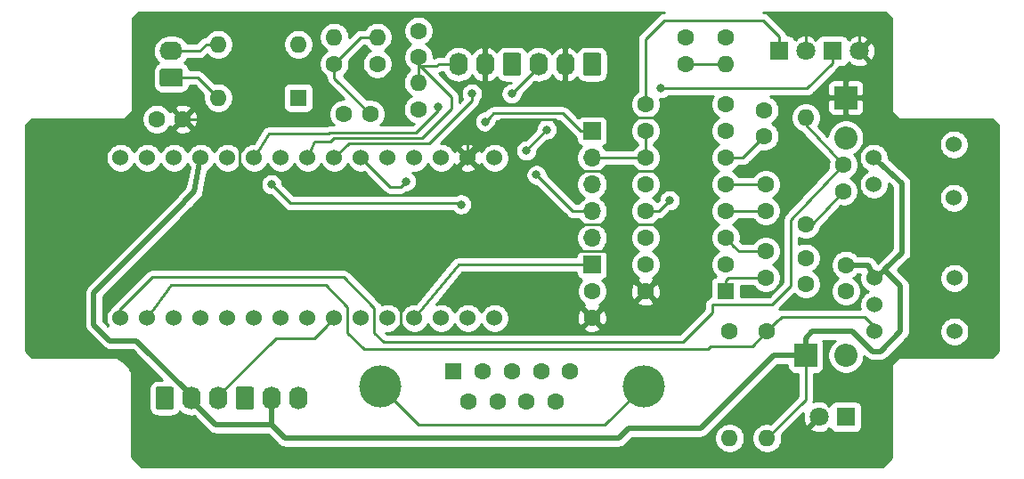
<source format=gbr>
G04 #@! TF.GenerationSoftware,KiCad,Pcbnew,5.1.5+dfsg1-2build2*
G04 #@! TF.CreationDate,2021-04-05T17:16:35+02:00*
G04 #@! TF.ProjectId,opto_board,6f70746f-5f62-46f6-9172-642e6b696361,rev?*
G04 #@! TF.SameCoordinates,Original*
G04 #@! TF.FileFunction,Copper,L2,Bot*
G04 #@! TF.FilePolarity,Positive*
%FSLAX46Y46*%
G04 Gerber Fmt 4.6, Leading zero omitted, Abs format (unit mm)*
G04 Created by KiCad (PCBNEW 5.1.5+dfsg1-2build2) date 2021-04-05 17:16:35*
%MOMM*%
%LPD*%
G04 APERTURE LIST*
%ADD10O,1.600000X1.600000*%
%ADD11C,1.600000*%
%ADD12R,1.600000X1.600000*%
%ADD13C,4.000000*%
%ADD14C,0.100000*%
%ADD15O,2.200000X1.740000*%
%ADD16O,1.740000X2.200000*%
%ADD17C,1.524000*%
%ADD18R,2.200000X2.200000*%
%ADD19O,2.200000X2.200000*%
%ADD20R,1.800000X1.800000*%
%ADD21C,1.800000*%
%ADD22O,1.700000X1.700000*%
%ADD23R,1.700000X1.700000*%
%ADD24C,0.800000*%
%ADD25C,0.250000*%
%ADD26C,0.500000*%
%ADD27C,0.254000*%
G04 APERTURE END LIST*
D10*
X101498400Y-69799200D03*
D11*
X101498400Y-72339200D03*
D10*
X97409000Y-69799200D03*
D11*
X97409000Y-72339200D03*
X135001000Y-97790000D03*
D10*
X135001000Y-107950000D03*
D12*
X108760000Y-101600000D03*
D11*
X111530000Y-101600000D03*
X114300000Y-101600000D03*
X117070000Y-101600000D03*
X119840000Y-101600000D03*
X110145000Y-104440000D03*
X112915000Y-104440000D03*
X115685000Y-104440000D03*
X118455000Y-104440000D03*
D13*
X101800000Y-103020000D03*
X126800000Y-103020000D03*
D11*
X138303000Y-76748000D03*
X138303000Y-79248000D03*
X98323400Y-77114400D03*
X100823400Y-77114400D03*
G04 #@! TA.AperFunction,ComponentPad*
D14*
G36*
X82789505Y-72791204D02*
G01*
X82813773Y-72794804D01*
X82837572Y-72800765D01*
X82860671Y-72809030D01*
X82882850Y-72819520D01*
X82903893Y-72832132D01*
X82923599Y-72846747D01*
X82941777Y-72863223D01*
X82958253Y-72881401D01*
X82972868Y-72901107D01*
X82985480Y-72922150D01*
X82995970Y-72944329D01*
X83004235Y-72967428D01*
X83010196Y-72991227D01*
X83013796Y-73015495D01*
X83015000Y-73039999D01*
X83015000Y-74280001D01*
X83013796Y-74304505D01*
X83010196Y-74328773D01*
X83004235Y-74352572D01*
X82995970Y-74375671D01*
X82985480Y-74397850D01*
X82972868Y-74418893D01*
X82958253Y-74438599D01*
X82941777Y-74456777D01*
X82923599Y-74473253D01*
X82903893Y-74487868D01*
X82882850Y-74500480D01*
X82860671Y-74510970D01*
X82837572Y-74519235D01*
X82813773Y-74525196D01*
X82789505Y-74528796D01*
X82765001Y-74530000D01*
X81064999Y-74530000D01*
X81040495Y-74528796D01*
X81016227Y-74525196D01*
X80992428Y-74519235D01*
X80969329Y-74510970D01*
X80947150Y-74500480D01*
X80926107Y-74487868D01*
X80906401Y-74473253D01*
X80888223Y-74456777D01*
X80871747Y-74438599D01*
X80857132Y-74418893D01*
X80844520Y-74397850D01*
X80834030Y-74375671D01*
X80825765Y-74352572D01*
X80819804Y-74328773D01*
X80816204Y-74304505D01*
X80815000Y-74280001D01*
X80815000Y-73039999D01*
X80816204Y-73015495D01*
X80819804Y-72991227D01*
X80825765Y-72967428D01*
X80834030Y-72944329D01*
X80844520Y-72922150D01*
X80857132Y-72901107D01*
X80871747Y-72881401D01*
X80888223Y-72863223D01*
X80906401Y-72846747D01*
X80926107Y-72832132D01*
X80947150Y-72819520D01*
X80969329Y-72809030D01*
X80992428Y-72800765D01*
X81016227Y-72794804D01*
X81040495Y-72791204D01*
X81064999Y-72790000D01*
X82765001Y-72790000D01*
X82789505Y-72791204D01*
G37*
G04 #@! TD.AperFunction*
D15*
X81915000Y-71120000D03*
D10*
X86360000Y-75565000D03*
X93980000Y-70485000D03*
X86360000Y-70485000D03*
D12*
X93980000Y-75565000D03*
G04 #@! TA.AperFunction,ComponentPad*
D14*
G36*
X114944505Y-71291204D02*
G01*
X114968773Y-71294804D01*
X114992572Y-71300765D01*
X115015671Y-71309030D01*
X115037850Y-71319520D01*
X115058893Y-71332132D01*
X115078599Y-71346747D01*
X115096777Y-71363223D01*
X115113253Y-71381401D01*
X115127868Y-71401107D01*
X115140480Y-71422150D01*
X115150970Y-71444329D01*
X115159235Y-71467428D01*
X115165196Y-71491227D01*
X115168796Y-71515495D01*
X115170000Y-71539999D01*
X115170000Y-73240001D01*
X115168796Y-73264505D01*
X115165196Y-73288773D01*
X115159235Y-73312572D01*
X115150970Y-73335671D01*
X115140480Y-73357850D01*
X115127868Y-73378893D01*
X115113253Y-73398599D01*
X115096777Y-73416777D01*
X115078599Y-73433253D01*
X115058893Y-73447868D01*
X115037850Y-73460480D01*
X115015671Y-73470970D01*
X114992572Y-73479235D01*
X114968773Y-73485196D01*
X114944505Y-73488796D01*
X114920001Y-73490000D01*
X113679999Y-73490000D01*
X113655495Y-73488796D01*
X113631227Y-73485196D01*
X113607428Y-73479235D01*
X113584329Y-73470970D01*
X113562150Y-73460480D01*
X113541107Y-73447868D01*
X113521401Y-73433253D01*
X113503223Y-73416777D01*
X113486747Y-73398599D01*
X113472132Y-73378893D01*
X113459520Y-73357850D01*
X113449030Y-73335671D01*
X113440765Y-73312572D01*
X113434804Y-73288773D01*
X113431204Y-73264505D01*
X113430000Y-73240001D01*
X113430000Y-71539999D01*
X113431204Y-71515495D01*
X113434804Y-71491227D01*
X113440765Y-71467428D01*
X113449030Y-71444329D01*
X113459520Y-71422150D01*
X113472132Y-71401107D01*
X113486747Y-71381401D01*
X113503223Y-71363223D01*
X113521401Y-71346747D01*
X113541107Y-71332132D01*
X113562150Y-71319520D01*
X113584329Y-71309030D01*
X113607428Y-71300765D01*
X113631227Y-71294804D01*
X113655495Y-71291204D01*
X113679999Y-71290000D01*
X114920001Y-71290000D01*
X114944505Y-71291204D01*
G37*
G04 #@! TD.AperFunction*
D16*
X111760000Y-72390000D03*
X109220000Y-72390000D03*
D10*
X105384600Y-74117200D03*
D11*
X105384600Y-76657200D03*
X134620000Y-69850000D03*
D10*
X134620000Y-72390000D03*
D11*
X130810000Y-72350000D03*
X130810000Y-69850000D03*
X105410000Y-69215000D03*
X105410000Y-71715000D03*
D17*
X77085000Y-96520000D03*
X79625000Y-96520000D03*
X82165000Y-96520000D03*
X84705000Y-96520000D03*
X87245000Y-96520000D03*
X89785000Y-96520000D03*
X92325000Y-96520000D03*
X94865000Y-96520000D03*
X97405000Y-96520000D03*
X99945000Y-96520000D03*
X102485000Y-96520000D03*
X105025000Y-96520000D03*
X107565000Y-96520000D03*
X110105000Y-96520000D03*
X112645000Y-96520000D03*
X112645000Y-81280000D03*
X110105000Y-81280000D03*
X107565000Y-81280000D03*
X105025000Y-81280000D03*
X102485000Y-81280000D03*
X99945000Y-81280000D03*
X97405000Y-81280000D03*
X94865000Y-81280000D03*
X92325000Y-81280000D03*
X89785000Y-81280000D03*
X87245000Y-81280000D03*
X84705000Y-81280000D03*
X82165000Y-81280000D03*
X79625000Y-81280000D03*
X77085000Y-81280000D03*
X148710000Y-81280000D03*
X148710000Y-83820000D03*
X156330000Y-80010000D03*
X156330000Y-85090000D03*
D16*
X116840000Y-72390000D03*
X119380000Y-72390000D03*
G04 #@! TA.AperFunction,ComponentPad*
D14*
G36*
X122564505Y-71291204D02*
G01*
X122588773Y-71294804D01*
X122612572Y-71300765D01*
X122635671Y-71309030D01*
X122657850Y-71319520D01*
X122678893Y-71332132D01*
X122698599Y-71346747D01*
X122716777Y-71363223D01*
X122733253Y-71381401D01*
X122747868Y-71401107D01*
X122760480Y-71422150D01*
X122770970Y-71444329D01*
X122779235Y-71467428D01*
X122785196Y-71491227D01*
X122788796Y-71515495D01*
X122790000Y-71539999D01*
X122790000Y-73240001D01*
X122788796Y-73264505D01*
X122785196Y-73288773D01*
X122779235Y-73312572D01*
X122770970Y-73335671D01*
X122760480Y-73357850D01*
X122747868Y-73378893D01*
X122733253Y-73398599D01*
X122716777Y-73416777D01*
X122698599Y-73433253D01*
X122678893Y-73447868D01*
X122657850Y-73460480D01*
X122635671Y-73470970D01*
X122612572Y-73479235D01*
X122588773Y-73485196D01*
X122564505Y-73488796D01*
X122540001Y-73490000D01*
X121299999Y-73490000D01*
X121275495Y-73488796D01*
X121251227Y-73485196D01*
X121227428Y-73479235D01*
X121204329Y-73470970D01*
X121182150Y-73460480D01*
X121161107Y-73447868D01*
X121141401Y-73433253D01*
X121123223Y-73416777D01*
X121106747Y-73398599D01*
X121092132Y-73378893D01*
X121079520Y-73357850D01*
X121069030Y-73335671D01*
X121060765Y-73312572D01*
X121054804Y-73288773D01*
X121051204Y-73264505D01*
X121050000Y-73240001D01*
X121050000Y-71539999D01*
X121051204Y-71515495D01*
X121054804Y-71491227D01*
X121060765Y-71467428D01*
X121069030Y-71444329D01*
X121079520Y-71422150D01*
X121092132Y-71401107D01*
X121106747Y-71381401D01*
X121123223Y-71363223D01*
X121141401Y-71346747D01*
X121161107Y-71332132D01*
X121182150Y-71319520D01*
X121204329Y-71309030D01*
X121227428Y-71300765D01*
X121251227Y-71294804D01*
X121275495Y-71291204D01*
X121299999Y-71290000D01*
X122540001Y-71290000D01*
X122564505Y-71291204D01*
G37*
G04 #@! TD.AperFunction*
D16*
X93980000Y-104140000D03*
X91440000Y-104140000D03*
G04 #@! TA.AperFunction,ComponentPad*
D14*
G36*
X89544505Y-103041204D02*
G01*
X89568773Y-103044804D01*
X89592572Y-103050765D01*
X89615671Y-103059030D01*
X89637850Y-103069520D01*
X89658893Y-103082132D01*
X89678599Y-103096747D01*
X89696777Y-103113223D01*
X89713253Y-103131401D01*
X89727868Y-103151107D01*
X89740480Y-103172150D01*
X89750970Y-103194329D01*
X89759235Y-103217428D01*
X89765196Y-103241227D01*
X89768796Y-103265495D01*
X89770000Y-103289999D01*
X89770000Y-104990001D01*
X89768796Y-105014505D01*
X89765196Y-105038773D01*
X89759235Y-105062572D01*
X89750970Y-105085671D01*
X89740480Y-105107850D01*
X89727868Y-105128893D01*
X89713253Y-105148599D01*
X89696777Y-105166777D01*
X89678599Y-105183253D01*
X89658893Y-105197868D01*
X89637850Y-105210480D01*
X89615671Y-105220970D01*
X89592572Y-105229235D01*
X89568773Y-105235196D01*
X89544505Y-105238796D01*
X89520001Y-105240000D01*
X88279999Y-105240000D01*
X88255495Y-105238796D01*
X88231227Y-105235196D01*
X88207428Y-105229235D01*
X88184329Y-105220970D01*
X88162150Y-105210480D01*
X88141107Y-105197868D01*
X88121401Y-105183253D01*
X88103223Y-105166777D01*
X88086747Y-105148599D01*
X88072132Y-105128893D01*
X88059520Y-105107850D01*
X88049030Y-105085671D01*
X88040765Y-105062572D01*
X88034804Y-105038773D01*
X88031204Y-105014505D01*
X88030000Y-104990001D01*
X88030000Y-103289999D01*
X88031204Y-103265495D01*
X88034804Y-103241227D01*
X88040765Y-103217428D01*
X88049030Y-103194329D01*
X88059520Y-103172150D01*
X88072132Y-103151107D01*
X88086747Y-103131401D01*
X88103223Y-103113223D01*
X88121401Y-103096747D01*
X88141107Y-103082132D01*
X88162150Y-103069520D01*
X88184329Y-103059030D01*
X88207428Y-103050765D01*
X88231227Y-103044804D01*
X88255495Y-103041204D01*
X88279999Y-103040000D01*
X89520001Y-103040000D01*
X89544505Y-103041204D01*
G37*
G04 #@! TD.AperFunction*
G04 #@! TA.AperFunction,ComponentPad*
G36*
X81924505Y-103041204D02*
G01*
X81948773Y-103044804D01*
X81972572Y-103050765D01*
X81995671Y-103059030D01*
X82017850Y-103069520D01*
X82038893Y-103082132D01*
X82058599Y-103096747D01*
X82076777Y-103113223D01*
X82093253Y-103131401D01*
X82107868Y-103151107D01*
X82120480Y-103172150D01*
X82130970Y-103194329D01*
X82139235Y-103217428D01*
X82145196Y-103241227D01*
X82148796Y-103265495D01*
X82150000Y-103289999D01*
X82150000Y-104990001D01*
X82148796Y-105014505D01*
X82145196Y-105038773D01*
X82139235Y-105062572D01*
X82130970Y-105085671D01*
X82120480Y-105107850D01*
X82107868Y-105128893D01*
X82093253Y-105148599D01*
X82076777Y-105166777D01*
X82058599Y-105183253D01*
X82038893Y-105197868D01*
X82017850Y-105210480D01*
X81995671Y-105220970D01*
X81972572Y-105229235D01*
X81948773Y-105235196D01*
X81924505Y-105238796D01*
X81900001Y-105240000D01*
X80659999Y-105240000D01*
X80635495Y-105238796D01*
X80611227Y-105235196D01*
X80587428Y-105229235D01*
X80564329Y-105220970D01*
X80542150Y-105210480D01*
X80521107Y-105197868D01*
X80501401Y-105183253D01*
X80483223Y-105166777D01*
X80466747Y-105148599D01*
X80452132Y-105128893D01*
X80439520Y-105107850D01*
X80429030Y-105085671D01*
X80420765Y-105062572D01*
X80414804Y-105038773D01*
X80411204Y-105014505D01*
X80410000Y-104990001D01*
X80410000Y-103289999D01*
X80411204Y-103265495D01*
X80414804Y-103241227D01*
X80420765Y-103217428D01*
X80429030Y-103194329D01*
X80439520Y-103172150D01*
X80452132Y-103151107D01*
X80466747Y-103131401D01*
X80483223Y-103113223D01*
X80501401Y-103096747D01*
X80521107Y-103082132D01*
X80542150Y-103069520D01*
X80564329Y-103059030D01*
X80587428Y-103050765D01*
X80611227Y-103044804D01*
X80635495Y-103041204D01*
X80659999Y-103040000D01*
X81900001Y-103040000D01*
X81924505Y-103041204D01*
G37*
G04 #@! TD.AperFunction*
D16*
X83820000Y-104140000D03*
X86360000Y-104140000D03*
D11*
X121920000Y-93980000D03*
X121920000Y-96480000D03*
D18*
X142240000Y-100076000D03*
D19*
X146050000Y-100076000D03*
D18*
X146050000Y-75565000D03*
D19*
X146050000Y-79375000D03*
D20*
X146050000Y-105918000D03*
D21*
X143510000Y-105918000D03*
X147320000Y-71120000D03*
D20*
X144780000Y-71120000D03*
D21*
X142240000Y-71120000D03*
D20*
X139700000Y-71120000D03*
D11*
X138430000Y-83820000D03*
X138430000Y-86320000D03*
X142240000Y-93305000D03*
X142240000Y-90805000D03*
X138430000Y-90170000D03*
X138430000Y-92670000D03*
X83018000Y-77597000D03*
X80518000Y-77597000D03*
X146050000Y-93980000D03*
X146050000Y-91480000D03*
D22*
X121920000Y-86360000D03*
X121920000Y-88900000D03*
D23*
X121920000Y-91440000D03*
X121920000Y-78740000D03*
D22*
X121920000Y-81280000D03*
X121920000Y-83820000D03*
D10*
X138557000Y-107950000D03*
D11*
X138557000Y-97790000D03*
D12*
X134620000Y-93980000D03*
D11*
X134620000Y-91440000D03*
X134620000Y-88900000D03*
X134620000Y-86360000D03*
X134620000Y-83820000D03*
X134620000Y-81280000D03*
X134620000Y-78740000D03*
X127000000Y-78740000D03*
X127000000Y-81280000D03*
X127000000Y-83820000D03*
X127000000Y-86360000D03*
X127000000Y-88900000D03*
X127000000Y-91440000D03*
X127000000Y-93980000D03*
X134620000Y-76200000D03*
X127000000Y-76200000D03*
X145800000Y-81955000D03*
X145800000Y-84455000D03*
X142240000Y-87630000D03*
D10*
X142240000Y-77470000D03*
D17*
X148760000Y-92710000D03*
X148760000Y-95250000D03*
X148760000Y-97790000D03*
X156380000Y-92710000D03*
X156380000Y-97790000D03*
D24*
X116633358Y-82909042D03*
X104241600Y-83515200D03*
X111760000Y-77851000D03*
X107315000Y-76454000D03*
X91440000Y-83820000D03*
X109474000Y-85725002D03*
X129286000Y-85344000D03*
X117602000Y-78612998D03*
X128466323Y-74676000D03*
X115679208Y-80608010D03*
X110490000Y-75184000D03*
X114276000Y-75184000D03*
D25*
X142875000Y-87630000D02*
X142240000Y-87630000D01*
X145800000Y-84455000D02*
X142875000Y-87630000D01*
X129286000Y-98806000D02*
X128270000Y-98806000D01*
X145800000Y-81955000D02*
X142240000Y-78145000D01*
X142240000Y-78145000D02*
X142240000Y-77470000D01*
X140843000Y-87162000D02*
X145800000Y-81955000D01*
X130557410Y-98806000D02*
X133350000Y-96013410D01*
X133350000Y-96013410D02*
X133350000Y-95250000D01*
X133350000Y-95250000D02*
X139065000Y-95250000D01*
X139065000Y-95250000D02*
X140843000Y-93472000D01*
X140843000Y-93472000D02*
X140843000Y-87162000D01*
X128270000Y-98806000D02*
X130557410Y-98806000D01*
X102108000Y-98806000D02*
X101219000Y-97917000D01*
X128270000Y-98806000D02*
X102108000Y-98806000D01*
X101219000Y-97917000D02*
X101219000Y-95540999D01*
X98298000Y-92619999D02*
X80100001Y-92619999D01*
X76961999Y-95758001D02*
X77085000Y-96520000D01*
X101219000Y-95540999D02*
X98298000Y-92619999D01*
X80100001Y-92619999D02*
X76961999Y-95758001D01*
X142240000Y-102028000D02*
X142240000Y-100076000D01*
D26*
X86130000Y-106680000D02*
X83820000Y-104370000D01*
X91440000Y-106680000D02*
X86130000Y-106680000D01*
X91440000Y-104140000D02*
X91440000Y-106680000D01*
D25*
X83820000Y-104140000D02*
X83820000Y-103910000D01*
X142240000Y-104267000D02*
X142240000Y-103505000D01*
X138557000Y-107950000D02*
X142240000Y-104267000D01*
X142240000Y-102028000D02*
X142240000Y-103505000D01*
D26*
X132249999Y-107018001D02*
X139192000Y-100076000D01*
X125391999Y-107018001D02*
X132249999Y-107018001D01*
X139192000Y-100076000D02*
X142240000Y-100076000D01*
X124460000Y-107950000D02*
X125391999Y-107018001D01*
X91440000Y-106680000D02*
X92710000Y-107950000D01*
X92710000Y-107950000D02*
X124460000Y-107950000D01*
X151384000Y-83689000D02*
X148710000Y-81280000D01*
X151384000Y-84201000D02*
X151384000Y-83689000D01*
X146050000Y-91480000D02*
X148165000Y-91480000D01*
X148760000Y-92710000D02*
X149610000Y-92075000D01*
X148165000Y-91480000D02*
X148760000Y-92710000D01*
X151257000Y-93472000D02*
X149735000Y-91950000D01*
X151257000Y-97790000D02*
X151257000Y-93472000D01*
X142240000Y-98425000D02*
X142875000Y-97790000D01*
X149735000Y-91950000D02*
X151384000Y-90301000D01*
X142240000Y-100076000D02*
X142240000Y-98425000D01*
X151384000Y-90301000D02*
X151384000Y-84074000D01*
X142875000Y-97790000D02*
X146685000Y-97790000D01*
X146685000Y-97790000D02*
X148590000Y-99695000D01*
X148590000Y-99695000D02*
X149352000Y-99695000D01*
X149352000Y-99695000D02*
X151257000Y-97790000D01*
X78589000Y-98679000D02*
X83820000Y-103910000D01*
X84070000Y-84524370D02*
X83185000Y-85409370D01*
X74549000Y-94107000D02*
X74549000Y-97155000D01*
X76073000Y-98679000D02*
X78589000Y-98679000D01*
X84705000Y-81280000D02*
X84070000Y-84524370D01*
X83185000Y-85409370D02*
X83185000Y-85471000D01*
X83185000Y-85471000D02*
X74549000Y-94107000D01*
X74549000Y-97155000D02*
X76073000Y-98679000D01*
D25*
X120820000Y-91440000D02*
X121920000Y-91440000D01*
X105025000Y-96520000D02*
X109220000Y-91440000D01*
X109220000Y-91440000D02*
X120820000Y-91440000D01*
X120084315Y-86360000D02*
X116633358Y-82909042D01*
X121920000Y-86360000D02*
X120084315Y-86360000D01*
X99945000Y-81280000D02*
X102713600Y-84048600D01*
X102713600Y-84048600D02*
X103022400Y-84048600D01*
X103022400Y-84048600D02*
X103708200Y-84048600D01*
X103708200Y-84048600D02*
X104241600Y-83515200D01*
X104241600Y-83515200D02*
X104241600Y-83515200D01*
X120820000Y-78740000D02*
X119150001Y-77070001D01*
X112540999Y-77070001D02*
X112159999Y-77451001D01*
X112159999Y-77451001D02*
X111760000Y-77851000D01*
X119150001Y-77070001D02*
X112540999Y-77070001D01*
X121920000Y-78740000D02*
X120820000Y-78740000D01*
X105181400Y-78917800D02*
X107315000Y-76784200D01*
X96977200Y-78917800D02*
X105181400Y-78917800D01*
X107315000Y-76784200D02*
X107315000Y-76454000D01*
X96901000Y-78994000D02*
X96977200Y-78917800D01*
X91186000Y-78994000D02*
X96901000Y-78994000D01*
X89785000Y-81280000D02*
X91186000Y-78994000D01*
X109346998Y-85598000D02*
X109474000Y-85725002D01*
X91440000Y-83820000D02*
X93218000Y-85598000D01*
X93218000Y-85598000D02*
X109346998Y-85598000D01*
X134620000Y-92930000D02*
X134620000Y-93980000D01*
X134880000Y-92670000D02*
X134620000Y-92930000D01*
X138430000Y-92670000D02*
X134880000Y-92670000D01*
X135419999Y-89699999D02*
X134620000Y-88900000D01*
X135890000Y-90170000D02*
X135419999Y-89699999D01*
X138430000Y-90170000D02*
X135890000Y-90170000D01*
X134660000Y-86320000D02*
X134620000Y-86360000D01*
X138430000Y-86320000D02*
X134660000Y-86320000D01*
X137298630Y-83820000D02*
X134620000Y-83820000D01*
X138430000Y-83820000D02*
X137298630Y-83820000D01*
X127000000Y-80148630D02*
X127000000Y-78740000D01*
X127000000Y-81280000D02*
X127000000Y-80148630D01*
X125868630Y-81280000D02*
X121920000Y-81280000D01*
X127000000Y-81280000D02*
X125868630Y-81280000D01*
X127000000Y-86360000D02*
X128270000Y-86360000D01*
X128270000Y-86360000D02*
X128886001Y-85743999D01*
X128886001Y-85743999D02*
X129286000Y-85344000D01*
X123140000Y-106680000D02*
X126800000Y-103020000D01*
X101800000Y-103020000D02*
X105460000Y-106680000D01*
X105460000Y-106680000D02*
X123140000Y-106680000D01*
X86360000Y-103910000D02*
X86360000Y-104140000D01*
X91845000Y-98425000D02*
X86360000Y-103910000D01*
X97405000Y-96520000D02*
X96520000Y-97409000D01*
X95504000Y-98425000D02*
X91845000Y-98425000D01*
X96520000Y-97409000D02*
X95504000Y-98425000D01*
X142374000Y-74676000D02*
X129032008Y-74676000D01*
X129032008Y-74676000D02*
X128466323Y-74676000D01*
X144780000Y-72270000D02*
X142374000Y-74676000D01*
X144780000Y-71120000D02*
X144780000Y-72270000D01*
X117602000Y-78612998D02*
X115679208Y-80535790D01*
X115679208Y-80535790D02*
X115679208Y-80608010D01*
X128524000Y-87630000D02*
X125476000Y-87630000D01*
X129032000Y-88138000D02*
X128524000Y-87630000D01*
X127000000Y-93980000D02*
X129032000Y-91948000D01*
X129032000Y-91948000D02*
X129032000Y-88138000D01*
X129032000Y-88138000D02*
X129032000Y-87884000D01*
X129032000Y-87884000D02*
X130556000Y-86360000D01*
X124968000Y-77470000D02*
X128270000Y-77470000D01*
X128270000Y-77470000D02*
X128414999Y-77614999D01*
X125476000Y-92456000D02*
X127000000Y-93980000D01*
X125476000Y-90170000D02*
X119253000Y-90170000D01*
X125476000Y-90170000D02*
X125476000Y-92456000D01*
X128905000Y-82550000D02*
X124460000Y-82550000D01*
X142240000Y-71120000D02*
X142240000Y-68707000D01*
X147320000Y-71120000D02*
X147320000Y-68707000D01*
X111760000Y-72390000D02*
X111760000Y-76073000D01*
X122936000Y-82550000D02*
X123030999Y-82644999D01*
X120269000Y-82550000D02*
X122936000Y-82550000D01*
X119380000Y-81661000D02*
X120269000Y-82550000D01*
X119380000Y-78613000D02*
X119380000Y-81661000D01*
X118364000Y-77597000D02*
X119380000Y-78613000D01*
X113284000Y-77597000D02*
X118364000Y-77597000D01*
X125222000Y-87630000D02*
X115570000Y-87630000D01*
X125476000Y-87376000D02*
X125222000Y-87630000D01*
X125476000Y-90170000D02*
X125476000Y-87376000D01*
X109601000Y-81280000D02*
X113284000Y-77597000D01*
X115570000Y-87630000D02*
X110105000Y-81280000D01*
X110105000Y-81280000D02*
X109601000Y-81280000D01*
X110105000Y-80395000D02*
X110105000Y-81280000D01*
X111760000Y-76073000D02*
X110105000Y-77728000D01*
X110105000Y-77728000D02*
X110105000Y-80395000D01*
X88392000Y-80137000D02*
X85852000Y-77597000D01*
X85852000Y-77597000D02*
X83018000Y-77597000D01*
X103251000Y-97663000D02*
X103759000Y-97155000D01*
X103759000Y-97155000D02*
X103759000Y-87630000D01*
X88392000Y-82677000D02*
X88392000Y-80137000D01*
X103759000Y-87630000D02*
X93345000Y-87630000D01*
X103124000Y-97663000D02*
X103251000Y-97663000D01*
X93345000Y-87630000D02*
X88392000Y-82677000D01*
X111887000Y-76073000D02*
X111760000Y-76073000D01*
X112064800Y-76250800D02*
X111887000Y-76073000D01*
X119380000Y-73740000D02*
X116869200Y-76250800D01*
X116869200Y-76250800D02*
X112064800Y-76250800D01*
X119380000Y-72390000D02*
X119380000Y-73740000D01*
X139700000Y-69723000D02*
X139700000Y-71120000D01*
X138176000Y-68199000D02*
X139700000Y-69723000D01*
X127000000Y-76200000D02*
X127000000Y-69977000D01*
X128778000Y-68199000D02*
X138176000Y-68199000D01*
X127000000Y-69977000D02*
X128778000Y-68199000D01*
X139573000Y-96774000D02*
X138557000Y-97790000D01*
X148760000Y-97325000D02*
X148760000Y-97790000D01*
X147828001Y-96393001D02*
X148760000Y-97325000D01*
X138557000Y-97790000D02*
X139953999Y-96393001D01*
X139953999Y-96393001D02*
X147828001Y-96393001D01*
X137160000Y-99187000D02*
X133223000Y-99187000D01*
X138557000Y-97790000D02*
X137160000Y-99187000D01*
X133223000Y-99187000D02*
X132899990Y-99510010D01*
X132899990Y-99510010D02*
X100272010Y-99510010D01*
X100272010Y-99510010D02*
X98679000Y-97917000D01*
X98679000Y-97917000D02*
X98679000Y-95504000D01*
X81915000Y-93345000D02*
X79625000Y-96520000D01*
X98679000Y-95504000D02*
X96647000Y-93345000D01*
X96647000Y-93345000D02*
X81915000Y-93345000D01*
X130850000Y-72390000D02*
X130810000Y-72350000D01*
X134620000Y-72390000D02*
X130850000Y-72390000D01*
X116840000Y-72390000D02*
X116840000Y-72620000D01*
X116840000Y-72620000D02*
X114276000Y-75184000D01*
X114276000Y-75184000D02*
X114276000Y-75184000D01*
X110490000Y-75876685D02*
X110490000Y-75749685D01*
X110490000Y-75749685D02*
X110490000Y-75184000D01*
X106458285Y-79908400D02*
X110490000Y-75876685D01*
X98776600Y-79908400D02*
X106458285Y-79908400D01*
X97405000Y-81280000D02*
X98776600Y-79908400D01*
X107315000Y-72390000D02*
X109220000Y-72390000D01*
X107190001Y-72514999D02*
X107315000Y-72390000D01*
X105574999Y-72514999D02*
X107190001Y-72514999D01*
X108548001Y-75488001D02*
X104775000Y-71715000D01*
X108548001Y-76617999D02*
X108548001Y-75488001D01*
X105740200Y-79425800D02*
X108548001Y-76617999D01*
X104775000Y-71715000D02*
X105574999Y-72514999D01*
X97358200Y-79425800D02*
X105740200Y-79425800D01*
X97028000Y-79756000D02*
X97358200Y-79425800D01*
X95504000Y-79756000D02*
X97028000Y-79756000D01*
X94865000Y-81280000D02*
X95504000Y-79756000D01*
X105384600Y-74117200D02*
X105384600Y-71740400D01*
X84455000Y-73660000D02*
X86360000Y-75565000D01*
X81915000Y-73660000D02*
X84455000Y-73660000D01*
X81915000Y-71120000D02*
X84593630Y-71120000D01*
X85228630Y-70485000D02*
X86360000Y-70485000D01*
X84593630Y-71120000D02*
X85228630Y-70485000D01*
X99949000Y-69799200D02*
X97409000Y-72339200D01*
X101498400Y-69799200D02*
X99949000Y-69799200D01*
X97409000Y-73700000D02*
X100823400Y-77114400D01*
X97409000Y-72339200D02*
X97409000Y-73700000D01*
X136271000Y-81280000D02*
X138303000Y-79248000D01*
X134620000Y-81280000D02*
X136271000Y-81280000D01*
X94615000Y-76200000D02*
X93980000Y-75565000D01*
D27*
G36*
X128740675Y-67439000D02*
G01*
X128740667Y-67439000D01*
X128629014Y-67449997D01*
X128485753Y-67493454D01*
X128353724Y-67564026D01*
X128237999Y-67658999D01*
X128214201Y-67687997D01*
X126488998Y-69413201D01*
X126460000Y-69436999D01*
X126436202Y-69465997D01*
X126436201Y-69465998D01*
X126365026Y-69552724D01*
X126294454Y-69684754D01*
X126265728Y-69779454D01*
X126259739Y-69799200D01*
X126250998Y-69828015D01*
X126236324Y-69977000D01*
X126240001Y-70014332D01*
X126240000Y-74981956D01*
X126085241Y-75085363D01*
X125885363Y-75285241D01*
X125728320Y-75520273D01*
X125620147Y-75781426D01*
X125565000Y-76058665D01*
X125565000Y-76341335D01*
X125620147Y-76618574D01*
X125728320Y-76879727D01*
X125885363Y-77114759D01*
X126085241Y-77314637D01*
X126317759Y-77470000D01*
X126085241Y-77625363D01*
X125885363Y-77825241D01*
X125728320Y-78060273D01*
X125620147Y-78321426D01*
X125565000Y-78598665D01*
X125565000Y-78881335D01*
X125620147Y-79158574D01*
X125728320Y-79419727D01*
X125885363Y-79654759D01*
X126085241Y-79854637D01*
X126240000Y-79958044D01*
X126240000Y-80061957D01*
X126085241Y-80165363D01*
X125885363Y-80365241D01*
X125781957Y-80520000D01*
X123198178Y-80520000D01*
X123073475Y-80333368D01*
X122941620Y-80201513D01*
X123014180Y-80179502D01*
X123124494Y-80120537D01*
X123221185Y-80041185D01*
X123300537Y-79944494D01*
X123359502Y-79834180D01*
X123395812Y-79714482D01*
X123408072Y-79590000D01*
X123408072Y-77890000D01*
X123395812Y-77765518D01*
X123359502Y-77645820D01*
X123300537Y-77535506D01*
X123221185Y-77438815D01*
X123124494Y-77359463D01*
X123014180Y-77300498D01*
X122894482Y-77264188D01*
X122770000Y-77251928D01*
X121070000Y-77251928D01*
X120945518Y-77264188D01*
X120825820Y-77300498D01*
X120715506Y-77359463D01*
X120618815Y-77438815D01*
X120607457Y-77452655D01*
X119713805Y-76559004D01*
X119690002Y-76530000D01*
X119574277Y-76435027D01*
X119442248Y-76364455D01*
X119298987Y-76320998D01*
X119187334Y-76310001D01*
X119187323Y-76310001D01*
X119150001Y-76306325D01*
X119112679Y-76310001D01*
X112578321Y-76310001D01*
X112540998Y-76306325D01*
X112503675Y-76310001D01*
X112503666Y-76310001D01*
X112392013Y-76320998D01*
X112248752Y-76364455D01*
X112116723Y-76435027D01*
X112000998Y-76530000D01*
X111977195Y-76559004D01*
X111720199Y-76816000D01*
X111658061Y-76816000D01*
X111458102Y-76855774D01*
X111269744Y-76933795D01*
X111100226Y-77047063D01*
X110956063Y-77191226D01*
X110842795Y-77360744D01*
X110764774Y-77549102D01*
X110725000Y-77749061D01*
X110725000Y-77952939D01*
X110764774Y-78152898D01*
X110842795Y-78341256D01*
X110956063Y-78510774D01*
X111100226Y-78654937D01*
X111269744Y-78768205D01*
X111458102Y-78846226D01*
X111658061Y-78886000D01*
X111861939Y-78886000D01*
X112061898Y-78846226D01*
X112250256Y-78768205D01*
X112419774Y-78654937D01*
X112563937Y-78510774D01*
X112677205Y-78341256D01*
X112755226Y-78152898D01*
X112795000Y-77952939D01*
X112795000Y-77890801D01*
X112855800Y-77830001D01*
X116921286Y-77830001D01*
X116798063Y-77953224D01*
X116684795Y-78122742D01*
X116606774Y-78311100D01*
X116567000Y-78511059D01*
X116567000Y-78573196D01*
X115564683Y-79575513D01*
X115377310Y-79612784D01*
X115188952Y-79690805D01*
X115019434Y-79804073D01*
X114875271Y-79948236D01*
X114762003Y-80117754D01*
X114683982Y-80306112D01*
X114644208Y-80506071D01*
X114644208Y-80709949D01*
X114683982Y-80909908D01*
X114762003Y-81098266D01*
X114875271Y-81267784D01*
X115019434Y-81411947D01*
X115188952Y-81525215D01*
X115377310Y-81603236D01*
X115577269Y-81643010D01*
X115781147Y-81643010D01*
X115981106Y-81603236D01*
X116169464Y-81525215D01*
X116338982Y-81411947D01*
X116483145Y-81267784D01*
X116596413Y-81098266D01*
X116674434Y-80909908D01*
X116714208Y-80709949D01*
X116714208Y-80575591D01*
X117641802Y-79647998D01*
X117703939Y-79647998D01*
X117903898Y-79608224D01*
X118092256Y-79530203D01*
X118261774Y-79416935D01*
X118405937Y-79272772D01*
X118519205Y-79103254D01*
X118597226Y-78914896D01*
X118637000Y-78714937D01*
X118637000Y-78511059D01*
X118597226Y-78311100D01*
X118519205Y-78122742D01*
X118405937Y-77953224D01*
X118282714Y-77830001D01*
X118835200Y-77830001D01*
X120256201Y-79251003D01*
X120279999Y-79280001D01*
X120395724Y-79374974D01*
X120431928Y-79394326D01*
X120431928Y-79590000D01*
X120444188Y-79714482D01*
X120480498Y-79834180D01*
X120539463Y-79944494D01*
X120618815Y-80041185D01*
X120715506Y-80120537D01*
X120825820Y-80179502D01*
X120898380Y-80201513D01*
X120766525Y-80333368D01*
X120604010Y-80576589D01*
X120492068Y-80846842D01*
X120435000Y-81133740D01*
X120435000Y-81426260D01*
X120492068Y-81713158D01*
X120604010Y-81983411D01*
X120766525Y-82226632D01*
X120973368Y-82433475D01*
X121147760Y-82550000D01*
X120973368Y-82666525D01*
X120766525Y-82873368D01*
X120604010Y-83116589D01*
X120492068Y-83386842D01*
X120435000Y-83673740D01*
X120435000Y-83966260D01*
X120492068Y-84253158D01*
X120604010Y-84523411D01*
X120766525Y-84766632D01*
X120973368Y-84973475D01*
X121147760Y-85090000D01*
X120973368Y-85206525D01*
X120766525Y-85413368D01*
X120641822Y-85600000D01*
X120399117Y-85600000D01*
X117668358Y-82869241D01*
X117668358Y-82807103D01*
X117628584Y-82607144D01*
X117550563Y-82418786D01*
X117437295Y-82249268D01*
X117293132Y-82105105D01*
X117123614Y-81991837D01*
X116935256Y-81913816D01*
X116735297Y-81874042D01*
X116531419Y-81874042D01*
X116331460Y-81913816D01*
X116143102Y-81991837D01*
X115973584Y-82105105D01*
X115829421Y-82249268D01*
X115716153Y-82418786D01*
X115638132Y-82607144D01*
X115598358Y-82807103D01*
X115598358Y-83010981D01*
X115638132Y-83210940D01*
X115716153Y-83399298D01*
X115829421Y-83568816D01*
X115973584Y-83712979D01*
X116143102Y-83826247D01*
X116331460Y-83904268D01*
X116531419Y-83944042D01*
X116593557Y-83944042D01*
X119520516Y-86871003D01*
X119544314Y-86900001D01*
X119573312Y-86923799D01*
X119660038Y-86994974D01*
X119788074Y-87063411D01*
X119792068Y-87065546D01*
X119935329Y-87109003D01*
X120046982Y-87120000D01*
X120046991Y-87120000D01*
X120084314Y-87123676D01*
X120121637Y-87120000D01*
X120641822Y-87120000D01*
X120766525Y-87306632D01*
X120973368Y-87513475D01*
X121147760Y-87630000D01*
X120973368Y-87746525D01*
X120766525Y-87953368D01*
X120604010Y-88196589D01*
X120492068Y-88466842D01*
X120435000Y-88753740D01*
X120435000Y-89046260D01*
X120492068Y-89333158D01*
X120604010Y-89603411D01*
X120766525Y-89846632D01*
X120898380Y-89978487D01*
X120825820Y-90000498D01*
X120715506Y-90059463D01*
X120618815Y-90138815D01*
X120539463Y-90235506D01*
X120480498Y-90345820D01*
X120444188Y-90465518D01*
X120431928Y-90590000D01*
X120431928Y-90680000D01*
X109220671Y-90680000D01*
X109147460Y-90679777D01*
X109109512Y-90687205D01*
X109071014Y-90690997D01*
X109036214Y-90701553D01*
X109000542Y-90708536D01*
X108964773Y-90723224D01*
X108927753Y-90734454D01*
X108895686Y-90751595D01*
X108862057Y-90765404D01*
X108829832Y-90786794D01*
X108795724Y-90805026D01*
X108767619Y-90828091D01*
X108737328Y-90848198D01*
X108709898Y-90875462D01*
X108679999Y-90899999D01*
X108633297Y-90956906D01*
X105188700Y-95128193D01*
X105162592Y-95123000D01*
X104887408Y-95123000D01*
X104617510Y-95176686D01*
X104363273Y-95281995D01*
X104134465Y-95434880D01*
X103939880Y-95629465D01*
X103786995Y-95858273D01*
X103755000Y-95935515D01*
X103723005Y-95858273D01*
X103570120Y-95629465D01*
X103375535Y-95434880D01*
X103146727Y-95281995D01*
X102892490Y-95176686D01*
X102622592Y-95123000D01*
X102347408Y-95123000D01*
X102077510Y-95176686D01*
X101920736Y-95241624D01*
X101853974Y-95116723D01*
X101759001Y-95000998D01*
X101730003Y-94977200D01*
X98861804Y-92109002D01*
X98838001Y-92079998D01*
X98722276Y-91985025D01*
X98590247Y-91914453D01*
X98446986Y-91870996D01*
X98335333Y-91859999D01*
X98335322Y-91859999D01*
X98298000Y-91856323D01*
X98260678Y-91859999D01*
X80137323Y-91859999D01*
X80100001Y-91856323D01*
X80062678Y-91859999D01*
X80062668Y-91859999D01*
X79951015Y-91870996D01*
X79822434Y-91910000D01*
X79807754Y-91914453D01*
X79675724Y-91985025D01*
X79598657Y-92048273D01*
X79560000Y-92079998D01*
X79536202Y-92108996D01*
X76460788Y-95184411D01*
X76441958Y-95198753D01*
X76407977Y-95237222D01*
X76398200Y-95246999D01*
X76383257Y-95265207D01*
X76342847Y-95310954D01*
X76335853Y-95322968D01*
X76327025Y-95333725D01*
X76316564Y-95353296D01*
X76194465Y-95434880D01*
X75999880Y-95629465D01*
X75846995Y-95858273D01*
X75741686Y-96112510D01*
X75688000Y-96382408D01*
X75688000Y-96657592D01*
X75741686Y-96927490D01*
X75846995Y-97181727D01*
X75886644Y-97241065D01*
X75434000Y-96788422D01*
X75434000Y-94473578D01*
X83780049Y-86127530D01*
X83813817Y-86099817D01*
X83924411Y-85965059D01*
X83974384Y-85871564D01*
X84666015Y-85179934D01*
X84700744Y-85151254D01*
X84754781Y-85084995D01*
X84809410Y-85018430D01*
X84810060Y-85017215D01*
X84810923Y-85016156D01*
X84851131Y-84940375D01*
X84891588Y-84864684D01*
X84891985Y-84863376D01*
X84892630Y-84862160D01*
X84917313Y-84779883D01*
X84942194Y-84697861D01*
X84946610Y-84653028D01*
X85129604Y-83718061D01*
X90405000Y-83718061D01*
X90405000Y-83921939D01*
X90444774Y-84121898D01*
X90522795Y-84310256D01*
X90636063Y-84479774D01*
X90780226Y-84623937D01*
X90949744Y-84737205D01*
X91138102Y-84815226D01*
X91338061Y-84855000D01*
X91400199Y-84855000D01*
X92654200Y-86109002D01*
X92677999Y-86138001D01*
X92793724Y-86232974D01*
X92925753Y-86303546D01*
X93069014Y-86347003D01*
X93180667Y-86358000D01*
X93180675Y-86358000D01*
X93218000Y-86361676D01*
X93255325Y-86358000D01*
X108652172Y-86358000D01*
X108670063Y-86384776D01*
X108814226Y-86528939D01*
X108983744Y-86642207D01*
X109172102Y-86720228D01*
X109372061Y-86760002D01*
X109575939Y-86760002D01*
X109775898Y-86720228D01*
X109964256Y-86642207D01*
X110133774Y-86528939D01*
X110277937Y-86384776D01*
X110391205Y-86215258D01*
X110469226Y-86026900D01*
X110509000Y-85826941D01*
X110509000Y-85623063D01*
X110469226Y-85423104D01*
X110391205Y-85234746D01*
X110277937Y-85065228D01*
X110133774Y-84921065D01*
X109964256Y-84807797D01*
X109775898Y-84729776D01*
X109575939Y-84690002D01*
X109372061Y-84690002D01*
X109172102Y-84729776D01*
X108983744Y-84807797D01*
X108938542Y-84838000D01*
X93532802Y-84838000D01*
X92475000Y-83780199D01*
X92475000Y-83718061D01*
X92435226Y-83518102D01*
X92357205Y-83329744D01*
X92243937Y-83160226D01*
X92099774Y-83016063D01*
X91930256Y-82902795D01*
X91741898Y-82824774D01*
X91541939Y-82785000D01*
X91338061Y-82785000D01*
X91138102Y-82824774D01*
X90949744Y-82902795D01*
X90780226Y-83016063D01*
X90636063Y-83160226D01*
X90522795Y-83329744D01*
X90444774Y-83518102D01*
X90405000Y-83718061D01*
X85129604Y-83718061D01*
X85364286Y-82519016D01*
X85366727Y-82518005D01*
X85595535Y-82365120D01*
X85790120Y-82170535D01*
X85943005Y-81941727D01*
X85975000Y-81864485D01*
X86006995Y-81941727D01*
X86159880Y-82170535D01*
X86354465Y-82365120D01*
X86583273Y-82518005D01*
X86837510Y-82623314D01*
X87107408Y-82677000D01*
X87382592Y-82677000D01*
X87652490Y-82623314D01*
X87906727Y-82518005D01*
X88135535Y-82365120D01*
X88330120Y-82170535D01*
X88483005Y-81941727D01*
X88515000Y-81864485D01*
X88546995Y-81941727D01*
X88699880Y-82170535D01*
X88894465Y-82365120D01*
X89123273Y-82518005D01*
X89377510Y-82623314D01*
X89647408Y-82677000D01*
X89922592Y-82677000D01*
X90192490Y-82623314D01*
X90446727Y-82518005D01*
X90675535Y-82365120D01*
X90870120Y-82170535D01*
X91023005Y-81941727D01*
X91055000Y-81864485D01*
X91086995Y-81941727D01*
X91239880Y-82170535D01*
X91434465Y-82365120D01*
X91663273Y-82518005D01*
X91917510Y-82623314D01*
X92187408Y-82677000D01*
X92462592Y-82677000D01*
X92732490Y-82623314D01*
X92986727Y-82518005D01*
X93215535Y-82365120D01*
X93410120Y-82170535D01*
X93563005Y-81941727D01*
X93595000Y-81864485D01*
X93626995Y-81941727D01*
X93779880Y-82170535D01*
X93974465Y-82365120D01*
X94203273Y-82518005D01*
X94457510Y-82623314D01*
X94727408Y-82677000D01*
X95002592Y-82677000D01*
X95272490Y-82623314D01*
X95526727Y-82518005D01*
X95755535Y-82365120D01*
X95950120Y-82170535D01*
X96103005Y-81941727D01*
X96135000Y-81864485D01*
X96166995Y-81941727D01*
X96319880Y-82170535D01*
X96514465Y-82365120D01*
X96743273Y-82518005D01*
X96997510Y-82623314D01*
X97267408Y-82677000D01*
X97542592Y-82677000D01*
X97812490Y-82623314D01*
X98066727Y-82518005D01*
X98295535Y-82365120D01*
X98490120Y-82170535D01*
X98643005Y-81941727D01*
X98675000Y-81864485D01*
X98706995Y-81941727D01*
X98859880Y-82170535D01*
X99054465Y-82365120D01*
X99283273Y-82518005D01*
X99537510Y-82623314D01*
X99807408Y-82677000D01*
X100082592Y-82677000D01*
X100236570Y-82646372D01*
X102149801Y-84559603D01*
X102173599Y-84588601D01*
X102289324Y-84683574D01*
X102421353Y-84754146D01*
X102564614Y-84797603D01*
X102676267Y-84808600D01*
X102676275Y-84808600D01*
X102713600Y-84812276D01*
X102750925Y-84808600D01*
X103670878Y-84808600D01*
X103708200Y-84812276D01*
X103745522Y-84808600D01*
X103745533Y-84808600D01*
X103857186Y-84797603D01*
X104000447Y-84754146D01*
X104132476Y-84683574D01*
X104248201Y-84588601D01*
X104272003Y-84559598D01*
X104281401Y-84550200D01*
X104343539Y-84550200D01*
X104543498Y-84510426D01*
X104731856Y-84432405D01*
X104901374Y-84319137D01*
X105045537Y-84174974D01*
X105158805Y-84005456D01*
X105236826Y-83817098D01*
X105276600Y-83617139D01*
X105276600Y-83413261D01*
X105236826Y-83213302D01*
X105158805Y-83024944D01*
X105045537Y-82855426D01*
X104901374Y-82711263D01*
X104834280Y-82666432D01*
X104887408Y-82677000D01*
X105162592Y-82677000D01*
X105432490Y-82623314D01*
X105686727Y-82518005D01*
X105915535Y-82365120D01*
X106110120Y-82170535D01*
X106263005Y-81941727D01*
X106295000Y-81864485D01*
X106326995Y-81941727D01*
X106479880Y-82170535D01*
X106674465Y-82365120D01*
X106903273Y-82518005D01*
X107157510Y-82623314D01*
X107427408Y-82677000D01*
X107702592Y-82677000D01*
X107972490Y-82623314D01*
X108226727Y-82518005D01*
X108455535Y-82365120D01*
X108575090Y-82245565D01*
X109319040Y-82245565D01*
X109386020Y-82485656D01*
X109635048Y-82602756D01*
X109902135Y-82669023D01*
X110177017Y-82681910D01*
X110449133Y-82640922D01*
X110708023Y-82547636D01*
X110823980Y-82485656D01*
X110890960Y-82245565D01*
X110105000Y-81459605D01*
X109319040Y-82245565D01*
X108575090Y-82245565D01*
X108650120Y-82170535D01*
X108803005Y-81941727D01*
X108832692Y-81870057D01*
X108837364Y-81883023D01*
X108899344Y-81998980D01*
X109139435Y-82065960D01*
X109925395Y-81280000D01*
X110284605Y-81280000D01*
X111070565Y-82065960D01*
X111310656Y-81998980D01*
X111374485Y-81863240D01*
X111406995Y-81941727D01*
X111559880Y-82170535D01*
X111754465Y-82365120D01*
X111983273Y-82518005D01*
X112237510Y-82623314D01*
X112507408Y-82677000D01*
X112782592Y-82677000D01*
X113052490Y-82623314D01*
X113306727Y-82518005D01*
X113535535Y-82365120D01*
X113730120Y-82170535D01*
X113883005Y-81941727D01*
X113988314Y-81687490D01*
X114042000Y-81417592D01*
X114042000Y-81142408D01*
X113988314Y-80872510D01*
X113883005Y-80618273D01*
X113730120Y-80389465D01*
X113535535Y-80194880D01*
X113306727Y-80041995D01*
X113052490Y-79936686D01*
X112782592Y-79883000D01*
X112507408Y-79883000D01*
X112237510Y-79936686D01*
X111983273Y-80041995D01*
X111754465Y-80194880D01*
X111559880Y-80389465D01*
X111406995Y-80618273D01*
X111377308Y-80689943D01*
X111372636Y-80676977D01*
X111310656Y-80561020D01*
X111070565Y-80494040D01*
X110284605Y-81280000D01*
X109925395Y-81280000D01*
X109139435Y-80494040D01*
X108899344Y-80561020D01*
X108835515Y-80696760D01*
X108803005Y-80618273D01*
X108650120Y-80389465D01*
X108575090Y-80314435D01*
X109319040Y-80314435D01*
X110105000Y-81100395D01*
X110890960Y-80314435D01*
X110823980Y-80074344D01*
X110574952Y-79957244D01*
X110307865Y-79890977D01*
X110032983Y-79878090D01*
X109760867Y-79919078D01*
X109501977Y-80012364D01*
X109386020Y-80074344D01*
X109319040Y-80314435D01*
X108575090Y-80314435D01*
X108455535Y-80194880D01*
X108226727Y-80041995D01*
X107972490Y-79936686D01*
X107702592Y-79883000D01*
X107558486Y-79883000D01*
X111001004Y-76440483D01*
X111030001Y-76416686D01*
X111058236Y-76382282D01*
X111124974Y-76300962D01*
X111195546Y-76168932D01*
X111199250Y-76156721D01*
X111239003Y-76025671D01*
X111250000Y-75914018D01*
X111250000Y-75914009D01*
X111252873Y-75884838D01*
X111293937Y-75843774D01*
X111407205Y-75674256D01*
X111485226Y-75485898D01*
X111525000Y-75285939D01*
X111525000Y-75082061D01*
X111485226Y-74882102D01*
X111407205Y-74693744D01*
X111293937Y-74524226D01*
X111149774Y-74380063D01*
X110980256Y-74266795D01*
X110791898Y-74188774D01*
X110591939Y-74149000D01*
X110388061Y-74149000D01*
X110188102Y-74188774D01*
X109999744Y-74266795D01*
X109830226Y-74380063D01*
X109686063Y-74524226D01*
X109572795Y-74693744D01*
X109494774Y-74882102D01*
X109455000Y-75082061D01*
X109455000Y-75285939D01*
X109494774Y-75485898D01*
X109572795Y-75674256D01*
X109590752Y-75701131D01*
X109308001Y-75983882D01*
X109308001Y-75525323D01*
X109311677Y-75488000D01*
X109308001Y-75450677D01*
X109308001Y-75450668D01*
X109297004Y-75339015D01*
X109253547Y-75195754D01*
X109182975Y-75063725D01*
X109088002Y-74948000D01*
X109059004Y-74924202D01*
X107384882Y-73250080D01*
X107482248Y-73220545D01*
X107614226Y-73150000D01*
X107808054Y-73150000D01*
X107822834Y-73198724D01*
X107962583Y-73460178D01*
X108150655Y-73689345D01*
X108379821Y-73877417D01*
X108641275Y-74017166D01*
X108924968Y-74103224D01*
X109220000Y-74132282D01*
X109515031Y-74103224D01*
X109798724Y-74017166D01*
X110060178Y-73877417D01*
X110289345Y-73689345D01*
X110477417Y-73460179D01*
X110492302Y-73432331D01*
X110581744Y-73568903D01*
X110789506Y-73780536D01*
X111034563Y-73947571D01*
X111307498Y-74063588D01*
X111399969Y-74081302D01*
X111633000Y-73960246D01*
X111633000Y-72517000D01*
X111613000Y-72517000D01*
X111613000Y-72263000D01*
X111633000Y-72263000D01*
X111633000Y-70819754D01*
X111887000Y-70819754D01*
X111887000Y-72263000D01*
X111907000Y-72263000D01*
X111907000Y-72517000D01*
X111887000Y-72517000D01*
X111887000Y-73960246D01*
X112120031Y-74081302D01*
X112212502Y-74063588D01*
X112485437Y-73947571D01*
X112730494Y-73780536D01*
X112883493Y-73624686D01*
X112941595Y-73733387D01*
X113052038Y-73867962D01*
X113186613Y-73978405D01*
X113340149Y-74060472D01*
X113506745Y-74111008D01*
X113679999Y-74128072D01*
X114257127Y-74128072D01*
X114236199Y-74149000D01*
X114174061Y-74149000D01*
X113974102Y-74188774D01*
X113785744Y-74266795D01*
X113616226Y-74380063D01*
X113472063Y-74524226D01*
X113358795Y-74693744D01*
X113280774Y-74882102D01*
X113241000Y-75082061D01*
X113241000Y-75285939D01*
X113280774Y-75485898D01*
X113358795Y-75674256D01*
X113472063Y-75843774D01*
X113616226Y-75987937D01*
X113785744Y-76101205D01*
X113974102Y-76179226D01*
X114174061Y-76219000D01*
X114377939Y-76219000D01*
X114577898Y-76179226D01*
X114766256Y-76101205D01*
X114935774Y-75987937D01*
X115079937Y-75843774D01*
X115193205Y-75674256D01*
X115271226Y-75485898D01*
X115311000Y-75285939D01*
X115311000Y-75223801D01*
X116457969Y-74076833D01*
X116544968Y-74103224D01*
X116840000Y-74132282D01*
X117135031Y-74103224D01*
X117418724Y-74017166D01*
X117680178Y-73877417D01*
X117909345Y-73689345D01*
X118097417Y-73460179D01*
X118112302Y-73432331D01*
X118201744Y-73568903D01*
X118409506Y-73780536D01*
X118654563Y-73947571D01*
X118927498Y-74063588D01*
X119019969Y-74081302D01*
X119253000Y-73960246D01*
X119253000Y-72517000D01*
X119233000Y-72517000D01*
X119233000Y-72263000D01*
X119253000Y-72263000D01*
X119253000Y-70819754D01*
X119507000Y-70819754D01*
X119507000Y-72263000D01*
X119527000Y-72263000D01*
X119527000Y-72517000D01*
X119507000Y-72517000D01*
X119507000Y-73960246D01*
X119740031Y-74081302D01*
X119832502Y-74063588D01*
X120105437Y-73947571D01*
X120350494Y-73780536D01*
X120503493Y-73624686D01*
X120561595Y-73733387D01*
X120672038Y-73867962D01*
X120806613Y-73978405D01*
X120960149Y-74060472D01*
X121126745Y-74111008D01*
X121299999Y-74128072D01*
X122540001Y-74128072D01*
X122713255Y-74111008D01*
X122879851Y-74060472D01*
X123033387Y-73978405D01*
X123167962Y-73867962D01*
X123278405Y-73733387D01*
X123360472Y-73579851D01*
X123411008Y-73413255D01*
X123428072Y-73240001D01*
X123428072Y-71539999D01*
X123411008Y-71366745D01*
X123360472Y-71200149D01*
X123278405Y-71046613D01*
X123167962Y-70912038D01*
X123033387Y-70801595D01*
X122879851Y-70719528D01*
X122713255Y-70668992D01*
X122540001Y-70651928D01*
X121299999Y-70651928D01*
X121126745Y-70668992D01*
X120960149Y-70719528D01*
X120806613Y-70801595D01*
X120672038Y-70912038D01*
X120561595Y-71046613D01*
X120503493Y-71155314D01*
X120350494Y-70999464D01*
X120105437Y-70832429D01*
X119832502Y-70716412D01*
X119740031Y-70698698D01*
X119507000Y-70819754D01*
X119253000Y-70819754D01*
X119019969Y-70698698D01*
X118927498Y-70716412D01*
X118654563Y-70832429D01*
X118409506Y-70999464D01*
X118201744Y-71211097D01*
X118112302Y-71347669D01*
X118097417Y-71319821D01*
X117909345Y-71090655D01*
X117680179Y-70902583D01*
X117418725Y-70762834D01*
X117135032Y-70676776D01*
X116840000Y-70647718D01*
X116544969Y-70676776D01*
X116261276Y-70762834D01*
X115999822Y-70902583D01*
X115770655Y-71090655D01*
X115716934Y-71156114D01*
X115658405Y-71046613D01*
X115547962Y-70912038D01*
X115413387Y-70801595D01*
X115259851Y-70719528D01*
X115093255Y-70668992D01*
X114920001Y-70651928D01*
X113679999Y-70651928D01*
X113506745Y-70668992D01*
X113340149Y-70719528D01*
X113186613Y-70801595D01*
X113052038Y-70912038D01*
X112941595Y-71046613D01*
X112883493Y-71155314D01*
X112730494Y-70999464D01*
X112485437Y-70832429D01*
X112212502Y-70716412D01*
X112120031Y-70698698D01*
X111887000Y-70819754D01*
X111633000Y-70819754D01*
X111399969Y-70698698D01*
X111307498Y-70716412D01*
X111034563Y-70832429D01*
X110789506Y-70999464D01*
X110581744Y-71211097D01*
X110492302Y-71347669D01*
X110477417Y-71319821D01*
X110289345Y-71090655D01*
X110060179Y-70902583D01*
X109798725Y-70762834D01*
X109515032Y-70676776D01*
X109220000Y-70647718D01*
X108924969Y-70676776D01*
X108641276Y-70762834D01*
X108379822Y-70902583D01*
X108150655Y-71090655D01*
X107962583Y-71319821D01*
X107822834Y-71581275D01*
X107808053Y-71630000D01*
X107352322Y-71630000D01*
X107314999Y-71626324D01*
X107277677Y-71630000D01*
X107277667Y-71630000D01*
X107166014Y-71640997D01*
X107022753Y-71684454D01*
X106890775Y-71754999D01*
X106845000Y-71754999D01*
X106845000Y-71573665D01*
X106789853Y-71296426D01*
X106681680Y-71035273D01*
X106524637Y-70800241D01*
X106324759Y-70600363D01*
X106122173Y-70465000D01*
X106324759Y-70329637D01*
X106524637Y-70129759D01*
X106681680Y-69894727D01*
X106789853Y-69633574D01*
X106845000Y-69356335D01*
X106845000Y-69073665D01*
X106789853Y-68796426D01*
X106681680Y-68535273D01*
X106524637Y-68300241D01*
X106324759Y-68100363D01*
X106089727Y-67943320D01*
X105828574Y-67835147D01*
X105551335Y-67780000D01*
X105268665Y-67780000D01*
X104991426Y-67835147D01*
X104730273Y-67943320D01*
X104495241Y-68100363D01*
X104295363Y-68300241D01*
X104138320Y-68535273D01*
X104030147Y-68796426D01*
X103975000Y-69073665D01*
X103975000Y-69356335D01*
X104030147Y-69633574D01*
X104138320Y-69894727D01*
X104295363Y-70129759D01*
X104495241Y-70329637D01*
X104697827Y-70465000D01*
X104495241Y-70600363D01*
X104295363Y-70800241D01*
X104138320Y-71035273D01*
X104030147Y-71296426D01*
X103975000Y-71573665D01*
X103975000Y-71856335D01*
X104030147Y-72133574D01*
X104138320Y-72394727D01*
X104295363Y-72629759D01*
X104495241Y-72829637D01*
X104611942Y-72907614D01*
X104469841Y-73002563D01*
X104269963Y-73202441D01*
X104112920Y-73437473D01*
X104004747Y-73698626D01*
X103949600Y-73975865D01*
X103949600Y-74258535D01*
X104004747Y-74535774D01*
X104112920Y-74796927D01*
X104269963Y-75031959D01*
X104469841Y-75231837D01*
X104702359Y-75387200D01*
X104469841Y-75542563D01*
X104269963Y-75742441D01*
X104112920Y-75977473D01*
X104004747Y-76238626D01*
X103949600Y-76515865D01*
X103949600Y-76798535D01*
X104004747Y-77075774D01*
X104112920Y-77336927D01*
X104269963Y-77571959D01*
X104469841Y-77771837D01*
X104704873Y-77928880D01*
X104966026Y-78037053D01*
X104983809Y-78040590D01*
X104866599Y-78157800D01*
X101809396Y-78157800D01*
X101938037Y-78029159D01*
X102095080Y-77794127D01*
X102203253Y-77532974D01*
X102258400Y-77255735D01*
X102258400Y-76973065D01*
X102203253Y-76695826D01*
X102095080Y-76434673D01*
X101938037Y-76199641D01*
X101738159Y-75999763D01*
X101503127Y-75842720D01*
X101241974Y-75734547D01*
X100964735Y-75679400D01*
X100682065Y-75679400D01*
X100499514Y-75715712D01*
X98272133Y-73488332D01*
X98323759Y-73453837D01*
X98523637Y-73253959D01*
X98680680Y-73018927D01*
X98788853Y-72757774D01*
X98844000Y-72480535D01*
X98844000Y-72197865D01*
X98807688Y-72015314D01*
X100263803Y-70559200D01*
X100280357Y-70559200D01*
X100383763Y-70713959D01*
X100583641Y-70913837D01*
X100816159Y-71069200D01*
X100583641Y-71224563D01*
X100383763Y-71424441D01*
X100226720Y-71659473D01*
X100118547Y-71920626D01*
X100063400Y-72197865D01*
X100063400Y-72480535D01*
X100118547Y-72757774D01*
X100226720Y-73018927D01*
X100383763Y-73253959D01*
X100583641Y-73453837D01*
X100818673Y-73610880D01*
X101079826Y-73719053D01*
X101357065Y-73774200D01*
X101639735Y-73774200D01*
X101916974Y-73719053D01*
X102178127Y-73610880D01*
X102413159Y-73453837D01*
X102613037Y-73253959D01*
X102770080Y-73018927D01*
X102878253Y-72757774D01*
X102933400Y-72480535D01*
X102933400Y-72197865D01*
X102878253Y-71920626D01*
X102770080Y-71659473D01*
X102613037Y-71424441D01*
X102413159Y-71224563D01*
X102180641Y-71069200D01*
X102413159Y-70913837D01*
X102613037Y-70713959D01*
X102770080Y-70478927D01*
X102878253Y-70217774D01*
X102933400Y-69940535D01*
X102933400Y-69657865D01*
X102878253Y-69380626D01*
X102770080Y-69119473D01*
X102613037Y-68884441D01*
X102413159Y-68684563D01*
X102178127Y-68527520D01*
X101916974Y-68419347D01*
X101639735Y-68364200D01*
X101357065Y-68364200D01*
X101079826Y-68419347D01*
X100818673Y-68527520D01*
X100583641Y-68684563D01*
X100383763Y-68884441D01*
X100280357Y-69039200D01*
X99986322Y-69039200D01*
X99948999Y-69035524D01*
X99911676Y-69039200D01*
X99911667Y-69039200D01*
X99800014Y-69050197D01*
X99656753Y-69093654D01*
X99524724Y-69164226D01*
X99524722Y-69164227D01*
X99524723Y-69164227D01*
X99437996Y-69235401D01*
X99437992Y-69235405D01*
X99408999Y-69259199D01*
X99385205Y-69288192D01*
X98844000Y-69829397D01*
X98844000Y-69657865D01*
X98788853Y-69380626D01*
X98680680Y-69119473D01*
X98523637Y-68884441D01*
X98323759Y-68684563D01*
X98088727Y-68527520D01*
X97827574Y-68419347D01*
X97550335Y-68364200D01*
X97267665Y-68364200D01*
X96990426Y-68419347D01*
X96729273Y-68527520D01*
X96494241Y-68684563D01*
X96294363Y-68884441D01*
X96137320Y-69119473D01*
X96029147Y-69380626D01*
X95974000Y-69657865D01*
X95974000Y-69940535D01*
X96029147Y-70217774D01*
X96137320Y-70478927D01*
X96294363Y-70713959D01*
X96494241Y-70913837D01*
X96726759Y-71069200D01*
X96494241Y-71224563D01*
X96294363Y-71424441D01*
X96137320Y-71659473D01*
X96029147Y-71920626D01*
X95974000Y-72197865D01*
X95974000Y-72480535D01*
X96029147Y-72757774D01*
X96137320Y-73018927D01*
X96294363Y-73253959D01*
X96494241Y-73453837D01*
X96649001Y-73557244D01*
X96649001Y-73662668D01*
X96645324Y-73700000D01*
X96649001Y-73737333D01*
X96657826Y-73826928D01*
X96659998Y-73848985D01*
X96703454Y-73992246D01*
X96774026Y-74124276D01*
X96824472Y-74185744D01*
X96869000Y-74240001D01*
X96897998Y-74263799D01*
X98313599Y-75679400D01*
X98182065Y-75679400D01*
X97904826Y-75734547D01*
X97643673Y-75842720D01*
X97408641Y-75999763D01*
X97208763Y-76199641D01*
X97051720Y-76434673D01*
X96943547Y-76695826D01*
X96888400Y-76973065D01*
X96888400Y-77255735D01*
X96943547Y-77532974D01*
X97051720Y-77794127D01*
X97208763Y-78029159D01*
X97337404Y-78157800D01*
X97014522Y-78157800D01*
X96977199Y-78154124D01*
X96939877Y-78157800D01*
X96939867Y-78157800D01*
X96828214Y-78168797D01*
X96684953Y-78212254D01*
X96644270Y-78234000D01*
X91208397Y-78234000D01*
X91156051Y-78230911D01*
X91096678Y-78239120D01*
X91037014Y-78244997D01*
X91022636Y-78249358D01*
X91007755Y-78251416D01*
X90951134Y-78271048D01*
X90893753Y-78288454D01*
X90880497Y-78295540D01*
X90866309Y-78300459D01*
X90814599Y-78330763D01*
X90761724Y-78359026D01*
X90750113Y-78368555D01*
X90737148Y-78376153D01*
X90692325Y-78415980D01*
X90645999Y-78453999D01*
X90636470Y-78465610D01*
X90625237Y-78475591D01*
X90589043Y-78523400D01*
X90551026Y-78569724D01*
X90526309Y-78615965D01*
X89749794Y-79883000D01*
X89647408Y-79883000D01*
X89377510Y-79936686D01*
X89123273Y-80041995D01*
X88894465Y-80194880D01*
X88699880Y-80389465D01*
X88546995Y-80618273D01*
X88515000Y-80695515D01*
X88483005Y-80618273D01*
X88330120Y-80389465D01*
X88135535Y-80194880D01*
X87906727Y-80041995D01*
X87652490Y-79936686D01*
X87382592Y-79883000D01*
X87107408Y-79883000D01*
X86837510Y-79936686D01*
X86583273Y-80041995D01*
X86354465Y-80194880D01*
X86159880Y-80389465D01*
X86006995Y-80618273D01*
X85975000Y-80695515D01*
X85943005Y-80618273D01*
X85790120Y-80389465D01*
X85595535Y-80194880D01*
X85366727Y-80041995D01*
X85112490Y-79936686D01*
X84842592Y-79883000D01*
X84567408Y-79883000D01*
X84297510Y-79936686D01*
X84043273Y-80041995D01*
X83814465Y-80194880D01*
X83619880Y-80389465D01*
X83466995Y-80618273D01*
X83435000Y-80695515D01*
X83403005Y-80618273D01*
X83250120Y-80389465D01*
X83055535Y-80194880D01*
X82826727Y-80041995D01*
X82572490Y-79936686D01*
X82302592Y-79883000D01*
X82027408Y-79883000D01*
X81757510Y-79936686D01*
X81503273Y-80041995D01*
X81274465Y-80194880D01*
X81079880Y-80389465D01*
X80926995Y-80618273D01*
X80895000Y-80695515D01*
X80863005Y-80618273D01*
X80710120Y-80389465D01*
X80515535Y-80194880D01*
X80286727Y-80041995D01*
X80032490Y-79936686D01*
X79762592Y-79883000D01*
X79487408Y-79883000D01*
X79217510Y-79936686D01*
X78963273Y-80041995D01*
X78734465Y-80194880D01*
X78539880Y-80389465D01*
X78386995Y-80618273D01*
X78355000Y-80695515D01*
X78323005Y-80618273D01*
X78170120Y-80389465D01*
X77975535Y-80194880D01*
X77746727Y-80041995D01*
X77492490Y-79936686D01*
X77222592Y-79883000D01*
X76947408Y-79883000D01*
X76677510Y-79936686D01*
X76423273Y-80041995D01*
X76194465Y-80194880D01*
X75999880Y-80389465D01*
X75846995Y-80618273D01*
X75741686Y-80872510D01*
X75688000Y-81142408D01*
X75688000Y-81417592D01*
X75741686Y-81687490D01*
X75846995Y-81941727D01*
X75999880Y-82170535D01*
X76194465Y-82365120D01*
X76423273Y-82518005D01*
X76677510Y-82623314D01*
X76947408Y-82677000D01*
X77222592Y-82677000D01*
X77492490Y-82623314D01*
X77746727Y-82518005D01*
X77975535Y-82365120D01*
X78170120Y-82170535D01*
X78323005Y-81941727D01*
X78355000Y-81864485D01*
X78386995Y-81941727D01*
X78539880Y-82170535D01*
X78734465Y-82365120D01*
X78963273Y-82518005D01*
X79217510Y-82623314D01*
X79487408Y-82677000D01*
X79762592Y-82677000D01*
X80032490Y-82623314D01*
X80286727Y-82518005D01*
X80515535Y-82365120D01*
X80710120Y-82170535D01*
X80863005Y-81941727D01*
X80895000Y-81864485D01*
X80926995Y-81941727D01*
X81079880Y-82170535D01*
X81274465Y-82365120D01*
X81503273Y-82518005D01*
X81757510Y-82623314D01*
X82027408Y-82677000D01*
X82302592Y-82677000D01*
X82572490Y-82623314D01*
X82826727Y-82518005D01*
X83055535Y-82365120D01*
X83250120Y-82170535D01*
X83403005Y-81941727D01*
X83435000Y-81864485D01*
X83466995Y-81941727D01*
X83619880Y-82170535D01*
X83627432Y-82178087D01*
X83253331Y-84089460D01*
X82589956Y-84752836D01*
X82556183Y-84780553D01*
X82445589Y-84915312D01*
X82395617Y-85008804D01*
X73953956Y-93450466D01*
X73920183Y-93478183D01*
X73809589Y-93612942D01*
X73727411Y-93766688D01*
X73676805Y-93933511D01*
X73664000Y-94063524D01*
X73664000Y-94063531D01*
X73659719Y-94107000D01*
X73664000Y-94150469D01*
X73664001Y-97111521D01*
X73659719Y-97155000D01*
X73676805Y-97328490D01*
X73727412Y-97495313D01*
X73809590Y-97649059D01*
X73892468Y-97750046D01*
X73892471Y-97750049D01*
X73920184Y-97783817D01*
X73953951Y-97811529D01*
X75416470Y-99274049D01*
X75444183Y-99307817D01*
X75477951Y-99335530D01*
X75477953Y-99335532D01*
X75520506Y-99370454D01*
X75578941Y-99418411D01*
X75732687Y-99500589D01*
X75899510Y-99551195D01*
X76029523Y-99564000D01*
X76029533Y-99564000D01*
X76072999Y-99568281D01*
X76116465Y-99564000D01*
X78222422Y-99564000D01*
X81060349Y-102401928D01*
X80659999Y-102401928D01*
X80486745Y-102418992D01*
X80320149Y-102469528D01*
X80166613Y-102551595D01*
X80032038Y-102662038D01*
X79921595Y-102796613D01*
X79839528Y-102950149D01*
X79788992Y-103116745D01*
X79771928Y-103289999D01*
X79771928Y-104990001D01*
X79788992Y-105163255D01*
X79839528Y-105329851D01*
X79921595Y-105483387D01*
X80032038Y-105617962D01*
X80166613Y-105728405D01*
X80320149Y-105810472D01*
X80486745Y-105861008D01*
X80659999Y-105878072D01*
X81900001Y-105878072D01*
X82073255Y-105861008D01*
X82239851Y-105810472D01*
X82393387Y-105728405D01*
X82527962Y-105617962D01*
X82638405Y-105483387D01*
X82696934Y-105373886D01*
X82750655Y-105439345D01*
X82979822Y-105627417D01*
X83241276Y-105767166D01*
X83524969Y-105853224D01*
X83820000Y-105882282D01*
X84057329Y-105858907D01*
X85473470Y-107275049D01*
X85501183Y-107308817D01*
X85534951Y-107336530D01*
X85534953Y-107336532D01*
X85561496Y-107358315D01*
X85635941Y-107419411D01*
X85789687Y-107501589D01*
X85956510Y-107552195D01*
X86086523Y-107565000D01*
X86086533Y-107565000D01*
X86129999Y-107569281D01*
X86173465Y-107565000D01*
X91073422Y-107565000D01*
X92053470Y-108545049D01*
X92081183Y-108578817D01*
X92114951Y-108606530D01*
X92114953Y-108606532D01*
X92143216Y-108629727D01*
X92215941Y-108689411D01*
X92369687Y-108771589D01*
X92536510Y-108822195D01*
X92666523Y-108835000D01*
X92666533Y-108835000D01*
X92709999Y-108839281D01*
X92753465Y-108835000D01*
X124416531Y-108835000D01*
X124460000Y-108839281D01*
X124503469Y-108835000D01*
X124503477Y-108835000D01*
X124633490Y-108822195D01*
X124800313Y-108771589D01*
X124954059Y-108689411D01*
X125088817Y-108578817D01*
X125116534Y-108545044D01*
X125758578Y-107903001D01*
X132206530Y-107903001D01*
X132249999Y-107907282D01*
X132293468Y-107903001D01*
X132293476Y-107903001D01*
X132423489Y-107890196D01*
X132590312Y-107839590D01*
X132648169Y-107808665D01*
X133566000Y-107808665D01*
X133566000Y-108091335D01*
X133621147Y-108368574D01*
X133729320Y-108629727D01*
X133886363Y-108864759D01*
X134086241Y-109064637D01*
X134321273Y-109221680D01*
X134582426Y-109329853D01*
X134859665Y-109385000D01*
X135142335Y-109385000D01*
X135419574Y-109329853D01*
X135680727Y-109221680D01*
X135915759Y-109064637D01*
X136115637Y-108864759D01*
X136272680Y-108629727D01*
X136380853Y-108368574D01*
X136436000Y-108091335D01*
X136436000Y-107808665D01*
X136380853Y-107531426D01*
X136272680Y-107270273D01*
X136115637Y-107035241D01*
X135915759Y-106835363D01*
X135680727Y-106678320D01*
X135419574Y-106570147D01*
X135142335Y-106515000D01*
X134859665Y-106515000D01*
X134582426Y-106570147D01*
X134321273Y-106678320D01*
X134086241Y-106835363D01*
X133886363Y-107035241D01*
X133729320Y-107270273D01*
X133621147Y-107531426D01*
X133566000Y-107808665D01*
X132648169Y-107808665D01*
X132744058Y-107757412D01*
X132878816Y-107646818D01*
X132906533Y-107613045D01*
X139558579Y-100961000D01*
X140501928Y-100961000D01*
X140501928Y-101176000D01*
X140514188Y-101300482D01*
X140550498Y-101420180D01*
X140609463Y-101530494D01*
X140688815Y-101627185D01*
X140785506Y-101706537D01*
X140895820Y-101765502D01*
X141015518Y-101801812D01*
X141140000Y-101814072D01*
X141480000Y-101814072D01*
X141480000Y-101990668D01*
X141480001Y-103467657D01*
X141480000Y-103467667D01*
X141480000Y-103952198D01*
X138880887Y-106551312D01*
X138698335Y-106515000D01*
X138415665Y-106515000D01*
X138138426Y-106570147D01*
X137877273Y-106678320D01*
X137642241Y-106835363D01*
X137442363Y-107035241D01*
X137285320Y-107270273D01*
X137177147Y-107531426D01*
X137122000Y-107808665D01*
X137122000Y-108091335D01*
X137177147Y-108368574D01*
X137285320Y-108629727D01*
X137442363Y-108864759D01*
X137642241Y-109064637D01*
X137877273Y-109221680D01*
X138138426Y-109329853D01*
X138415665Y-109385000D01*
X138698335Y-109385000D01*
X138975574Y-109329853D01*
X139236727Y-109221680D01*
X139471759Y-109064637D01*
X139671637Y-108864759D01*
X139828680Y-108629727D01*
X139936853Y-108368574D01*
X139992000Y-108091335D01*
X139992000Y-107808665D01*
X139955688Y-107626113D01*
X142015514Y-105566287D01*
X141985635Y-105682642D01*
X141969009Y-105984553D01*
X142011603Y-106283907D01*
X142111778Y-106569199D01*
X142191739Y-106718792D01*
X142445920Y-106802475D01*
X143330395Y-105918000D01*
X143316253Y-105903858D01*
X143495858Y-105724253D01*
X143510000Y-105738395D01*
X143524143Y-105724253D01*
X143703748Y-105903858D01*
X143689605Y-105918000D01*
X143703748Y-105932143D01*
X143524143Y-106111748D01*
X143510000Y-106097605D01*
X142625525Y-106982080D01*
X142709208Y-107236261D01*
X142981775Y-107367158D01*
X143274642Y-107442365D01*
X143576553Y-107458991D01*
X143875907Y-107416397D01*
X144161199Y-107316222D01*
X144310792Y-107236261D01*
X144394474Y-106982082D01*
X144510422Y-107098030D01*
X144557187Y-107051265D01*
X144560498Y-107062180D01*
X144619463Y-107172494D01*
X144698815Y-107269185D01*
X144795506Y-107348537D01*
X144905820Y-107407502D01*
X145025518Y-107443812D01*
X145150000Y-107456072D01*
X146950000Y-107456072D01*
X147074482Y-107443812D01*
X147194180Y-107407502D01*
X147304494Y-107348537D01*
X147401185Y-107269185D01*
X147480537Y-107172494D01*
X147539502Y-107062180D01*
X147575812Y-106942482D01*
X147588072Y-106818000D01*
X147588072Y-105018000D01*
X147575812Y-104893518D01*
X147539502Y-104773820D01*
X147480537Y-104663506D01*
X147401185Y-104566815D01*
X147304494Y-104487463D01*
X147194180Y-104428498D01*
X147074482Y-104392188D01*
X146950000Y-104379928D01*
X145150000Y-104379928D01*
X145025518Y-104392188D01*
X144905820Y-104428498D01*
X144795506Y-104487463D01*
X144698815Y-104566815D01*
X144619463Y-104663506D01*
X144560498Y-104773820D01*
X144557187Y-104784735D01*
X144510422Y-104737970D01*
X144394474Y-104853918D01*
X144310792Y-104599739D01*
X144038225Y-104468842D01*
X143745358Y-104393635D01*
X143443447Y-104377009D01*
X143144093Y-104419603D01*
X142969287Y-104480983D01*
X142989003Y-104415986D01*
X143000000Y-104304333D01*
X143000000Y-104304332D01*
X143003677Y-104267000D01*
X143000000Y-104229667D01*
X143000000Y-101814072D01*
X143340000Y-101814072D01*
X143464482Y-101801812D01*
X143584180Y-101765502D01*
X143694494Y-101706537D01*
X143791185Y-101627185D01*
X143870537Y-101530494D01*
X143929502Y-101420180D01*
X143965812Y-101300482D01*
X143978072Y-101176000D01*
X143978072Y-98976000D01*
X143965812Y-98851518D01*
X143929502Y-98731820D01*
X143899131Y-98675000D01*
X145023827Y-98675000D01*
X144944002Y-98728337D01*
X144702337Y-98970002D01*
X144512463Y-99254169D01*
X144381675Y-99569919D01*
X144315000Y-99905117D01*
X144315000Y-100246883D01*
X144381675Y-100582081D01*
X144512463Y-100897831D01*
X144702337Y-101181998D01*
X144944002Y-101423663D01*
X145228169Y-101613537D01*
X145543919Y-101744325D01*
X145879117Y-101811000D01*
X146220883Y-101811000D01*
X146556081Y-101744325D01*
X146871831Y-101613537D01*
X147155998Y-101423663D01*
X147397663Y-101181998D01*
X147587537Y-100897831D01*
X147718325Y-100582081D01*
X147785000Y-100246883D01*
X147785000Y-100141579D01*
X147933470Y-100290049D01*
X147961183Y-100323817D01*
X147994951Y-100351530D01*
X147994953Y-100351532D01*
X148072033Y-100414790D01*
X148095941Y-100434411D01*
X148249687Y-100516589D01*
X148416510Y-100567195D01*
X148546523Y-100580000D01*
X148546531Y-100580000D01*
X148590000Y-100584281D01*
X148633469Y-100580000D01*
X149308531Y-100580000D01*
X149352000Y-100584281D01*
X149395469Y-100580000D01*
X149395477Y-100580000D01*
X149525490Y-100567195D01*
X149692313Y-100516589D01*
X149846059Y-100434411D01*
X149980817Y-100323817D01*
X150008534Y-100290044D01*
X151852050Y-98446529D01*
X151885817Y-98418817D01*
X151913533Y-98385046D01*
X151996411Y-98284059D01*
X152036758Y-98208574D01*
X152078589Y-98130313D01*
X152129195Y-97963490D01*
X152142000Y-97833477D01*
X152142000Y-97833469D01*
X152146281Y-97790000D01*
X152142000Y-97746531D01*
X152142000Y-97652408D01*
X154983000Y-97652408D01*
X154983000Y-97927592D01*
X155036686Y-98197490D01*
X155141995Y-98451727D01*
X155294880Y-98680535D01*
X155489465Y-98875120D01*
X155718273Y-99028005D01*
X155972510Y-99133314D01*
X156242408Y-99187000D01*
X156517592Y-99187000D01*
X156787490Y-99133314D01*
X157041727Y-99028005D01*
X157270535Y-98875120D01*
X157465120Y-98680535D01*
X157618005Y-98451727D01*
X157723314Y-98197490D01*
X157777000Y-97927592D01*
X157777000Y-97652408D01*
X157723314Y-97382510D01*
X157618005Y-97128273D01*
X157465120Y-96899465D01*
X157270535Y-96704880D01*
X157041727Y-96551995D01*
X156787490Y-96446686D01*
X156517592Y-96393000D01*
X156242408Y-96393000D01*
X155972510Y-96446686D01*
X155718273Y-96551995D01*
X155489465Y-96704880D01*
X155294880Y-96899465D01*
X155141995Y-97128273D01*
X155036686Y-97382510D01*
X154983000Y-97652408D01*
X152142000Y-97652408D01*
X152142000Y-93515466D01*
X152146281Y-93471999D01*
X152142000Y-93428533D01*
X152142000Y-93428523D01*
X152129195Y-93298510D01*
X152078589Y-93131687D01*
X151996411Y-92977941D01*
X151958707Y-92931999D01*
X151913532Y-92876953D01*
X151913530Y-92876951D01*
X151885817Y-92843183D01*
X151852049Y-92815470D01*
X151608987Y-92572408D01*
X154983000Y-92572408D01*
X154983000Y-92847592D01*
X155036686Y-93117490D01*
X155141995Y-93371727D01*
X155294880Y-93600535D01*
X155489465Y-93795120D01*
X155718273Y-93948005D01*
X155972510Y-94053314D01*
X156242408Y-94107000D01*
X156517592Y-94107000D01*
X156787490Y-94053314D01*
X157041727Y-93948005D01*
X157270535Y-93795120D01*
X157465120Y-93600535D01*
X157618005Y-93371727D01*
X157723314Y-93117490D01*
X157777000Y-92847592D01*
X157777000Y-92572408D01*
X157723314Y-92302510D01*
X157618005Y-92048273D01*
X157465120Y-91819465D01*
X157270535Y-91624880D01*
X157041727Y-91471995D01*
X156787490Y-91366686D01*
X156517592Y-91313000D01*
X156242408Y-91313000D01*
X155972510Y-91366686D01*
X155718273Y-91471995D01*
X155489465Y-91624880D01*
X155294880Y-91819465D01*
X155141995Y-92048273D01*
X155036686Y-92302510D01*
X154983000Y-92572408D01*
X151608987Y-92572408D01*
X150986578Y-91950000D01*
X151979050Y-90957529D01*
X152012817Y-90929817D01*
X152046647Y-90888596D01*
X152123410Y-90795060D01*
X152123411Y-90795059D01*
X152205589Y-90641313D01*
X152256195Y-90474490D01*
X152269000Y-90344477D01*
X152269000Y-90344467D01*
X152273281Y-90301001D01*
X152269000Y-90257535D01*
X152269000Y-84952408D01*
X154933000Y-84952408D01*
X154933000Y-85227592D01*
X154986686Y-85497490D01*
X155091995Y-85751727D01*
X155244880Y-85980535D01*
X155439465Y-86175120D01*
X155668273Y-86328005D01*
X155922510Y-86433314D01*
X156192408Y-86487000D01*
X156467592Y-86487000D01*
X156737490Y-86433314D01*
X156991727Y-86328005D01*
X157220535Y-86175120D01*
X157415120Y-85980535D01*
X157568005Y-85751727D01*
X157673314Y-85497490D01*
X157727000Y-85227592D01*
X157727000Y-84952408D01*
X157673314Y-84682510D01*
X157568005Y-84428273D01*
X157415120Y-84199465D01*
X157220535Y-84004880D01*
X156991727Y-83851995D01*
X156737490Y-83746686D01*
X156467592Y-83693000D01*
X156192408Y-83693000D01*
X155922510Y-83746686D01*
X155668273Y-83851995D01*
X155439465Y-84004880D01*
X155244880Y-84199465D01*
X155091995Y-84428273D01*
X154986686Y-84682510D01*
X154933000Y-84952408D01*
X152269000Y-84952408D01*
X152269000Y-83709378D01*
X152272075Y-83642700D01*
X152262480Y-83579327D01*
X152256195Y-83515510D01*
X152249454Y-83493289D01*
X152245979Y-83470335D01*
X152224200Y-83410039D01*
X152205589Y-83348687D01*
X152194644Y-83328209D01*
X152186756Y-83306372D01*
X152153635Y-83251486D01*
X152123411Y-83194941D01*
X152108681Y-83176992D01*
X152096685Y-83157114D01*
X152053484Y-83109735D01*
X152012817Y-83060183D01*
X151961214Y-83017833D01*
X150107000Y-81347377D01*
X150107000Y-81142408D01*
X150053314Y-80872510D01*
X149948005Y-80618273D01*
X149795120Y-80389465D01*
X149600535Y-80194880D01*
X149371727Y-80041995D01*
X149117490Y-79936686D01*
X148847592Y-79883000D01*
X148572408Y-79883000D01*
X148302510Y-79936686D01*
X148048273Y-80041995D01*
X147819465Y-80194880D01*
X147624880Y-80389465D01*
X147471995Y-80618273D01*
X147366686Y-80872510D01*
X147313000Y-81142408D01*
X147313000Y-81417592D01*
X147366686Y-81687490D01*
X147471995Y-81941727D01*
X147624880Y-82170535D01*
X147819465Y-82365120D01*
X148048273Y-82518005D01*
X148125515Y-82550000D01*
X148048273Y-82581995D01*
X147819465Y-82734880D01*
X147624880Y-82929465D01*
X147471995Y-83158273D01*
X147366686Y-83412510D01*
X147313000Y-83682408D01*
X147313000Y-83957592D01*
X147366686Y-84227490D01*
X147471995Y-84481727D01*
X147624880Y-84710535D01*
X147819465Y-84905120D01*
X148048273Y-85058005D01*
X148302510Y-85163314D01*
X148572408Y-85217000D01*
X148847592Y-85217000D01*
X149117490Y-85163314D01*
X149371727Y-85058005D01*
X149600535Y-84905120D01*
X149795120Y-84710535D01*
X149948005Y-84481727D01*
X150053314Y-84227490D01*
X150107000Y-83957592D01*
X150107000Y-83729731D01*
X150499000Y-84082883D01*
X150499000Y-84244476D01*
X150499001Y-84244486D01*
X150499000Y-89934421D01*
X149139955Y-91293467D01*
X149106183Y-91321183D01*
X149084225Y-91347939D01*
X148991808Y-91156891D01*
X148986589Y-91139687D01*
X148953914Y-91078556D01*
X148942749Y-91055475D01*
X148933429Y-91040230D01*
X148904411Y-90985941D01*
X148888051Y-90966007D01*
X148874605Y-90944013D01*
X148832874Y-90898774D01*
X148793817Y-90851183D01*
X148773883Y-90834823D01*
X148756404Y-90815875D01*
X148706653Y-90779649D01*
X148659059Y-90740589D01*
X148636316Y-90728433D01*
X148615476Y-90713258D01*
X148559605Y-90687431D01*
X148505313Y-90658411D01*
X148480636Y-90650925D01*
X148457236Y-90640108D01*
X148397409Y-90625678D01*
X148338490Y-90607805D01*
X148312826Y-90605277D01*
X148287766Y-90599233D01*
X148226271Y-90596753D01*
X148208477Y-90595000D01*
X148182822Y-90595000D01*
X148113579Y-90592207D01*
X148095824Y-90595000D01*
X147184521Y-90595000D01*
X147164637Y-90565241D01*
X146964759Y-90365363D01*
X146729727Y-90208320D01*
X146468574Y-90100147D01*
X146191335Y-90045000D01*
X145908665Y-90045000D01*
X145631426Y-90100147D01*
X145370273Y-90208320D01*
X145135241Y-90365363D01*
X144935363Y-90565241D01*
X144778320Y-90800273D01*
X144670147Y-91061426D01*
X144615000Y-91338665D01*
X144615000Y-91621335D01*
X144670147Y-91898574D01*
X144778320Y-92159727D01*
X144935363Y-92394759D01*
X145135241Y-92594637D01*
X145337827Y-92730000D01*
X145135241Y-92865363D01*
X144935363Y-93065241D01*
X144778320Y-93300273D01*
X144670147Y-93561426D01*
X144615000Y-93838665D01*
X144615000Y-94121335D01*
X144670147Y-94398574D01*
X144778320Y-94659727D01*
X144935363Y-94894759D01*
X145135241Y-95094637D01*
X145370273Y-95251680D01*
X145631426Y-95359853D01*
X145908665Y-95415000D01*
X146191335Y-95415000D01*
X146468574Y-95359853D01*
X146729727Y-95251680D01*
X146964759Y-95094637D01*
X147164637Y-94894759D01*
X147321680Y-94659727D01*
X147429853Y-94398574D01*
X147485000Y-94121335D01*
X147485000Y-93838665D01*
X147429853Y-93561426D01*
X147321680Y-93300273D01*
X147164637Y-93065241D01*
X146964759Y-92865363D01*
X146762173Y-92730000D01*
X146964759Y-92594637D01*
X147164637Y-92394759D01*
X147184521Y-92365000D01*
X147404256Y-92365000D01*
X147363000Y-92572408D01*
X147363000Y-92847592D01*
X147416686Y-93117490D01*
X147521995Y-93371727D01*
X147674880Y-93600535D01*
X147869465Y-93795120D01*
X148098273Y-93948005D01*
X148175515Y-93980000D01*
X148098273Y-94011995D01*
X147869465Y-94164880D01*
X147674880Y-94359465D01*
X147521995Y-94588273D01*
X147416686Y-94842510D01*
X147363000Y-95112408D01*
X147363000Y-95387592D01*
X147411815Y-95633001D01*
X139991322Y-95633001D01*
X139953999Y-95629325D01*
X139916676Y-95633001D01*
X139916666Y-95633001D01*
X139805013Y-95643998D01*
X139720022Y-95669779D01*
X141147703Y-94242099D01*
X141325241Y-94419637D01*
X141560273Y-94576680D01*
X141821426Y-94684853D01*
X142098665Y-94740000D01*
X142381335Y-94740000D01*
X142658574Y-94684853D01*
X142919727Y-94576680D01*
X143154759Y-94419637D01*
X143354637Y-94219759D01*
X143511680Y-93984727D01*
X143619853Y-93723574D01*
X143675000Y-93446335D01*
X143675000Y-93163665D01*
X143619853Y-92886426D01*
X143511680Y-92625273D01*
X143354637Y-92390241D01*
X143154759Y-92190363D01*
X142952173Y-92055000D01*
X143154759Y-91919637D01*
X143354637Y-91719759D01*
X143511680Y-91484727D01*
X143619853Y-91223574D01*
X143675000Y-90946335D01*
X143675000Y-90663665D01*
X143619853Y-90386426D01*
X143511680Y-90125273D01*
X143354637Y-89890241D01*
X143154759Y-89690363D01*
X142919727Y-89533320D01*
X142658574Y-89425147D01*
X142381335Y-89370000D01*
X142098665Y-89370000D01*
X141821426Y-89425147D01*
X141603000Y-89515622D01*
X141603000Y-88919378D01*
X141821426Y-89009853D01*
X142098665Y-89065000D01*
X142381335Y-89065000D01*
X142658574Y-89009853D01*
X142919727Y-88901680D01*
X143154759Y-88744637D01*
X143354637Y-88544759D01*
X143511680Y-88309727D01*
X143619853Y-88048574D01*
X143646596Y-87914130D01*
X145534162Y-85865234D01*
X145658665Y-85890000D01*
X145941335Y-85890000D01*
X146218574Y-85834853D01*
X146479727Y-85726680D01*
X146714759Y-85569637D01*
X146914637Y-85369759D01*
X147071680Y-85134727D01*
X147179853Y-84873574D01*
X147235000Y-84596335D01*
X147235000Y-84313665D01*
X147179853Y-84036426D01*
X147071680Y-83775273D01*
X146914637Y-83540241D01*
X146714759Y-83340363D01*
X146512173Y-83205000D01*
X146714759Y-83069637D01*
X146914637Y-82869759D01*
X147071680Y-82634727D01*
X147179853Y-82373574D01*
X147235000Y-82096335D01*
X147235000Y-81813665D01*
X147179853Y-81536426D01*
X147071680Y-81275273D01*
X146914637Y-81040241D01*
X146811799Y-80937403D01*
X146871831Y-80912537D01*
X147155998Y-80722663D01*
X147397663Y-80480998D01*
X147587537Y-80196831D01*
X147718325Y-79881081D01*
X147720050Y-79872408D01*
X154933000Y-79872408D01*
X154933000Y-80147592D01*
X154986686Y-80417490D01*
X155091995Y-80671727D01*
X155244880Y-80900535D01*
X155439465Y-81095120D01*
X155668273Y-81248005D01*
X155922510Y-81353314D01*
X156192408Y-81407000D01*
X156467592Y-81407000D01*
X156737490Y-81353314D01*
X156991727Y-81248005D01*
X157220535Y-81095120D01*
X157415120Y-80900535D01*
X157568005Y-80671727D01*
X157673314Y-80417490D01*
X157727000Y-80147592D01*
X157727000Y-79872408D01*
X157673314Y-79602510D01*
X157568005Y-79348273D01*
X157415120Y-79119465D01*
X157220535Y-78924880D01*
X156991727Y-78771995D01*
X156737490Y-78666686D01*
X156467592Y-78613000D01*
X156192408Y-78613000D01*
X155922510Y-78666686D01*
X155668273Y-78771995D01*
X155439465Y-78924880D01*
X155244880Y-79119465D01*
X155091995Y-79348273D01*
X154986686Y-79602510D01*
X154933000Y-79872408D01*
X147720050Y-79872408D01*
X147785000Y-79545883D01*
X147785000Y-79204117D01*
X147718325Y-78868919D01*
X147587537Y-78553169D01*
X147397663Y-78269002D01*
X147155998Y-78027337D01*
X146871831Y-77837463D01*
X146556081Y-77706675D01*
X146220883Y-77640000D01*
X145879117Y-77640000D01*
X145543919Y-77706675D01*
X145228169Y-77837463D01*
X144944002Y-78027337D01*
X144702337Y-78269002D01*
X144512463Y-78553169D01*
X144381675Y-78868919D01*
X144315000Y-79204117D01*
X144315000Y-79252536D01*
X143416981Y-78291454D01*
X143511680Y-78149727D01*
X143619853Y-77888574D01*
X143675000Y-77611335D01*
X143675000Y-77328665D01*
X143619853Y-77051426D01*
X143511680Y-76790273D01*
X143427976Y-76665000D01*
X144311928Y-76665000D01*
X144324188Y-76789482D01*
X144360498Y-76909180D01*
X144419463Y-77019494D01*
X144498815Y-77116185D01*
X144595506Y-77195537D01*
X144705820Y-77254502D01*
X144825518Y-77290812D01*
X144950000Y-77303072D01*
X145764250Y-77300000D01*
X145923000Y-77141250D01*
X145923000Y-75692000D01*
X146177000Y-75692000D01*
X146177000Y-77141250D01*
X146335750Y-77300000D01*
X147150000Y-77303072D01*
X147274482Y-77290812D01*
X147394180Y-77254502D01*
X147504494Y-77195537D01*
X147601185Y-77116185D01*
X147680537Y-77019494D01*
X147739502Y-76909180D01*
X147775812Y-76789482D01*
X147788072Y-76665000D01*
X147785000Y-75850750D01*
X147626250Y-75692000D01*
X146177000Y-75692000D01*
X145923000Y-75692000D01*
X144473750Y-75692000D01*
X144315000Y-75850750D01*
X144311928Y-76665000D01*
X143427976Y-76665000D01*
X143354637Y-76555241D01*
X143154759Y-76355363D01*
X142919727Y-76198320D01*
X142658574Y-76090147D01*
X142381335Y-76035000D01*
X142098665Y-76035000D01*
X141821426Y-76090147D01*
X141560273Y-76198320D01*
X141325241Y-76355363D01*
X141125363Y-76555241D01*
X140968320Y-76790273D01*
X140860147Y-77051426D01*
X140805000Y-77328665D01*
X140805000Y-77611335D01*
X140860147Y-77888574D01*
X140968320Y-78149727D01*
X141125363Y-78384759D01*
X141325241Y-78584637D01*
X141560273Y-78741680D01*
X141821426Y-78849853D01*
X141866922Y-78858903D01*
X144411126Y-81581775D01*
X144365000Y-81813665D01*
X144365000Y-82096335D01*
X144408404Y-82314541D01*
X140324752Y-86604148D01*
X140303000Y-86621999D01*
X140273265Y-86658231D01*
X140266806Y-86665016D01*
X140249577Y-86687095D01*
X140208027Y-86737724D01*
X140203585Y-86746035D01*
X140197786Y-86753466D01*
X140168337Y-86811978D01*
X140137455Y-86869753D01*
X140134719Y-86878773D01*
X140130482Y-86887191D01*
X140113013Y-86950327D01*
X140093998Y-87013014D01*
X140093074Y-87022394D01*
X140090561Y-87031477D01*
X140085745Y-87096804D01*
X140083001Y-87124667D01*
X140083001Y-87134032D01*
X140079555Y-87180778D01*
X140083001Y-87208706D01*
X140083000Y-93157198D01*
X138750199Y-94490000D01*
X136058072Y-94490000D01*
X136058072Y-93430000D01*
X137211957Y-93430000D01*
X137315363Y-93584759D01*
X137515241Y-93784637D01*
X137750273Y-93941680D01*
X138011426Y-94049853D01*
X138288665Y-94105000D01*
X138571335Y-94105000D01*
X138848574Y-94049853D01*
X139109727Y-93941680D01*
X139344759Y-93784637D01*
X139544637Y-93584759D01*
X139701680Y-93349727D01*
X139809853Y-93088574D01*
X139865000Y-92811335D01*
X139865000Y-92528665D01*
X139809853Y-92251426D01*
X139701680Y-91990273D01*
X139544637Y-91755241D01*
X139344759Y-91555363D01*
X139142173Y-91420000D01*
X139344759Y-91284637D01*
X139544637Y-91084759D01*
X139701680Y-90849727D01*
X139809853Y-90588574D01*
X139865000Y-90311335D01*
X139865000Y-90028665D01*
X139809853Y-89751426D01*
X139701680Y-89490273D01*
X139544637Y-89255241D01*
X139344759Y-89055363D01*
X139109727Y-88898320D01*
X138848574Y-88790147D01*
X138571335Y-88735000D01*
X138288665Y-88735000D01*
X138011426Y-88790147D01*
X137750273Y-88898320D01*
X137515241Y-89055363D01*
X137315363Y-89255241D01*
X137211957Y-89410000D01*
X136204801Y-89410000D01*
X136018688Y-89223887D01*
X136055000Y-89041335D01*
X136055000Y-88758665D01*
X135999853Y-88481426D01*
X135891680Y-88220273D01*
X135734637Y-87985241D01*
X135534759Y-87785363D01*
X135302241Y-87630000D01*
X135534759Y-87474637D01*
X135734637Y-87274759D01*
X135864771Y-87080000D01*
X137211957Y-87080000D01*
X137315363Y-87234759D01*
X137515241Y-87434637D01*
X137750273Y-87591680D01*
X138011426Y-87699853D01*
X138288665Y-87755000D01*
X138571335Y-87755000D01*
X138848574Y-87699853D01*
X139109727Y-87591680D01*
X139344759Y-87434637D01*
X139544637Y-87234759D01*
X139701680Y-86999727D01*
X139809853Y-86738574D01*
X139865000Y-86461335D01*
X139865000Y-86178665D01*
X139809853Y-85901426D01*
X139701680Y-85640273D01*
X139544637Y-85405241D01*
X139344759Y-85205363D01*
X139142173Y-85070000D01*
X139344759Y-84934637D01*
X139544637Y-84734759D01*
X139701680Y-84499727D01*
X139809853Y-84238574D01*
X139865000Y-83961335D01*
X139865000Y-83678665D01*
X139809853Y-83401426D01*
X139701680Y-83140273D01*
X139544637Y-82905241D01*
X139344759Y-82705363D01*
X139109727Y-82548320D01*
X138848574Y-82440147D01*
X138571335Y-82385000D01*
X138288665Y-82385000D01*
X138011426Y-82440147D01*
X137750273Y-82548320D01*
X137515241Y-82705363D01*
X137315363Y-82905241D01*
X137211957Y-83060000D01*
X135838043Y-83060000D01*
X135734637Y-82905241D01*
X135534759Y-82705363D01*
X135302241Y-82550000D01*
X135534759Y-82394637D01*
X135734637Y-82194759D01*
X135838043Y-82040000D01*
X136233678Y-82040000D01*
X136271000Y-82043676D01*
X136308322Y-82040000D01*
X136308333Y-82040000D01*
X136419986Y-82029003D01*
X136563247Y-81985546D01*
X136695276Y-81914974D01*
X136811001Y-81820001D01*
X136834804Y-81790997D01*
X137979114Y-80646688D01*
X138161665Y-80683000D01*
X138444335Y-80683000D01*
X138721574Y-80627853D01*
X138982727Y-80519680D01*
X139217759Y-80362637D01*
X139417637Y-80162759D01*
X139574680Y-79927727D01*
X139682853Y-79666574D01*
X139738000Y-79389335D01*
X139738000Y-79106665D01*
X139682853Y-78829426D01*
X139574680Y-78568273D01*
X139417637Y-78333241D01*
X139217759Y-78133363D01*
X139015173Y-77998000D01*
X139217759Y-77862637D01*
X139417637Y-77662759D01*
X139574680Y-77427727D01*
X139682853Y-77166574D01*
X139738000Y-76889335D01*
X139738000Y-76606665D01*
X139682853Y-76329426D01*
X139574680Y-76068273D01*
X139417637Y-75833241D01*
X139217759Y-75633363D01*
X138982727Y-75476320D01*
X138885386Y-75436000D01*
X142336678Y-75436000D01*
X142374000Y-75439676D01*
X142411322Y-75436000D01*
X142411333Y-75436000D01*
X142522986Y-75425003D01*
X142666247Y-75381546D01*
X142798276Y-75310974D01*
X142914001Y-75216001D01*
X142937804Y-75186997D01*
X143659801Y-74465000D01*
X144311928Y-74465000D01*
X144315000Y-75279250D01*
X144473750Y-75438000D01*
X145923000Y-75438000D01*
X145923000Y-73988750D01*
X146177000Y-73988750D01*
X146177000Y-75438000D01*
X147626250Y-75438000D01*
X147785000Y-75279250D01*
X147788072Y-74465000D01*
X147775812Y-74340518D01*
X147739502Y-74220820D01*
X147680537Y-74110506D01*
X147601185Y-74013815D01*
X147504494Y-73934463D01*
X147394180Y-73875498D01*
X147274482Y-73839188D01*
X147150000Y-73826928D01*
X146335750Y-73830000D01*
X146177000Y-73988750D01*
X145923000Y-73988750D01*
X145764250Y-73830000D01*
X144950000Y-73826928D01*
X144825518Y-73839188D01*
X144705820Y-73875498D01*
X144595506Y-73934463D01*
X144498815Y-74013815D01*
X144419463Y-74110506D01*
X144360498Y-74220820D01*
X144324188Y-74340518D01*
X144311928Y-74465000D01*
X143659801Y-74465000D01*
X145291003Y-72833799D01*
X145320001Y-72810001D01*
X145414974Y-72694276D01*
X145434326Y-72658072D01*
X145680000Y-72658072D01*
X145804482Y-72645812D01*
X145924180Y-72609502D01*
X146034494Y-72550537D01*
X146131185Y-72471185D01*
X146210537Y-72374494D01*
X146269502Y-72264180D01*
X146272813Y-72253265D01*
X146319578Y-72300030D01*
X146435526Y-72184082D01*
X146519208Y-72438261D01*
X146791775Y-72569158D01*
X147084642Y-72644365D01*
X147386553Y-72660991D01*
X147685907Y-72618397D01*
X147971199Y-72518222D01*
X148120792Y-72438261D01*
X148204475Y-72184080D01*
X147320000Y-71299605D01*
X147305858Y-71313748D01*
X147126253Y-71134143D01*
X147140395Y-71120000D01*
X147499605Y-71120000D01*
X148384080Y-72004475D01*
X148638261Y-71920792D01*
X148769158Y-71648225D01*
X148844365Y-71355358D01*
X148860991Y-71053447D01*
X148818397Y-70754093D01*
X148718222Y-70468801D01*
X148638261Y-70319208D01*
X148384080Y-70235525D01*
X147499605Y-71120000D01*
X147140395Y-71120000D01*
X147126253Y-71105858D01*
X147305858Y-70926253D01*
X147320000Y-70940395D01*
X148204475Y-70055920D01*
X148120792Y-69801739D01*
X147848225Y-69670842D01*
X147555358Y-69595635D01*
X147253447Y-69579009D01*
X146954093Y-69621603D01*
X146668801Y-69721778D01*
X146519208Y-69801739D01*
X146435526Y-70055918D01*
X146319578Y-69939970D01*
X146272813Y-69986735D01*
X146269502Y-69975820D01*
X146210537Y-69865506D01*
X146131185Y-69768815D01*
X146034494Y-69689463D01*
X145924180Y-69630498D01*
X145804482Y-69594188D01*
X145680000Y-69581928D01*
X143880000Y-69581928D01*
X143755518Y-69594188D01*
X143635820Y-69630498D01*
X143525506Y-69689463D01*
X143428815Y-69768815D01*
X143349463Y-69865506D01*
X143290498Y-69975820D01*
X143287187Y-69986735D01*
X143240422Y-69939970D01*
X143124474Y-70055918D01*
X143040792Y-69801739D01*
X142768225Y-69670842D01*
X142475358Y-69595635D01*
X142173447Y-69579009D01*
X141874093Y-69621603D01*
X141588801Y-69721778D01*
X141439208Y-69801739D01*
X141355526Y-70055918D01*
X141239578Y-69939970D01*
X141192813Y-69986735D01*
X141189502Y-69975820D01*
X141130537Y-69865506D01*
X141051185Y-69768815D01*
X140954494Y-69689463D01*
X140844180Y-69630498D01*
X140724482Y-69594188D01*
X140600000Y-69581928D01*
X140449782Y-69581928D01*
X140449003Y-69574014D01*
X140405546Y-69430753D01*
X140334974Y-69298724D01*
X140302537Y-69259199D01*
X140263799Y-69211996D01*
X140263795Y-69211992D01*
X140240001Y-69182999D01*
X140211009Y-69159206D01*
X138739803Y-67688002D01*
X138716001Y-67658999D01*
X138600276Y-67564026D01*
X138468247Y-67493454D01*
X138324986Y-67449997D01*
X138213333Y-67439000D01*
X138213322Y-67439000D01*
X138193016Y-67437000D01*
X149807394Y-67437000D01*
X150368000Y-67997606D01*
X150368000Y-76835000D01*
X150370440Y-76859776D01*
X150377667Y-76883601D01*
X150389403Y-76905557D01*
X150405197Y-76924803D01*
X151040197Y-77559803D01*
X151059443Y-77575597D01*
X151081399Y-77587333D01*
X151105224Y-77594560D01*
X151130000Y-77597000D01*
X159967394Y-77597000D01*
X160528000Y-78157606D01*
X160528000Y-99642394D01*
X159967394Y-100203000D01*
X151130000Y-100203000D01*
X151105224Y-100205440D01*
X151081399Y-100212667D01*
X151059443Y-100224403D01*
X151040197Y-100240197D01*
X150405197Y-100875197D01*
X150389403Y-100894443D01*
X150377667Y-100916399D01*
X150370440Y-100940224D01*
X150368000Y-100965000D01*
X150368000Y-109802394D01*
X149553394Y-110617000D01*
X79046606Y-110617000D01*
X78180000Y-109750394D01*
X78180000Y-102200123D01*
X78176993Y-102169587D01*
X78177047Y-102161786D01*
X78176080Y-102151920D01*
X78150172Y-101905417D01*
X78137236Y-101842399D01*
X78125174Y-101779167D01*
X78122308Y-101769677D01*
X78049013Y-101532901D01*
X78024084Y-101473597D01*
X77999971Y-101413915D01*
X77995317Y-101405163D01*
X77877429Y-101187133D01*
X77841459Y-101133805D01*
X77806207Y-101079935D01*
X77799941Y-101072253D01*
X77641949Y-100881273D01*
X77596294Y-100835936D01*
X77551264Y-100789953D01*
X77543626Y-100783634D01*
X77351548Y-100626979D01*
X77297959Y-100591375D01*
X77244850Y-100555011D01*
X77236130Y-100550296D01*
X77017283Y-100433934D01*
X76973489Y-100415883D01*
X76797803Y-100240197D01*
X76778557Y-100224403D01*
X76756601Y-100212667D01*
X76732776Y-100205440D01*
X76708000Y-100203000D01*
X68632606Y-100203000D01*
X68072000Y-99642394D01*
X68072000Y-78157606D01*
X68632606Y-77597000D01*
X77470000Y-77597000D01*
X77494776Y-77594560D01*
X77518601Y-77587333D01*
X77540557Y-77575597D01*
X77559803Y-77559803D01*
X77663941Y-77455665D01*
X79083000Y-77455665D01*
X79083000Y-77738335D01*
X79138147Y-78015574D01*
X79246320Y-78276727D01*
X79403363Y-78511759D01*
X79603241Y-78711637D01*
X79838273Y-78868680D01*
X80099426Y-78976853D01*
X80376665Y-79032000D01*
X80659335Y-79032000D01*
X80936574Y-78976853D01*
X81197727Y-78868680D01*
X81432759Y-78711637D01*
X81554694Y-78589702D01*
X82204903Y-78589702D01*
X82276486Y-78833671D01*
X82531996Y-78954571D01*
X82806184Y-79023300D01*
X83088512Y-79037217D01*
X83368130Y-78995787D01*
X83634292Y-78900603D01*
X83759514Y-78833671D01*
X83831097Y-78589702D01*
X83018000Y-77776605D01*
X82204903Y-78589702D01*
X81554694Y-78589702D01*
X81632637Y-78511759D01*
X81766692Y-78311131D01*
X81781329Y-78338514D01*
X82025298Y-78410097D01*
X82838395Y-77597000D01*
X83197605Y-77597000D01*
X84010702Y-78410097D01*
X84254671Y-78338514D01*
X84375571Y-78083004D01*
X84444300Y-77808816D01*
X84458217Y-77526488D01*
X84416787Y-77246870D01*
X84321603Y-76980708D01*
X84254671Y-76855486D01*
X84010702Y-76783903D01*
X83197605Y-77597000D01*
X82838395Y-77597000D01*
X82025298Y-76783903D01*
X81781329Y-76855486D01*
X81767676Y-76884341D01*
X81632637Y-76682241D01*
X81554694Y-76604298D01*
X82204903Y-76604298D01*
X83018000Y-77417395D01*
X83831097Y-76604298D01*
X83759514Y-76360329D01*
X83504004Y-76239429D01*
X83229816Y-76170700D01*
X82947488Y-76156783D01*
X82667870Y-76198213D01*
X82401708Y-76293397D01*
X82276486Y-76360329D01*
X82204903Y-76604298D01*
X81554694Y-76604298D01*
X81432759Y-76482363D01*
X81197727Y-76325320D01*
X80936574Y-76217147D01*
X80659335Y-76162000D01*
X80376665Y-76162000D01*
X80099426Y-76217147D01*
X79838273Y-76325320D01*
X79603241Y-76482363D01*
X79403363Y-76682241D01*
X79246320Y-76917273D01*
X79138147Y-77178426D01*
X79083000Y-77455665D01*
X77663941Y-77455665D01*
X78194803Y-76924803D01*
X78210597Y-76905557D01*
X78222333Y-76883601D01*
X78229560Y-76859776D01*
X78232000Y-76835000D01*
X78232000Y-71120000D01*
X80172718Y-71120000D01*
X80201776Y-71415032D01*
X80287834Y-71698725D01*
X80427583Y-71960179D01*
X80615655Y-72189345D01*
X80681114Y-72243066D01*
X80571613Y-72301595D01*
X80437038Y-72412038D01*
X80326595Y-72546613D01*
X80244528Y-72700149D01*
X80193992Y-72866745D01*
X80176928Y-73039999D01*
X80176928Y-74280001D01*
X80193992Y-74453255D01*
X80244528Y-74619851D01*
X80326595Y-74773387D01*
X80437038Y-74907962D01*
X80571613Y-75018405D01*
X80725149Y-75100472D01*
X80891745Y-75151008D01*
X81064999Y-75168072D01*
X82765001Y-75168072D01*
X82938255Y-75151008D01*
X83104851Y-75100472D01*
X83258387Y-75018405D01*
X83392962Y-74907962D01*
X83503405Y-74773387D01*
X83585472Y-74619851D01*
X83636008Y-74453255D01*
X83639283Y-74420000D01*
X84140199Y-74420000D01*
X84961312Y-75241114D01*
X84925000Y-75423665D01*
X84925000Y-75706335D01*
X84980147Y-75983574D01*
X85088320Y-76244727D01*
X85245363Y-76479759D01*
X85445241Y-76679637D01*
X85680273Y-76836680D01*
X85941426Y-76944853D01*
X86218665Y-77000000D01*
X86501335Y-77000000D01*
X86778574Y-76944853D01*
X87039727Y-76836680D01*
X87274759Y-76679637D01*
X87474637Y-76479759D01*
X87631680Y-76244727D01*
X87739853Y-75983574D01*
X87795000Y-75706335D01*
X87795000Y-75423665D01*
X87739853Y-75146426D01*
X87631680Y-74885273D01*
X87551317Y-74765000D01*
X92541928Y-74765000D01*
X92541928Y-76365000D01*
X92554188Y-76489482D01*
X92590498Y-76609180D01*
X92649463Y-76719494D01*
X92728815Y-76816185D01*
X92825506Y-76895537D01*
X92935820Y-76954502D01*
X93055518Y-76990812D01*
X93180000Y-77003072D01*
X94780000Y-77003072D01*
X94904482Y-76990812D01*
X95024180Y-76954502D01*
X95134494Y-76895537D01*
X95231185Y-76816185D01*
X95310537Y-76719494D01*
X95369502Y-76609180D01*
X95405812Y-76489482D01*
X95418072Y-76365000D01*
X95418072Y-74765000D01*
X95405812Y-74640518D01*
X95369502Y-74520820D01*
X95310537Y-74410506D01*
X95231185Y-74313815D01*
X95134494Y-74234463D01*
X95024180Y-74175498D01*
X94904482Y-74139188D01*
X94780000Y-74126928D01*
X93180000Y-74126928D01*
X93055518Y-74139188D01*
X92935820Y-74175498D01*
X92825506Y-74234463D01*
X92728815Y-74313815D01*
X92649463Y-74410506D01*
X92590498Y-74520820D01*
X92554188Y-74640518D01*
X92541928Y-74765000D01*
X87551317Y-74765000D01*
X87474637Y-74650241D01*
X87274759Y-74450363D01*
X87039727Y-74293320D01*
X86778574Y-74185147D01*
X86501335Y-74130000D01*
X86218665Y-74130000D01*
X86036114Y-74166312D01*
X85018804Y-73149003D01*
X84995001Y-73119999D01*
X84879276Y-73025026D01*
X84747247Y-72954454D01*
X84603986Y-72910997D01*
X84492333Y-72900000D01*
X84492322Y-72900000D01*
X84455000Y-72896324D01*
X84417678Y-72900000D01*
X83639283Y-72900000D01*
X83636008Y-72866745D01*
X83585472Y-72700149D01*
X83503405Y-72546613D01*
X83392962Y-72412038D01*
X83258387Y-72301595D01*
X83148886Y-72243066D01*
X83214345Y-72189345D01*
X83402417Y-71960179D01*
X83445273Y-71880000D01*
X84556308Y-71880000D01*
X84593630Y-71883676D01*
X84630952Y-71880000D01*
X84630963Y-71880000D01*
X84742616Y-71869003D01*
X84885877Y-71825546D01*
X85017906Y-71754974D01*
X85133631Y-71660001D01*
X85157433Y-71630998D01*
X85317018Y-71471414D01*
X85445241Y-71599637D01*
X85680273Y-71756680D01*
X85941426Y-71864853D01*
X86218665Y-71920000D01*
X86501335Y-71920000D01*
X86778574Y-71864853D01*
X87039727Y-71756680D01*
X87274759Y-71599637D01*
X87474637Y-71399759D01*
X87631680Y-71164727D01*
X87739853Y-70903574D01*
X87795000Y-70626335D01*
X87795000Y-70343665D01*
X92545000Y-70343665D01*
X92545000Y-70626335D01*
X92600147Y-70903574D01*
X92708320Y-71164727D01*
X92865363Y-71399759D01*
X93065241Y-71599637D01*
X93300273Y-71756680D01*
X93561426Y-71864853D01*
X93838665Y-71920000D01*
X94121335Y-71920000D01*
X94398574Y-71864853D01*
X94659727Y-71756680D01*
X94894759Y-71599637D01*
X95094637Y-71399759D01*
X95251680Y-71164727D01*
X95359853Y-70903574D01*
X95415000Y-70626335D01*
X95415000Y-70343665D01*
X95359853Y-70066426D01*
X95251680Y-69805273D01*
X95094637Y-69570241D01*
X94894759Y-69370363D01*
X94659727Y-69213320D01*
X94398574Y-69105147D01*
X94121335Y-69050000D01*
X93838665Y-69050000D01*
X93561426Y-69105147D01*
X93300273Y-69213320D01*
X93065241Y-69370363D01*
X92865363Y-69570241D01*
X92708320Y-69805273D01*
X92600147Y-70066426D01*
X92545000Y-70343665D01*
X87795000Y-70343665D01*
X87739853Y-70066426D01*
X87631680Y-69805273D01*
X87474637Y-69570241D01*
X87274759Y-69370363D01*
X87039727Y-69213320D01*
X86778574Y-69105147D01*
X86501335Y-69050000D01*
X86218665Y-69050000D01*
X85941426Y-69105147D01*
X85680273Y-69213320D01*
X85445241Y-69370363D01*
X85245363Y-69570241D01*
X85138481Y-69730202D01*
X85079644Y-69735997D01*
X84936383Y-69779454D01*
X84804354Y-69850026D01*
X84688629Y-69944999D01*
X84664830Y-69973998D01*
X84278829Y-70360000D01*
X83445273Y-70360000D01*
X83402417Y-70279821D01*
X83214345Y-70050655D01*
X82985179Y-69862583D01*
X82723725Y-69722834D01*
X82440032Y-69636776D01*
X82218936Y-69615000D01*
X81611064Y-69615000D01*
X81389968Y-69636776D01*
X81106275Y-69722834D01*
X80844821Y-69862583D01*
X80615655Y-70050655D01*
X80427583Y-70279821D01*
X80287834Y-70541275D01*
X80201776Y-70824968D01*
X80172718Y-71120000D01*
X78232000Y-71120000D01*
X78232000Y-67997606D01*
X78792606Y-67437000D01*
X128760982Y-67437000D01*
X128740675Y-67439000D01*
G37*
X128740675Y-67439000D02*
X128740667Y-67439000D01*
X128629014Y-67449997D01*
X128485753Y-67493454D01*
X128353724Y-67564026D01*
X128237999Y-67658999D01*
X128214201Y-67687997D01*
X126488998Y-69413201D01*
X126460000Y-69436999D01*
X126436202Y-69465997D01*
X126436201Y-69465998D01*
X126365026Y-69552724D01*
X126294454Y-69684754D01*
X126265728Y-69779454D01*
X126259739Y-69799200D01*
X126250998Y-69828015D01*
X126236324Y-69977000D01*
X126240001Y-70014332D01*
X126240000Y-74981956D01*
X126085241Y-75085363D01*
X125885363Y-75285241D01*
X125728320Y-75520273D01*
X125620147Y-75781426D01*
X125565000Y-76058665D01*
X125565000Y-76341335D01*
X125620147Y-76618574D01*
X125728320Y-76879727D01*
X125885363Y-77114759D01*
X126085241Y-77314637D01*
X126317759Y-77470000D01*
X126085241Y-77625363D01*
X125885363Y-77825241D01*
X125728320Y-78060273D01*
X125620147Y-78321426D01*
X125565000Y-78598665D01*
X125565000Y-78881335D01*
X125620147Y-79158574D01*
X125728320Y-79419727D01*
X125885363Y-79654759D01*
X126085241Y-79854637D01*
X126240000Y-79958044D01*
X126240000Y-80061957D01*
X126085241Y-80165363D01*
X125885363Y-80365241D01*
X125781957Y-80520000D01*
X123198178Y-80520000D01*
X123073475Y-80333368D01*
X122941620Y-80201513D01*
X123014180Y-80179502D01*
X123124494Y-80120537D01*
X123221185Y-80041185D01*
X123300537Y-79944494D01*
X123359502Y-79834180D01*
X123395812Y-79714482D01*
X123408072Y-79590000D01*
X123408072Y-77890000D01*
X123395812Y-77765518D01*
X123359502Y-77645820D01*
X123300537Y-77535506D01*
X123221185Y-77438815D01*
X123124494Y-77359463D01*
X123014180Y-77300498D01*
X122894482Y-77264188D01*
X122770000Y-77251928D01*
X121070000Y-77251928D01*
X120945518Y-77264188D01*
X120825820Y-77300498D01*
X120715506Y-77359463D01*
X120618815Y-77438815D01*
X120607457Y-77452655D01*
X119713805Y-76559004D01*
X119690002Y-76530000D01*
X119574277Y-76435027D01*
X119442248Y-76364455D01*
X119298987Y-76320998D01*
X119187334Y-76310001D01*
X119187323Y-76310001D01*
X119150001Y-76306325D01*
X119112679Y-76310001D01*
X112578321Y-76310001D01*
X112540998Y-76306325D01*
X112503675Y-76310001D01*
X112503666Y-76310001D01*
X112392013Y-76320998D01*
X112248752Y-76364455D01*
X112116723Y-76435027D01*
X112000998Y-76530000D01*
X111977195Y-76559004D01*
X111720199Y-76816000D01*
X111658061Y-76816000D01*
X111458102Y-76855774D01*
X111269744Y-76933795D01*
X111100226Y-77047063D01*
X110956063Y-77191226D01*
X110842795Y-77360744D01*
X110764774Y-77549102D01*
X110725000Y-77749061D01*
X110725000Y-77952939D01*
X110764774Y-78152898D01*
X110842795Y-78341256D01*
X110956063Y-78510774D01*
X111100226Y-78654937D01*
X111269744Y-78768205D01*
X111458102Y-78846226D01*
X111658061Y-78886000D01*
X111861939Y-78886000D01*
X112061898Y-78846226D01*
X112250256Y-78768205D01*
X112419774Y-78654937D01*
X112563937Y-78510774D01*
X112677205Y-78341256D01*
X112755226Y-78152898D01*
X112795000Y-77952939D01*
X112795000Y-77890801D01*
X112855800Y-77830001D01*
X116921286Y-77830001D01*
X116798063Y-77953224D01*
X116684795Y-78122742D01*
X116606774Y-78311100D01*
X116567000Y-78511059D01*
X116567000Y-78573196D01*
X115564683Y-79575513D01*
X115377310Y-79612784D01*
X115188952Y-79690805D01*
X115019434Y-79804073D01*
X114875271Y-79948236D01*
X114762003Y-80117754D01*
X114683982Y-80306112D01*
X114644208Y-80506071D01*
X114644208Y-80709949D01*
X114683982Y-80909908D01*
X114762003Y-81098266D01*
X114875271Y-81267784D01*
X115019434Y-81411947D01*
X115188952Y-81525215D01*
X115377310Y-81603236D01*
X115577269Y-81643010D01*
X115781147Y-81643010D01*
X115981106Y-81603236D01*
X116169464Y-81525215D01*
X116338982Y-81411947D01*
X116483145Y-81267784D01*
X116596413Y-81098266D01*
X116674434Y-80909908D01*
X116714208Y-80709949D01*
X116714208Y-80575591D01*
X117641802Y-79647998D01*
X117703939Y-79647998D01*
X117903898Y-79608224D01*
X118092256Y-79530203D01*
X118261774Y-79416935D01*
X118405937Y-79272772D01*
X118519205Y-79103254D01*
X118597226Y-78914896D01*
X118637000Y-78714937D01*
X118637000Y-78511059D01*
X118597226Y-78311100D01*
X118519205Y-78122742D01*
X118405937Y-77953224D01*
X118282714Y-77830001D01*
X118835200Y-77830001D01*
X120256201Y-79251003D01*
X120279999Y-79280001D01*
X120395724Y-79374974D01*
X120431928Y-79394326D01*
X120431928Y-79590000D01*
X120444188Y-79714482D01*
X120480498Y-79834180D01*
X120539463Y-79944494D01*
X120618815Y-80041185D01*
X120715506Y-80120537D01*
X120825820Y-80179502D01*
X120898380Y-80201513D01*
X120766525Y-80333368D01*
X120604010Y-80576589D01*
X120492068Y-80846842D01*
X120435000Y-81133740D01*
X120435000Y-81426260D01*
X120492068Y-81713158D01*
X120604010Y-81983411D01*
X120766525Y-82226632D01*
X120973368Y-82433475D01*
X121147760Y-82550000D01*
X120973368Y-82666525D01*
X120766525Y-82873368D01*
X120604010Y-83116589D01*
X120492068Y-83386842D01*
X120435000Y-83673740D01*
X120435000Y-83966260D01*
X120492068Y-84253158D01*
X120604010Y-84523411D01*
X120766525Y-84766632D01*
X120973368Y-84973475D01*
X121147760Y-85090000D01*
X120973368Y-85206525D01*
X120766525Y-85413368D01*
X120641822Y-85600000D01*
X120399117Y-85600000D01*
X117668358Y-82869241D01*
X117668358Y-82807103D01*
X117628584Y-82607144D01*
X117550563Y-82418786D01*
X117437295Y-82249268D01*
X117293132Y-82105105D01*
X117123614Y-81991837D01*
X116935256Y-81913816D01*
X116735297Y-81874042D01*
X116531419Y-81874042D01*
X116331460Y-81913816D01*
X116143102Y-81991837D01*
X115973584Y-82105105D01*
X115829421Y-82249268D01*
X115716153Y-82418786D01*
X115638132Y-82607144D01*
X115598358Y-82807103D01*
X115598358Y-83010981D01*
X115638132Y-83210940D01*
X115716153Y-83399298D01*
X115829421Y-83568816D01*
X115973584Y-83712979D01*
X116143102Y-83826247D01*
X116331460Y-83904268D01*
X116531419Y-83944042D01*
X116593557Y-83944042D01*
X119520516Y-86871003D01*
X119544314Y-86900001D01*
X119573312Y-86923799D01*
X119660038Y-86994974D01*
X119788074Y-87063411D01*
X119792068Y-87065546D01*
X119935329Y-87109003D01*
X120046982Y-87120000D01*
X120046991Y-87120000D01*
X120084314Y-87123676D01*
X120121637Y-87120000D01*
X120641822Y-87120000D01*
X120766525Y-87306632D01*
X120973368Y-87513475D01*
X121147760Y-87630000D01*
X120973368Y-87746525D01*
X120766525Y-87953368D01*
X120604010Y-88196589D01*
X120492068Y-88466842D01*
X120435000Y-88753740D01*
X120435000Y-89046260D01*
X120492068Y-89333158D01*
X120604010Y-89603411D01*
X120766525Y-89846632D01*
X120898380Y-89978487D01*
X120825820Y-90000498D01*
X120715506Y-90059463D01*
X120618815Y-90138815D01*
X120539463Y-90235506D01*
X120480498Y-90345820D01*
X120444188Y-90465518D01*
X120431928Y-90590000D01*
X120431928Y-90680000D01*
X109220671Y-90680000D01*
X109147460Y-90679777D01*
X109109512Y-90687205D01*
X109071014Y-90690997D01*
X109036214Y-90701553D01*
X109000542Y-90708536D01*
X108964773Y-90723224D01*
X108927753Y-90734454D01*
X108895686Y-90751595D01*
X108862057Y-90765404D01*
X108829832Y-90786794D01*
X108795724Y-90805026D01*
X108767619Y-90828091D01*
X108737328Y-90848198D01*
X108709898Y-90875462D01*
X108679999Y-90899999D01*
X108633297Y-90956906D01*
X105188700Y-95128193D01*
X105162592Y-95123000D01*
X104887408Y-95123000D01*
X104617510Y-95176686D01*
X104363273Y-95281995D01*
X104134465Y-95434880D01*
X103939880Y-95629465D01*
X103786995Y-95858273D01*
X103755000Y-95935515D01*
X103723005Y-95858273D01*
X103570120Y-95629465D01*
X103375535Y-95434880D01*
X103146727Y-95281995D01*
X102892490Y-95176686D01*
X102622592Y-95123000D01*
X102347408Y-95123000D01*
X102077510Y-95176686D01*
X101920736Y-95241624D01*
X101853974Y-95116723D01*
X101759001Y-95000998D01*
X101730003Y-94977200D01*
X98861804Y-92109002D01*
X98838001Y-92079998D01*
X98722276Y-91985025D01*
X98590247Y-91914453D01*
X98446986Y-91870996D01*
X98335333Y-91859999D01*
X98335322Y-91859999D01*
X98298000Y-91856323D01*
X98260678Y-91859999D01*
X80137323Y-91859999D01*
X80100001Y-91856323D01*
X80062678Y-91859999D01*
X80062668Y-91859999D01*
X79951015Y-91870996D01*
X79822434Y-91910000D01*
X79807754Y-91914453D01*
X79675724Y-91985025D01*
X79598657Y-92048273D01*
X79560000Y-92079998D01*
X79536202Y-92108996D01*
X76460788Y-95184411D01*
X76441958Y-95198753D01*
X76407977Y-95237222D01*
X76398200Y-95246999D01*
X76383257Y-95265207D01*
X76342847Y-95310954D01*
X76335853Y-95322968D01*
X76327025Y-95333725D01*
X76316564Y-95353296D01*
X76194465Y-95434880D01*
X75999880Y-95629465D01*
X75846995Y-95858273D01*
X75741686Y-96112510D01*
X75688000Y-96382408D01*
X75688000Y-96657592D01*
X75741686Y-96927490D01*
X75846995Y-97181727D01*
X75886644Y-97241065D01*
X75434000Y-96788422D01*
X75434000Y-94473578D01*
X83780049Y-86127530D01*
X83813817Y-86099817D01*
X83924411Y-85965059D01*
X83974384Y-85871564D01*
X84666015Y-85179934D01*
X84700744Y-85151254D01*
X84754781Y-85084995D01*
X84809410Y-85018430D01*
X84810060Y-85017215D01*
X84810923Y-85016156D01*
X84851131Y-84940375D01*
X84891588Y-84864684D01*
X84891985Y-84863376D01*
X84892630Y-84862160D01*
X84917313Y-84779883D01*
X84942194Y-84697861D01*
X84946610Y-84653028D01*
X85129604Y-83718061D01*
X90405000Y-83718061D01*
X90405000Y-83921939D01*
X90444774Y-84121898D01*
X90522795Y-84310256D01*
X90636063Y-84479774D01*
X90780226Y-84623937D01*
X90949744Y-84737205D01*
X91138102Y-84815226D01*
X91338061Y-84855000D01*
X91400199Y-84855000D01*
X92654200Y-86109002D01*
X92677999Y-86138001D01*
X92793724Y-86232974D01*
X92925753Y-86303546D01*
X93069014Y-86347003D01*
X93180667Y-86358000D01*
X93180675Y-86358000D01*
X93218000Y-86361676D01*
X93255325Y-86358000D01*
X108652172Y-86358000D01*
X108670063Y-86384776D01*
X108814226Y-86528939D01*
X108983744Y-86642207D01*
X109172102Y-86720228D01*
X109372061Y-86760002D01*
X109575939Y-86760002D01*
X109775898Y-86720228D01*
X109964256Y-86642207D01*
X110133774Y-86528939D01*
X110277937Y-86384776D01*
X110391205Y-86215258D01*
X110469226Y-86026900D01*
X110509000Y-85826941D01*
X110509000Y-85623063D01*
X110469226Y-85423104D01*
X110391205Y-85234746D01*
X110277937Y-85065228D01*
X110133774Y-84921065D01*
X109964256Y-84807797D01*
X109775898Y-84729776D01*
X109575939Y-84690002D01*
X109372061Y-84690002D01*
X109172102Y-84729776D01*
X108983744Y-84807797D01*
X108938542Y-84838000D01*
X93532802Y-84838000D01*
X92475000Y-83780199D01*
X92475000Y-83718061D01*
X92435226Y-83518102D01*
X92357205Y-83329744D01*
X92243937Y-83160226D01*
X92099774Y-83016063D01*
X91930256Y-82902795D01*
X91741898Y-82824774D01*
X91541939Y-82785000D01*
X91338061Y-82785000D01*
X91138102Y-82824774D01*
X90949744Y-82902795D01*
X90780226Y-83016063D01*
X90636063Y-83160226D01*
X90522795Y-83329744D01*
X90444774Y-83518102D01*
X90405000Y-83718061D01*
X85129604Y-83718061D01*
X85364286Y-82519016D01*
X85366727Y-82518005D01*
X85595535Y-82365120D01*
X85790120Y-82170535D01*
X85943005Y-81941727D01*
X85975000Y-81864485D01*
X86006995Y-81941727D01*
X86159880Y-82170535D01*
X86354465Y-82365120D01*
X86583273Y-82518005D01*
X86837510Y-82623314D01*
X87107408Y-82677000D01*
X87382592Y-82677000D01*
X87652490Y-82623314D01*
X87906727Y-82518005D01*
X88135535Y-82365120D01*
X88330120Y-82170535D01*
X88483005Y-81941727D01*
X88515000Y-81864485D01*
X88546995Y-81941727D01*
X88699880Y-82170535D01*
X88894465Y-82365120D01*
X89123273Y-82518005D01*
X89377510Y-82623314D01*
X89647408Y-82677000D01*
X89922592Y-82677000D01*
X90192490Y-82623314D01*
X90446727Y-82518005D01*
X90675535Y-82365120D01*
X90870120Y-82170535D01*
X91023005Y-81941727D01*
X91055000Y-81864485D01*
X91086995Y-81941727D01*
X91239880Y-82170535D01*
X91434465Y-82365120D01*
X91663273Y-82518005D01*
X91917510Y-82623314D01*
X92187408Y-82677000D01*
X92462592Y-82677000D01*
X92732490Y-82623314D01*
X92986727Y-82518005D01*
X93215535Y-82365120D01*
X93410120Y-82170535D01*
X93563005Y-81941727D01*
X93595000Y-81864485D01*
X93626995Y-81941727D01*
X93779880Y-82170535D01*
X93974465Y-82365120D01*
X94203273Y-82518005D01*
X94457510Y-82623314D01*
X94727408Y-82677000D01*
X95002592Y-82677000D01*
X95272490Y-82623314D01*
X95526727Y-82518005D01*
X95755535Y-82365120D01*
X95950120Y-82170535D01*
X96103005Y-81941727D01*
X96135000Y-81864485D01*
X96166995Y-81941727D01*
X96319880Y-82170535D01*
X96514465Y-82365120D01*
X96743273Y-82518005D01*
X96997510Y-82623314D01*
X97267408Y-82677000D01*
X97542592Y-82677000D01*
X97812490Y-82623314D01*
X98066727Y-82518005D01*
X98295535Y-82365120D01*
X98490120Y-82170535D01*
X98643005Y-81941727D01*
X98675000Y-81864485D01*
X98706995Y-81941727D01*
X98859880Y-82170535D01*
X99054465Y-82365120D01*
X99283273Y-82518005D01*
X99537510Y-82623314D01*
X99807408Y-82677000D01*
X100082592Y-82677000D01*
X100236570Y-82646372D01*
X102149801Y-84559603D01*
X102173599Y-84588601D01*
X102289324Y-84683574D01*
X102421353Y-84754146D01*
X102564614Y-84797603D01*
X102676267Y-84808600D01*
X102676275Y-84808600D01*
X102713600Y-84812276D01*
X102750925Y-84808600D01*
X103670878Y-84808600D01*
X103708200Y-84812276D01*
X103745522Y-84808600D01*
X103745533Y-84808600D01*
X103857186Y-84797603D01*
X104000447Y-84754146D01*
X104132476Y-84683574D01*
X104248201Y-84588601D01*
X104272003Y-84559598D01*
X104281401Y-84550200D01*
X104343539Y-84550200D01*
X104543498Y-84510426D01*
X104731856Y-84432405D01*
X104901374Y-84319137D01*
X105045537Y-84174974D01*
X105158805Y-84005456D01*
X105236826Y-83817098D01*
X105276600Y-83617139D01*
X105276600Y-83413261D01*
X105236826Y-83213302D01*
X105158805Y-83024944D01*
X105045537Y-82855426D01*
X104901374Y-82711263D01*
X104834280Y-82666432D01*
X104887408Y-82677000D01*
X105162592Y-82677000D01*
X105432490Y-82623314D01*
X105686727Y-82518005D01*
X105915535Y-82365120D01*
X106110120Y-82170535D01*
X106263005Y-81941727D01*
X106295000Y-81864485D01*
X106326995Y-81941727D01*
X106479880Y-82170535D01*
X106674465Y-82365120D01*
X106903273Y-82518005D01*
X107157510Y-82623314D01*
X107427408Y-82677000D01*
X107702592Y-82677000D01*
X107972490Y-82623314D01*
X108226727Y-82518005D01*
X108455535Y-82365120D01*
X108575090Y-82245565D01*
X109319040Y-82245565D01*
X109386020Y-82485656D01*
X109635048Y-82602756D01*
X109902135Y-82669023D01*
X110177017Y-82681910D01*
X110449133Y-82640922D01*
X110708023Y-82547636D01*
X110823980Y-82485656D01*
X110890960Y-82245565D01*
X110105000Y-81459605D01*
X109319040Y-82245565D01*
X108575090Y-82245565D01*
X108650120Y-82170535D01*
X108803005Y-81941727D01*
X108832692Y-81870057D01*
X108837364Y-81883023D01*
X108899344Y-81998980D01*
X109139435Y-82065960D01*
X109925395Y-81280000D01*
X110284605Y-81280000D01*
X111070565Y-82065960D01*
X111310656Y-81998980D01*
X111374485Y-81863240D01*
X111406995Y-81941727D01*
X111559880Y-82170535D01*
X111754465Y-82365120D01*
X111983273Y-82518005D01*
X112237510Y-82623314D01*
X112507408Y-82677000D01*
X112782592Y-82677000D01*
X113052490Y-82623314D01*
X113306727Y-82518005D01*
X113535535Y-82365120D01*
X113730120Y-82170535D01*
X113883005Y-81941727D01*
X113988314Y-81687490D01*
X114042000Y-81417592D01*
X114042000Y-81142408D01*
X113988314Y-80872510D01*
X113883005Y-80618273D01*
X113730120Y-80389465D01*
X113535535Y-80194880D01*
X113306727Y-80041995D01*
X113052490Y-79936686D01*
X112782592Y-79883000D01*
X112507408Y-79883000D01*
X112237510Y-79936686D01*
X111983273Y-80041995D01*
X111754465Y-80194880D01*
X111559880Y-80389465D01*
X111406995Y-80618273D01*
X111377308Y-80689943D01*
X111372636Y-80676977D01*
X111310656Y-80561020D01*
X111070565Y-80494040D01*
X110284605Y-81280000D01*
X109925395Y-81280000D01*
X109139435Y-80494040D01*
X108899344Y-80561020D01*
X108835515Y-80696760D01*
X108803005Y-80618273D01*
X108650120Y-80389465D01*
X108575090Y-80314435D01*
X109319040Y-80314435D01*
X110105000Y-81100395D01*
X110890960Y-80314435D01*
X110823980Y-80074344D01*
X110574952Y-79957244D01*
X110307865Y-79890977D01*
X110032983Y-79878090D01*
X109760867Y-79919078D01*
X109501977Y-80012364D01*
X109386020Y-80074344D01*
X109319040Y-80314435D01*
X108575090Y-80314435D01*
X108455535Y-80194880D01*
X108226727Y-80041995D01*
X107972490Y-79936686D01*
X107702592Y-79883000D01*
X107558486Y-79883000D01*
X111001004Y-76440483D01*
X111030001Y-76416686D01*
X111058236Y-76382282D01*
X111124974Y-76300962D01*
X111195546Y-76168932D01*
X111199250Y-76156721D01*
X111239003Y-76025671D01*
X111250000Y-75914018D01*
X111250000Y-75914009D01*
X111252873Y-75884838D01*
X111293937Y-75843774D01*
X111407205Y-75674256D01*
X111485226Y-75485898D01*
X111525000Y-75285939D01*
X111525000Y-75082061D01*
X111485226Y-74882102D01*
X111407205Y-74693744D01*
X111293937Y-74524226D01*
X111149774Y-74380063D01*
X110980256Y-74266795D01*
X110791898Y-74188774D01*
X110591939Y-74149000D01*
X110388061Y-74149000D01*
X110188102Y-74188774D01*
X109999744Y-74266795D01*
X109830226Y-74380063D01*
X109686063Y-74524226D01*
X109572795Y-74693744D01*
X109494774Y-74882102D01*
X109455000Y-75082061D01*
X109455000Y-75285939D01*
X109494774Y-75485898D01*
X109572795Y-75674256D01*
X109590752Y-75701131D01*
X109308001Y-75983882D01*
X109308001Y-75525323D01*
X109311677Y-75488000D01*
X109308001Y-75450677D01*
X109308001Y-75450668D01*
X109297004Y-75339015D01*
X109253547Y-75195754D01*
X109182975Y-75063725D01*
X109088002Y-74948000D01*
X109059004Y-74924202D01*
X107384882Y-73250080D01*
X107482248Y-73220545D01*
X107614226Y-73150000D01*
X107808054Y-73150000D01*
X107822834Y-73198724D01*
X107962583Y-73460178D01*
X108150655Y-73689345D01*
X108379821Y-73877417D01*
X108641275Y-74017166D01*
X108924968Y-74103224D01*
X109220000Y-74132282D01*
X109515031Y-74103224D01*
X109798724Y-74017166D01*
X110060178Y-73877417D01*
X110289345Y-73689345D01*
X110477417Y-73460179D01*
X110492302Y-73432331D01*
X110581744Y-73568903D01*
X110789506Y-73780536D01*
X111034563Y-73947571D01*
X111307498Y-74063588D01*
X111399969Y-74081302D01*
X111633000Y-73960246D01*
X111633000Y-72517000D01*
X111613000Y-72517000D01*
X111613000Y-72263000D01*
X111633000Y-72263000D01*
X111633000Y-70819754D01*
X111887000Y-70819754D01*
X111887000Y-72263000D01*
X111907000Y-72263000D01*
X111907000Y-72517000D01*
X111887000Y-72517000D01*
X111887000Y-73960246D01*
X112120031Y-74081302D01*
X112212502Y-74063588D01*
X112485437Y-73947571D01*
X112730494Y-73780536D01*
X112883493Y-73624686D01*
X112941595Y-73733387D01*
X113052038Y-73867962D01*
X113186613Y-73978405D01*
X113340149Y-74060472D01*
X113506745Y-74111008D01*
X113679999Y-74128072D01*
X114257127Y-74128072D01*
X114236199Y-74149000D01*
X114174061Y-74149000D01*
X113974102Y-74188774D01*
X113785744Y-74266795D01*
X113616226Y-74380063D01*
X113472063Y-74524226D01*
X113358795Y-74693744D01*
X113280774Y-74882102D01*
X113241000Y-75082061D01*
X113241000Y-75285939D01*
X113280774Y-75485898D01*
X113358795Y-75674256D01*
X113472063Y-75843774D01*
X113616226Y-75987937D01*
X113785744Y-76101205D01*
X113974102Y-76179226D01*
X114174061Y-76219000D01*
X114377939Y-76219000D01*
X114577898Y-76179226D01*
X114766256Y-76101205D01*
X114935774Y-75987937D01*
X115079937Y-75843774D01*
X115193205Y-75674256D01*
X115271226Y-75485898D01*
X115311000Y-75285939D01*
X115311000Y-75223801D01*
X116457969Y-74076833D01*
X116544968Y-74103224D01*
X116840000Y-74132282D01*
X117135031Y-74103224D01*
X117418724Y-74017166D01*
X117680178Y-73877417D01*
X117909345Y-73689345D01*
X118097417Y-73460179D01*
X118112302Y-73432331D01*
X118201744Y-73568903D01*
X118409506Y-73780536D01*
X118654563Y-73947571D01*
X118927498Y-74063588D01*
X119019969Y-74081302D01*
X119253000Y-73960246D01*
X119253000Y-72517000D01*
X119233000Y-72517000D01*
X119233000Y-72263000D01*
X119253000Y-72263000D01*
X119253000Y-70819754D01*
X119507000Y-70819754D01*
X119507000Y-72263000D01*
X119527000Y-72263000D01*
X119527000Y-72517000D01*
X119507000Y-72517000D01*
X119507000Y-73960246D01*
X119740031Y-74081302D01*
X119832502Y-74063588D01*
X120105437Y-73947571D01*
X120350494Y-73780536D01*
X120503493Y-73624686D01*
X120561595Y-73733387D01*
X120672038Y-73867962D01*
X120806613Y-73978405D01*
X120960149Y-74060472D01*
X121126745Y-74111008D01*
X121299999Y-74128072D01*
X122540001Y-74128072D01*
X122713255Y-74111008D01*
X122879851Y-74060472D01*
X123033387Y-73978405D01*
X123167962Y-73867962D01*
X123278405Y-73733387D01*
X123360472Y-73579851D01*
X123411008Y-73413255D01*
X123428072Y-73240001D01*
X123428072Y-71539999D01*
X123411008Y-71366745D01*
X123360472Y-71200149D01*
X123278405Y-71046613D01*
X123167962Y-70912038D01*
X123033387Y-70801595D01*
X122879851Y-70719528D01*
X122713255Y-70668992D01*
X122540001Y-70651928D01*
X121299999Y-70651928D01*
X121126745Y-70668992D01*
X120960149Y-70719528D01*
X120806613Y-70801595D01*
X120672038Y-70912038D01*
X120561595Y-71046613D01*
X120503493Y-71155314D01*
X120350494Y-70999464D01*
X120105437Y-70832429D01*
X119832502Y-70716412D01*
X119740031Y-70698698D01*
X119507000Y-70819754D01*
X119253000Y-70819754D01*
X119019969Y-70698698D01*
X118927498Y-70716412D01*
X118654563Y-70832429D01*
X118409506Y-70999464D01*
X118201744Y-71211097D01*
X118112302Y-71347669D01*
X118097417Y-71319821D01*
X117909345Y-71090655D01*
X117680179Y-70902583D01*
X117418725Y-70762834D01*
X117135032Y-70676776D01*
X116840000Y-70647718D01*
X116544969Y-70676776D01*
X116261276Y-70762834D01*
X115999822Y-70902583D01*
X115770655Y-71090655D01*
X115716934Y-71156114D01*
X115658405Y-71046613D01*
X115547962Y-70912038D01*
X115413387Y-70801595D01*
X115259851Y-70719528D01*
X115093255Y-70668992D01*
X114920001Y-70651928D01*
X113679999Y-70651928D01*
X113506745Y-70668992D01*
X113340149Y-70719528D01*
X113186613Y-70801595D01*
X113052038Y-70912038D01*
X112941595Y-71046613D01*
X112883493Y-71155314D01*
X112730494Y-70999464D01*
X112485437Y-70832429D01*
X112212502Y-70716412D01*
X112120031Y-70698698D01*
X111887000Y-70819754D01*
X111633000Y-70819754D01*
X111399969Y-70698698D01*
X111307498Y-70716412D01*
X111034563Y-70832429D01*
X110789506Y-70999464D01*
X110581744Y-71211097D01*
X110492302Y-71347669D01*
X110477417Y-71319821D01*
X110289345Y-71090655D01*
X110060179Y-70902583D01*
X109798725Y-70762834D01*
X109515032Y-70676776D01*
X109220000Y-70647718D01*
X108924969Y-70676776D01*
X108641276Y-70762834D01*
X108379822Y-70902583D01*
X108150655Y-71090655D01*
X107962583Y-71319821D01*
X107822834Y-71581275D01*
X107808053Y-71630000D01*
X107352322Y-71630000D01*
X107314999Y-71626324D01*
X107277677Y-71630000D01*
X107277667Y-71630000D01*
X107166014Y-71640997D01*
X107022753Y-71684454D01*
X106890775Y-71754999D01*
X106845000Y-71754999D01*
X106845000Y-71573665D01*
X106789853Y-71296426D01*
X106681680Y-71035273D01*
X106524637Y-70800241D01*
X106324759Y-70600363D01*
X106122173Y-70465000D01*
X106324759Y-70329637D01*
X106524637Y-70129759D01*
X106681680Y-69894727D01*
X106789853Y-69633574D01*
X106845000Y-69356335D01*
X106845000Y-69073665D01*
X106789853Y-68796426D01*
X106681680Y-68535273D01*
X106524637Y-68300241D01*
X106324759Y-68100363D01*
X106089727Y-67943320D01*
X105828574Y-67835147D01*
X105551335Y-67780000D01*
X105268665Y-67780000D01*
X104991426Y-67835147D01*
X104730273Y-67943320D01*
X104495241Y-68100363D01*
X104295363Y-68300241D01*
X104138320Y-68535273D01*
X104030147Y-68796426D01*
X103975000Y-69073665D01*
X103975000Y-69356335D01*
X104030147Y-69633574D01*
X104138320Y-69894727D01*
X104295363Y-70129759D01*
X104495241Y-70329637D01*
X104697827Y-70465000D01*
X104495241Y-70600363D01*
X104295363Y-70800241D01*
X104138320Y-71035273D01*
X104030147Y-71296426D01*
X103975000Y-71573665D01*
X103975000Y-71856335D01*
X104030147Y-72133574D01*
X104138320Y-72394727D01*
X104295363Y-72629759D01*
X104495241Y-72829637D01*
X104611942Y-72907614D01*
X104469841Y-73002563D01*
X104269963Y-73202441D01*
X104112920Y-73437473D01*
X104004747Y-73698626D01*
X103949600Y-73975865D01*
X103949600Y-74258535D01*
X104004747Y-74535774D01*
X104112920Y-74796927D01*
X104269963Y-75031959D01*
X104469841Y-75231837D01*
X104702359Y-75387200D01*
X104469841Y-75542563D01*
X104269963Y-75742441D01*
X104112920Y-75977473D01*
X104004747Y-76238626D01*
X103949600Y-76515865D01*
X103949600Y-76798535D01*
X104004747Y-77075774D01*
X104112920Y-77336927D01*
X104269963Y-77571959D01*
X104469841Y-77771837D01*
X104704873Y-77928880D01*
X104966026Y-78037053D01*
X104983809Y-78040590D01*
X104866599Y-78157800D01*
X101809396Y-78157800D01*
X101938037Y-78029159D01*
X102095080Y-77794127D01*
X102203253Y-77532974D01*
X102258400Y-77255735D01*
X102258400Y-76973065D01*
X102203253Y-76695826D01*
X102095080Y-76434673D01*
X101938037Y-76199641D01*
X101738159Y-75999763D01*
X101503127Y-75842720D01*
X101241974Y-75734547D01*
X100964735Y-75679400D01*
X100682065Y-75679400D01*
X100499514Y-75715712D01*
X98272133Y-73488332D01*
X98323759Y-73453837D01*
X98523637Y-73253959D01*
X98680680Y-73018927D01*
X98788853Y-72757774D01*
X98844000Y-72480535D01*
X98844000Y-72197865D01*
X98807688Y-72015314D01*
X100263803Y-70559200D01*
X100280357Y-70559200D01*
X100383763Y-70713959D01*
X100583641Y-70913837D01*
X100816159Y-71069200D01*
X100583641Y-71224563D01*
X100383763Y-71424441D01*
X100226720Y-71659473D01*
X100118547Y-71920626D01*
X100063400Y-72197865D01*
X100063400Y-72480535D01*
X100118547Y-72757774D01*
X100226720Y-73018927D01*
X100383763Y-73253959D01*
X100583641Y-73453837D01*
X100818673Y-73610880D01*
X101079826Y-73719053D01*
X101357065Y-73774200D01*
X101639735Y-73774200D01*
X101916974Y-73719053D01*
X102178127Y-73610880D01*
X102413159Y-73453837D01*
X102613037Y-73253959D01*
X102770080Y-73018927D01*
X102878253Y-72757774D01*
X102933400Y-72480535D01*
X102933400Y-72197865D01*
X102878253Y-71920626D01*
X102770080Y-71659473D01*
X102613037Y-71424441D01*
X102413159Y-71224563D01*
X102180641Y-71069200D01*
X102413159Y-70913837D01*
X102613037Y-70713959D01*
X102770080Y-70478927D01*
X102878253Y-70217774D01*
X102933400Y-69940535D01*
X102933400Y-69657865D01*
X102878253Y-69380626D01*
X102770080Y-69119473D01*
X102613037Y-68884441D01*
X102413159Y-68684563D01*
X102178127Y-68527520D01*
X101916974Y-68419347D01*
X101639735Y-68364200D01*
X101357065Y-68364200D01*
X101079826Y-68419347D01*
X100818673Y-68527520D01*
X100583641Y-68684563D01*
X100383763Y-68884441D01*
X100280357Y-69039200D01*
X99986322Y-69039200D01*
X99948999Y-69035524D01*
X99911676Y-69039200D01*
X99911667Y-69039200D01*
X99800014Y-69050197D01*
X99656753Y-69093654D01*
X99524724Y-69164226D01*
X99524722Y-69164227D01*
X99524723Y-69164227D01*
X99437996Y-69235401D01*
X99437992Y-69235405D01*
X99408999Y-69259199D01*
X99385205Y-69288192D01*
X98844000Y-69829397D01*
X98844000Y-69657865D01*
X98788853Y-69380626D01*
X98680680Y-69119473D01*
X98523637Y-68884441D01*
X98323759Y-68684563D01*
X98088727Y-68527520D01*
X97827574Y-68419347D01*
X97550335Y-68364200D01*
X97267665Y-68364200D01*
X96990426Y-68419347D01*
X96729273Y-68527520D01*
X96494241Y-68684563D01*
X96294363Y-68884441D01*
X96137320Y-69119473D01*
X96029147Y-69380626D01*
X95974000Y-69657865D01*
X95974000Y-69940535D01*
X96029147Y-70217774D01*
X96137320Y-70478927D01*
X96294363Y-70713959D01*
X96494241Y-70913837D01*
X96726759Y-71069200D01*
X96494241Y-71224563D01*
X96294363Y-71424441D01*
X96137320Y-71659473D01*
X96029147Y-71920626D01*
X95974000Y-72197865D01*
X95974000Y-72480535D01*
X96029147Y-72757774D01*
X96137320Y-73018927D01*
X96294363Y-73253959D01*
X96494241Y-73453837D01*
X96649001Y-73557244D01*
X96649001Y-73662668D01*
X96645324Y-73700000D01*
X96649001Y-73737333D01*
X96657826Y-73826928D01*
X96659998Y-73848985D01*
X96703454Y-73992246D01*
X96774026Y-74124276D01*
X96824472Y-74185744D01*
X96869000Y-74240001D01*
X96897998Y-74263799D01*
X98313599Y-75679400D01*
X98182065Y-75679400D01*
X97904826Y-75734547D01*
X97643673Y-75842720D01*
X97408641Y-75999763D01*
X97208763Y-76199641D01*
X97051720Y-76434673D01*
X96943547Y-76695826D01*
X96888400Y-76973065D01*
X96888400Y-77255735D01*
X96943547Y-77532974D01*
X97051720Y-77794127D01*
X97208763Y-78029159D01*
X97337404Y-78157800D01*
X97014522Y-78157800D01*
X96977199Y-78154124D01*
X96939877Y-78157800D01*
X96939867Y-78157800D01*
X96828214Y-78168797D01*
X96684953Y-78212254D01*
X96644270Y-78234000D01*
X91208397Y-78234000D01*
X91156051Y-78230911D01*
X91096678Y-78239120D01*
X91037014Y-78244997D01*
X91022636Y-78249358D01*
X91007755Y-78251416D01*
X90951134Y-78271048D01*
X90893753Y-78288454D01*
X90880497Y-78295540D01*
X90866309Y-78300459D01*
X90814599Y-78330763D01*
X90761724Y-78359026D01*
X90750113Y-78368555D01*
X90737148Y-78376153D01*
X90692325Y-78415980D01*
X90645999Y-78453999D01*
X90636470Y-78465610D01*
X90625237Y-78475591D01*
X90589043Y-78523400D01*
X90551026Y-78569724D01*
X90526309Y-78615965D01*
X89749794Y-79883000D01*
X89647408Y-79883000D01*
X89377510Y-79936686D01*
X89123273Y-80041995D01*
X88894465Y-80194880D01*
X88699880Y-80389465D01*
X88546995Y-80618273D01*
X88515000Y-80695515D01*
X88483005Y-80618273D01*
X88330120Y-80389465D01*
X88135535Y-80194880D01*
X87906727Y-80041995D01*
X87652490Y-79936686D01*
X87382592Y-79883000D01*
X87107408Y-79883000D01*
X86837510Y-79936686D01*
X86583273Y-80041995D01*
X86354465Y-80194880D01*
X86159880Y-80389465D01*
X86006995Y-80618273D01*
X85975000Y-80695515D01*
X85943005Y-80618273D01*
X85790120Y-80389465D01*
X85595535Y-80194880D01*
X85366727Y-80041995D01*
X85112490Y-79936686D01*
X84842592Y-79883000D01*
X84567408Y-79883000D01*
X84297510Y-79936686D01*
X84043273Y-80041995D01*
X83814465Y-80194880D01*
X83619880Y-80389465D01*
X83466995Y-80618273D01*
X83435000Y-80695515D01*
X83403005Y-80618273D01*
X83250120Y-80389465D01*
X83055535Y-80194880D01*
X82826727Y-80041995D01*
X82572490Y-79936686D01*
X82302592Y-79883000D01*
X82027408Y-79883000D01*
X81757510Y-79936686D01*
X81503273Y-80041995D01*
X81274465Y-80194880D01*
X81079880Y-80389465D01*
X80926995Y-80618273D01*
X80895000Y-80695515D01*
X80863005Y-80618273D01*
X80710120Y-80389465D01*
X80515535Y-80194880D01*
X80286727Y-80041995D01*
X80032490Y-79936686D01*
X79762592Y-79883000D01*
X79487408Y-79883000D01*
X79217510Y-79936686D01*
X78963273Y-80041995D01*
X78734465Y-80194880D01*
X78539880Y-80389465D01*
X78386995Y-80618273D01*
X78355000Y-80695515D01*
X78323005Y-80618273D01*
X78170120Y-80389465D01*
X77975535Y-80194880D01*
X77746727Y-80041995D01*
X77492490Y-79936686D01*
X77222592Y-79883000D01*
X76947408Y-79883000D01*
X76677510Y-79936686D01*
X76423273Y-80041995D01*
X76194465Y-80194880D01*
X75999880Y-80389465D01*
X75846995Y-80618273D01*
X75741686Y-80872510D01*
X75688000Y-81142408D01*
X75688000Y-81417592D01*
X75741686Y-81687490D01*
X75846995Y-81941727D01*
X75999880Y-82170535D01*
X76194465Y-82365120D01*
X76423273Y-82518005D01*
X76677510Y-82623314D01*
X76947408Y-82677000D01*
X77222592Y-82677000D01*
X77492490Y-82623314D01*
X77746727Y-82518005D01*
X77975535Y-82365120D01*
X78170120Y-82170535D01*
X78323005Y-81941727D01*
X78355000Y-81864485D01*
X78386995Y-81941727D01*
X78539880Y-82170535D01*
X78734465Y-82365120D01*
X78963273Y-82518005D01*
X79217510Y-82623314D01*
X79487408Y-82677000D01*
X79762592Y-82677000D01*
X80032490Y-82623314D01*
X80286727Y-82518005D01*
X80515535Y-82365120D01*
X80710120Y-82170535D01*
X80863005Y-81941727D01*
X80895000Y-81864485D01*
X80926995Y-81941727D01*
X81079880Y-82170535D01*
X81274465Y-82365120D01*
X81503273Y-82518005D01*
X81757510Y-82623314D01*
X82027408Y-82677000D01*
X82302592Y-82677000D01*
X82572490Y-82623314D01*
X82826727Y-82518005D01*
X83055535Y-82365120D01*
X83250120Y-82170535D01*
X83403005Y-81941727D01*
X83435000Y-81864485D01*
X83466995Y-81941727D01*
X83619880Y-82170535D01*
X83627432Y-82178087D01*
X83253331Y-84089460D01*
X82589956Y-84752836D01*
X82556183Y-84780553D01*
X82445589Y-84915312D01*
X82395617Y-85008804D01*
X73953956Y-93450466D01*
X73920183Y-93478183D01*
X73809589Y-93612942D01*
X73727411Y-93766688D01*
X73676805Y-93933511D01*
X73664000Y-94063524D01*
X73664000Y-94063531D01*
X73659719Y-94107000D01*
X73664000Y-94150469D01*
X73664001Y-97111521D01*
X73659719Y-97155000D01*
X73676805Y-97328490D01*
X73727412Y-97495313D01*
X73809590Y-97649059D01*
X73892468Y-97750046D01*
X73892471Y-97750049D01*
X73920184Y-97783817D01*
X73953951Y-97811529D01*
X75416470Y-99274049D01*
X75444183Y-99307817D01*
X75477951Y-99335530D01*
X75477953Y-99335532D01*
X75520506Y-99370454D01*
X75578941Y-99418411D01*
X75732687Y-99500589D01*
X75899510Y-99551195D01*
X76029523Y-99564000D01*
X76029533Y-99564000D01*
X76072999Y-99568281D01*
X76116465Y-99564000D01*
X78222422Y-99564000D01*
X81060349Y-102401928D01*
X80659999Y-102401928D01*
X80486745Y-102418992D01*
X80320149Y-102469528D01*
X80166613Y-102551595D01*
X80032038Y-102662038D01*
X79921595Y-102796613D01*
X79839528Y-102950149D01*
X79788992Y-103116745D01*
X79771928Y-103289999D01*
X79771928Y-104990001D01*
X79788992Y-105163255D01*
X79839528Y-105329851D01*
X79921595Y-105483387D01*
X80032038Y-105617962D01*
X80166613Y-105728405D01*
X80320149Y-105810472D01*
X80486745Y-105861008D01*
X80659999Y-105878072D01*
X81900001Y-105878072D01*
X82073255Y-105861008D01*
X82239851Y-105810472D01*
X82393387Y-105728405D01*
X82527962Y-105617962D01*
X82638405Y-105483387D01*
X82696934Y-105373886D01*
X82750655Y-105439345D01*
X82979822Y-105627417D01*
X83241276Y-105767166D01*
X83524969Y-105853224D01*
X83820000Y-105882282D01*
X84057329Y-105858907D01*
X85473470Y-107275049D01*
X85501183Y-107308817D01*
X85534951Y-107336530D01*
X85534953Y-107336532D01*
X85561496Y-107358315D01*
X85635941Y-107419411D01*
X85789687Y-107501589D01*
X85956510Y-107552195D01*
X86086523Y-107565000D01*
X86086533Y-107565000D01*
X86129999Y-107569281D01*
X86173465Y-107565000D01*
X91073422Y-107565000D01*
X92053470Y-108545049D01*
X92081183Y-108578817D01*
X92114951Y-108606530D01*
X92114953Y-108606532D01*
X92143216Y-108629727D01*
X92215941Y-108689411D01*
X92369687Y-108771589D01*
X92536510Y-108822195D01*
X92666523Y-108835000D01*
X92666533Y-108835000D01*
X92709999Y-108839281D01*
X92753465Y-108835000D01*
X124416531Y-108835000D01*
X124460000Y-108839281D01*
X124503469Y-108835000D01*
X124503477Y-108835000D01*
X124633490Y-108822195D01*
X124800313Y-108771589D01*
X124954059Y-108689411D01*
X125088817Y-108578817D01*
X125116534Y-108545044D01*
X125758578Y-107903001D01*
X132206530Y-107903001D01*
X132249999Y-107907282D01*
X132293468Y-107903001D01*
X132293476Y-107903001D01*
X132423489Y-107890196D01*
X132590312Y-107839590D01*
X132648169Y-107808665D01*
X133566000Y-107808665D01*
X133566000Y-108091335D01*
X133621147Y-108368574D01*
X133729320Y-108629727D01*
X133886363Y-108864759D01*
X134086241Y-109064637D01*
X134321273Y-109221680D01*
X134582426Y-109329853D01*
X134859665Y-109385000D01*
X135142335Y-109385000D01*
X135419574Y-109329853D01*
X135680727Y-109221680D01*
X135915759Y-109064637D01*
X136115637Y-108864759D01*
X136272680Y-108629727D01*
X136380853Y-108368574D01*
X136436000Y-108091335D01*
X136436000Y-107808665D01*
X136380853Y-107531426D01*
X136272680Y-107270273D01*
X136115637Y-107035241D01*
X135915759Y-106835363D01*
X135680727Y-106678320D01*
X135419574Y-106570147D01*
X135142335Y-106515000D01*
X134859665Y-106515000D01*
X134582426Y-106570147D01*
X134321273Y-106678320D01*
X134086241Y-106835363D01*
X133886363Y-107035241D01*
X133729320Y-107270273D01*
X133621147Y-107531426D01*
X133566000Y-107808665D01*
X132648169Y-107808665D01*
X132744058Y-107757412D01*
X132878816Y-107646818D01*
X132906533Y-107613045D01*
X139558579Y-100961000D01*
X140501928Y-100961000D01*
X140501928Y-101176000D01*
X140514188Y-101300482D01*
X140550498Y-101420180D01*
X140609463Y-101530494D01*
X140688815Y-101627185D01*
X140785506Y-101706537D01*
X140895820Y-101765502D01*
X141015518Y-101801812D01*
X141140000Y-101814072D01*
X141480000Y-101814072D01*
X141480000Y-101990668D01*
X141480001Y-103467657D01*
X141480000Y-103467667D01*
X141480000Y-103952198D01*
X138880887Y-106551312D01*
X138698335Y-106515000D01*
X138415665Y-106515000D01*
X138138426Y-106570147D01*
X137877273Y-106678320D01*
X137642241Y-106835363D01*
X137442363Y-107035241D01*
X137285320Y-107270273D01*
X137177147Y-107531426D01*
X137122000Y-107808665D01*
X137122000Y-108091335D01*
X137177147Y-108368574D01*
X137285320Y-108629727D01*
X137442363Y-108864759D01*
X137642241Y-109064637D01*
X137877273Y-109221680D01*
X138138426Y-109329853D01*
X138415665Y-109385000D01*
X138698335Y-109385000D01*
X138975574Y-109329853D01*
X139236727Y-109221680D01*
X139471759Y-109064637D01*
X139671637Y-108864759D01*
X139828680Y-108629727D01*
X139936853Y-108368574D01*
X139992000Y-108091335D01*
X139992000Y-107808665D01*
X139955688Y-107626113D01*
X142015514Y-105566287D01*
X141985635Y-105682642D01*
X141969009Y-105984553D01*
X142011603Y-106283907D01*
X142111778Y-106569199D01*
X142191739Y-106718792D01*
X142445920Y-106802475D01*
X143330395Y-105918000D01*
X143316253Y-105903858D01*
X143495858Y-105724253D01*
X143510000Y-105738395D01*
X143524143Y-105724253D01*
X143703748Y-105903858D01*
X143689605Y-105918000D01*
X143703748Y-105932143D01*
X143524143Y-106111748D01*
X143510000Y-106097605D01*
X142625525Y-106982080D01*
X142709208Y-107236261D01*
X142981775Y-107367158D01*
X143274642Y-107442365D01*
X143576553Y-107458991D01*
X143875907Y-107416397D01*
X144161199Y-107316222D01*
X144310792Y-107236261D01*
X144394474Y-106982082D01*
X144510422Y-107098030D01*
X144557187Y-107051265D01*
X144560498Y-107062180D01*
X144619463Y-107172494D01*
X144698815Y-107269185D01*
X144795506Y-107348537D01*
X144905820Y-107407502D01*
X145025518Y-107443812D01*
X145150000Y-107456072D01*
X146950000Y-107456072D01*
X147074482Y-107443812D01*
X147194180Y-107407502D01*
X147304494Y-107348537D01*
X147401185Y-107269185D01*
X147480537Y-107172494D01*
X147539502Y-107062180D01*
X147575812Y-106942482D01*
X147588072Y-106818000D01*
X147588072Y-105018000D01*
X147575812Y-104893518D01*
X147539502Y-104773820D01*
X147480537Y-104663506D01*
X147401185Y-104566815D01*
X147304494Y-104487463D01*
X147194180Y-104428498D01*
X147074482Y-104392188D01*
X146950000Y-104379928D01*
X145150000Y-104379928D01*
X145025518Y-104392188D01*
X144905820Y-104428498D01*
X144795506Y-104487463D01*
X144698815Y-104566815D01*
X144619463Y-104663506D01*
X144560498Y-104773820D01*
X144557187Y-104784735D01*
X144510422Y-104737970D01*
X144394474Y-104853918D01*
X144310792Y-104599739D01*
X144038225Y-104468842D01*
X143745358Y-104393635D01*
X143443447Y-104377009D01*
X143144093Y-104419603D01*
X142969287Y-104480983D01*
X142989003Y-104415986D01*
X143000000Y-104304333D01*
X143000000Y-104304332D01*
X143003677Y-104267000D01*
X143000000Y-104229667D01*
X143000000Y-101814072D01*
X143340000Y-101814072D01*
X143464482Y-101801812D01*
X143584180Y-101765502D01*
X143694494Y-101706537D01*
X143791185Y-101627185D01*
X143870537Y-101530494D01*
X143929502Y-101420180D01*
X143965812Y-101300482D01*
X143978072Y-101176000D01*
X143978072Y-98976000D01*
X143965812Y-98851518D01*
X143929502Y-98731820D01*
X143899131Y-98675000D01*
X145023827Y-98675000D01*
X144944002Y-98728337D01*
X144702337Y-98970002D01*
X144512463Y-99254169D01*
X144381675Y-99569919D01*
X144315000Y-99905117D01*
X144315000Y-100246883D01*
X144381675Y-100582081D01*
X144512463Y-100897831D01*
X144702337Y-101181998D01*
X144944002Y-101423663D01*
X145228169Y-101613537D01*
X145543919Y-101744325D01*
X145879117Y-101811000D01*
X146220883Y-101811000D01*
X146556081Y-101744325D01*
X146871831Y-101613537D01*
X147155998Y-101423663D01*
X147397663Y-101181998D01*
X147587537Y-100897831D01*
X147718325Y-100582081D01*
X147785000Y-100246883D01*
X147785000Y-100141579D01*
X147933470Y-100290049D01*
X147961183Y-100323817D01*
X147994951Y-100351530D01*
X147994953Y-100351532D01*
X148072033Y-100414790D01*
X148095941Y-100434411D01*
X148249687Y-100516589D01*
X148416510Y-100567195D01*
X148546523Y-100580000D01*
X148546531Y-100580000D01*
X148590000Y-100584281D01*
X148633469Y-100580000D01*
X149308531Y-100580000D01*
X149352000Y-100584281D01*
X149395469Y-100580000D01*
X149395477Y-100580000D01*
X149525490Y-100567195D01*
X149692313Y-100516589D01*
X149846059Y-100434411D01*
X149980817Y-100323817D01*
X150008534Y-100290044D01*
X151852050Y-98446529D01*
X151885817Y-98418817D01*
X151913533Y-98385046D01*
X151996411Y-98284059D01*
X152036758Y-98208574D01*
X152078589Y-98130313D01*
X152129195Y-97963490D01*
X152142000Y-97833477D01*
X152142000Y-97833469D01*
X152146281Y-97790000D01*
X152142000Y-97746531D01*
X152142000Y-97652408D01*
X154983000Y-97652408D01*
X154983000Y-97927592D01*
X155036686Y-98197490D01*
X155141995Y-98451727D01*
X155294880Y-98680535D01*
X155489465Y-98875120D01*
X155718273Y-99028005D01*
X155972510Y-99133314D01*
X156242408Y-99187000D01*
X156517592Y-99187000D01*
X156787490Y-99133314D01*
X157041727Y-99028005D01*
X157270535Y-98875120D01*
X157465120Y-98680535D01*
X157618005Y-98451727D01*
X157723314Y-98197490D01*
X157777000Y-97927592D01*
X157777000Y-97652408D01*
X157723314Y-97382510D01*
X157618005Y-97128273D01*
X157465120Y-96899465D01*
X157270535Y-96704880D01*
X157041727Y-96551995D01*
X156787490Y-96446686D01*
X156517592Y-96393000D01*
X156242408Y-96393000D01*
X155972510Y-96446686D01*
X155718273Y-96551995D01*
X155489465Y-96704880D01*
X155294880Y-96899465D01*
X155141995Y-97128273D01*
X155036686Y-97382510D01*
X154983000Y-97652408D01*
X152142000Y-97652408D01*
X152142000Y-93515466D01*
X152146281Y-93471999D01*
X152142000Y-93428533D01*
X152142000Y-93428523D01*
X152129195Y-93298510D01*
X152078589Y-93131687D01*
X151996411Y-92977941D01*
X151958707Y-92931999D01*
X151913532Y-92876953D01*
X151913530Y-92876951D01*
X151885817Y-92843183D01*
X151852049Y-92815470D01*
X151608987Y-92572408D01*
X154983000Y-92572408D01*
X154983000Y-92847592D01*
X155036686Y-93117490D01*
X155141995Y-93371727D01*
X155294880Y-93600535D01*
X155489465Y-93795120D01*
X155718273Y-93948005D01*
X155972510Y-94053314D01*
X156242408Y-94107000D01*
X156517592Y-94107000D01*
X156787490Y-94053314D01*
X157041727Y-93948005D01*
X157270535Y-93795120D01*
X157465120Y-93600535D01*
X157618005Y-93371727D01*
X157723314Y-93117490D01*
X157777000Y-92847592D01*
X157777000Y-92572408D01*
X157723314Y-92302510D01*
X157618005Y-92048273D01*
X157465120Y-91819465D01*
X157270535Y-91624880D01*
X157041727Y-91471995D01*
X156787490Y-91366686D01*
X156517592Y-91313000D01*
X156242408Y-91313000D01*
X155972510Y-91366686D01*
X155718273Y-91471995D01*
X155489465Y-91624880D01*
X155294880Y-91819465D01*
X155141995Y-92048273D01*
X155036686Y-92302510D01*
X154983000Y-92572408D01*
X151608987Y-92572408D01*
X150986578Y-91950000D01*
X151979050Y-90957529D01*
X152012817Y-90929817D01*
X152046647Y-90888596D01*
X152123410Y-90795060D01*
X152123411Y-90795059D01*
X152205589Y-90641313D01*
X152256195Y-90474490D01*
X152269000Y-90344477D01*
X152269000Y-90344467D01*
X152273281Y-90301001D01*
X152269000Y-90257535D01*
X152269000Y-84952408D01*
X154933000Y-84952408D01*
X154933000Y-85227592D01*
X154986686Y-85497490D01*
X155091995Y-85751727D01*
X155244880Y-85980535D01*
X155439465Y-86175120D01*
X155668273Y-86328005D01*
X155922510Y-86433314D01*
X156192408Y-86487000D01*
X156467592Y-86487000D01*
X156737490Y-86433314D01*
X156991727Y-86328005D01*
X157220535Y-86175120D01*
X157415120Y-85980535D01*
X157568005Y-85751727D01*
X157673314Y-85497490D01*
X157727000Y-85227592D01*
X157727000Y-84952408D01*
X157673314Y-84682510D01*
X157568005Y-84428273D01*
X157415120Y-84199465D01*
X157220535Y-84004880D01*
X156991727Y-83851995D01*
X156737490Y-83746686D01*
X156467592Y-83693000D01*
X156192408Y-83693000D01*
X155922510Y-83746686D01*
X155668273Y-83851995D01*
X155439465Y-84004880D01*
X155244880Y-84199465D01*
X155091995Y-84428273D01*
X154986686Y-84682510D01*
X154933000Y-84952408D01*
X152269000Y-84952408D01*
X152269000Y-83709378D01*
X152272075Y-83642700D01*
X152262480Y-83579327D01*
X152256195Y-83515510D01*
X152249454Y-83493289D01*
X152245979Y-83470335D01*
X152224200Y-83410039D01*
X152205589Y-83348687D01*
X152194644Y-83328209D01*
X152186756Y-83306372D01*
X152153635Y-83251486D01*
X152123411Y-83194941D01*
X152108681Y-83176992D01*
X152096685Y-83157114D01*
X152053484Y-83109735D01*
X152012817Y-83060183D01*
X151961214Y-83017833D01*
X150107000Y-81347377D01*
X150107000Y-81142408D01*
X150053314Y-80872510D01*
X149948005Y-80618273D01*
X149795120Y-80389465D01*
X149600535Y-80194880D01*
X149371727Y-80041995D01*
X149117490Y-79936686D01*
X148847592Y-79883000D01*
X148572408Y-79883000D01*
X148302510Y-79936686D01*
X148048273Y-80041995D01*
X147819465Y-80194880D01*
X147624880Y-80389465D01*
X147471995Y-80618273D01*
X147366686Y-80872510D01*
X147313000Y-81142408D01*
X147313000Y-81417592D01*
X147366686Y-81687490D01*
X147471995Y-81941727D01*
X147624880Y-82170535D01*
X147819465Y-82365120D01*
X148048273Y-82518005D01*
X148125515Y-82550000D01*
X148048273Y-82581995D01*
X147819465Y-82734880D01*
X147624880Y-82929465D01*
X147471995Y-83158273D01*
X147366686Y-83412510D01*
X147313000Y-83682408D01*
X147313000Y-83957592D01*
X147366686Y-84227490D01*
X147471995Y-84481727D01*
X147624880Y-84710535D01*
X147819465Y-84905120D01*
X148048273Y-85058005D01*
X148302510Y-85163314D01*
X148572408Y-85217000D01*
X148847592Y-85217000D01*
X149117490Y-85163314D01*
X149371727Y-85058005D01*
X149600535Y-84905120D01*
X149795120Y-84710535D01*
X149948005Y-84481727D01*
X150053314Y-84227490D01*
X150107000Y-83957592D01*
X150107000Y-83729731D01*
X150499000Y-84082883D01*
X150499000Y-84244476D01*
X150499001Y-84244486D01*
X150499000Y-89934421D01*
X149139955Y-91293467D01*
X149106183Y-91321183D01*
X149084225Y-91347939D01*
X148991808Y-91156891D01*
X148986589Y-91139687D01*
X148953914Y-91078556D01*
X148942749Y-91055475D01*
X148933429Y-91040230D01*
X148904411Y-90985941D01*
X148888051Y-90966007D01*
X148874605Y-90944013D01*
X148832874Y-90898774D01*
X148793817Y-90851183D01*
X148773883Y-90834823D01*
X148756404Y-90815875D01*
X148706653Y-90779649D01*
X148659059Y-90740589D01*
X148636316Y-90728433D01*
X148615476Y-90713258D01*
X148559605Y-90687431D01*
X148505313Y-90658411D01*
X148480636Y-90650925D01*
X148457236Y-90640108D01*
X148397409Y-90625678D01*
X148338490Y-90607805D01*
X148312826Y-90605277D01*
X148287766Y-90599233D01*
X148226271Y-90596753D01*
X148208477Y-90595000D01*
X148182822Y-90595000D01*
X148113579Y-90592207D01*
X148095824Y-90595000D01*
X147184521Y-90595000D01*
X147164637Y-90565241D01*
X146964759Y-90365363D01*
X146729727Y-90208320D01*
X146468574Y-90100147D01*
X146191335Y-90045000D01*
X145908665Y-90045000D01*
X145631426Y-90100147D01*
X145370273Y-90208320D01*
X145135241Y-90365363D01*
X144935363Y-90565241D01*
X144778320Y-90800273D01*
X144670147Y-91061426D01*
X144615000Y-91338665D01*
X144615000Y-91621335D01*
X144670147Y-91898574D01*
X144778320Y-92159727D01*
X144935363Y-92394759D01*
X145135241Y-92594637D01*
X145337827Y-92730000D01*
X145135241Y-92865363D01*
X144935363Y-93065241D01*
X144778320Y-93300273D01*
X144670147Y-93561426D01*
X144615000Y-93838665D01*
X144615000Y-94121335D01*
X144670147Y-94398574D01*
X144778320Y-94659727D01*
X144935363Y-94894759D01*
X145135241Y-95094637D01*
X145370273Y-95251680D01*
X145631426Y-95359853D01*
X145908665Y-95415000D01*
X146191335Y-95415000D01*
X146468574Y-95359853D01*
X146729727Y-95251680D01*
X146964759Y-95094637D01*
X147164637Y-94894759D01*
X147321680Y-94659727D01*
X147429853Y-94398574D01*
X147485000Y-94121335D01*
X147485000Y-93838665D01*
X147429853Y-93561426D01*
X147321680Y-93300273D01*
X147164637Y-93065241D01*
X146964759Y-92865363D01*
X146762173Y-92730000D01*
X146964759Y-92594637D01*
X147164637Y-92394759D01*
X147184521Y-92365000D01*
X147404256Y-92365000D01*
X147363000Y-92572408D01*
X147363000Y-92847592D01*
X147416686Y-93117490D01*
X147521995Y-93371727D01*
X147674880Y-93600535D01*
X147869465Y-93795120D01*
X148098273Y-93948005D01*
X148175515Y-93980000D01*
X148098273Y-94011995D01*
X147869465Y-94164880D01*
X147674880Y-94359465D01*
X147521995Y-94588273D01*
X147416686Y-94842510D01*
X147363000Y-95112408D01*
X147363000Y-95387592D01*
X147411815Y-95633001D01*
X139991322Y-95633001D01*
X139953999Y-95629325D01*
X139916676Y-95633001D01*
X139916666Y-95633001D01*
X139805013Y-95643998D01*
X139720022Y-95669779D01*
X141147703Y-94242099D01*
X141325241Y-94419637D01*
X141560273Y-94576680D01*
X141821426Y-94684853D01*
X142098665Y-94740000D01*
X142381335Y-94740000D01*
X142658574Y-94684853D01*
X142919727Y-94576680D01*
X143154759Y-94419637D01*
X143354637Y-94219759D01*
X143511680Y-93984727D01*
X143619853Y-93723574D01*
X143675000Y-93446335D01*
X143675000Y-93163665D01*
X143619853Y-92886426D01*
X143511680Y-92625273D01*
X143354637Y-92390241D01*
X143154759Y-92190363D01*
X142952173Y-92055000D01*
X143154759Y-91919637D01*
X143354637Y-91719759D01*
X143511680Y-91484727D01*
X143619853Y-91223574D01*
X143675000Y-90946335D01*
X143675000Y-90663665D01*
X143619853Y-90386426D01*
X143511680Y-90125273D01*
X143354637Y-89890241D01*
X143154759Y-89690363D01*
X142919727Y-89533320D01*
X142658574Y-89425147D01*
X142381335Y-89370000D01*
X142098665Y-89370000D01*
X141821426Y-89425147D01*
X141603000Y-89515622D01*
X141603000Y-88919378D01*
X141821426Y-89009853D01*
X142098665Y-89065000D01*
X142381335Y-89065000D01*
X142658574Y-89009853D01*
X142919727Y-88901680D01*
X143154759Y-88744637D01*
X143354637Y-88544759D01*
X143511680Y-88309727D01*
X143619853Y-88048574D01*
X143646596Y-87914130D01*
X145534162Y-85865234D01*
X145658665Y-85890000D01*
X145941335Y-85890000D01*
X146218574Y-85834853D01*
X146479727Y-85726680D01*
X146714759Y-85569637D01*
X146914637Y-85369759D01*
X147071680Y-85134727D01*
X147179853Y-84873574D01*
X147235000Y-84596335D01*
X147235000Y-84313665D01*
X147179853Y-84036426D01*
X147071680Y-83775273D01*
X146914637Y-83540241D01*
X146714759Y-83340363D01*
X146512173Y-83205000D01*
X146714759Y-83069637D01*
X146914637Y-82869759D01*
X147071680Y-82634727D01*
X147179853Y-82373574D01*
X147235000Y-82096335D01*
X147235000Y-81813665D01*
X147179853Y-81536426D01*
X147071680Y-81275273D01*
X146914637Y-81040241D01*
X146811799Y-80937403D01*
X146871831Y-80912537D01*
X147155998Y-80722663D01*
X147397663Y-80480998D01*
X147587537Y-80196831D01*
X147718325Y-79881081D01*
X147720050Y-79872408D01*
X154933000Y-79872408D01*
X154933000Y-80147592D01*
X154986686Y-80417490D01*
X155091995Y-80671727D01*
X155244880Y-80900535D01*
X155439465Y-81095120D01*
X155668273Y-81248005D01*
X155922510Y-81353314D01*
X156192408Y-81407000D01*
X156467592Y-81407000D01*
X156737490Y-81353314D01*
X156991727Y-81248005D01*
X157220535Y-81095120D01*
X157415120Y-80900535D01*
X157568005Y-80671727D01*
X157673314Y-80417490D01*
X157727000Y-80147592D01*
X157727000Y-79872408D01*
X157673314Y-79602510D01*
X157568005Y-79348273D01*
X157415120Y-79119465D01*
X157220535Y-78924880D01*
X156991727Y-78771995D01*
X156737490Y-78666686D01*
X156467592Y-78613000D01*
X156192408Y-78613000D01*
X155922510Y-78666686D01*
X155668273Y-78771995D01*
X155439465Y-78924880D01*
X155244880Y-79119465D01*
X155091995Y-79348273D01*
X154986686Y-79602510D01*
X154933000Y-79872408D01*
X147720050Y-79872408D01*
X147785000Y-79545883D01*
X147785000Y-79204117D01*
X147718325Y-78868919D01*
X147587537Y-78553169D01*
X147397663Y-78269002D01*
X147155998Y-78027337D01*
X146871831Y-77837463D01*
X146556081Y-77706675D01*
X146220883Y-77640000D01*
X145879117Y-77640000D01*
X145543919Y-77706675D01*
X145228169Y-77837463D01*
X144944002Y-78027337D01*
X144702337Y-78269002D01*
X144512463Y-78553169D01*
X144381675Y-78868919D01*
X144315000Y-79204117D01*
X144315000Y-79252536D01*
X143416981Y-78291454D01*
X143511680Y-78149727D01*
X143619853Y-77888574D01*
X143675000Y-77611335D01*
X143675000Y-77328665D01*
X143619853Y-77051426D01*
X143511680Y-76790273D01*
X143427976Y-76665000D01*
X144311928Y-76665000D01*
X144324188Y-76789482D01*
X144360498Y-76909180D01*
X144419463Y-77019494D01*
X144498815Y-77116185D01*
X144595506Y-77195537D01*
X144705820Y-77254502D01*
X144825518Y-77290812D01*
X144950000Y-77303072D01*
X145764250Y-77300000D01*
X145923000Y-77141250D01*
X145923000Y-75692000D01*
X146177000Y-75692000D01*
X146177000Y-77141250D01*
X146335750Y-77300000D01*
X147150000Y-77303072D01*
X147274482Y-77290812D01*
X147394180Y-77254502D01*
X147504494Y-77195537D01*
X147601185Y-77116185D01*
X147680537Y-77019494D01*
X147739502Y-76909180D01*
X147775812Y-76789482D01*
X147788072Y-76665000D01*
X147785000Y-75850750D01*
X147626250Y-75692000D01*
X146177000Y-75692000D01*
X145923000Y-75692000D01*
X144473750Y-75692000D01*
X144315000Y-75850750D01*
X144311928Y-76665000D01*
X143427976Y-76665000D01*
X143354637Y-76555241D01*
X143154759Y-76355363D01*
X142919727Y-76198320D01*
X142658574Y-76090147D01*
X142381335Y-76035000D01*
X142098665Y-76035000D01*
X141821426Y-76090147D01*
X141560273Y-76198320D01*
X141325241Y-76355363D01*
X141125363Y-76555241D01*
X140968320Y-76790273D01*
X140860147Y-77051426D01*
X140805000Y-77328665D01*
X140805000Y-77611335D01*
X140860147Y-77888574D01*
X140968320Y-78149727D01*
X141125363Y-78384759D01*
X141325241Y-78584637D01*
X141560273Y-78741680D01*
X141821426Y-78849853D01*
X141866922Y-78858903D01*
X144411126Y-81581775D01*
X144365000Y-81813665D01*
X144365000Y-82096335D01*
X144408404Y-82314541D01*
X140324752Y-86604148D01*
X140303000Y-86621999D01*
X140273265Y-86658231D01*
X140266806Y-86665016D01*
X140249577Y-86687095D01*
X140208027Y-86737724D01*
X140203585Y-86746035D01*
X140197786Y-86753466D01*
X140168337Y-86811978D01*
X140137455Y-86869753D01*
X140134719Y-86878773D01*
X140130482Y-86887191D01*
X140113013Y-86950327D01*
X140093998Y-87013014D01*
X140093074Y-87022394D01*
X140090561Y-87031477D01*
X140085745Y-87096804D01*
X140083001Y-87124667D01*
X140083001Y-87134032D01*
X140079555Y-87180778D01*
X140083001Y-87208706D01*
X140083000Y-93157198D01*
X138750199Y-94490000D01*
X136058072Y-94490000D01*
X136058072Y-93430000D01*
X137211957Y-93430000D01*
X137315363Y-93584759D01*
X137515241Y-93784637D01*
X137750273Y-93941680D01*
X138011426Y-94049853D01*
X138288665Y-94105000D01*
X138571335Y-94105000D01*
X138848574Y-94049853D01*
X139109727Y-93941680D01*
X139344759Y-93784637D01*
X139544637Y-93584759D01*
X139701680Y-93349727D01*
X139809853Y-93088574D01*
X139865000Y-92811335D01*
X139865000Y-92528665D01*
X139809853Y-92251426D01*
X139701680Y-91990273D01*
X139544637Y-91755241D01*
X139344759Y-91555363D01*
X139142173Y-91420000D01*
X139344759Y-91284637D01*
X139544637Y-91084759D01*
X139701680Y-90849727D01*
X139809853Y-90588574D01*
X139865000Y-90311335D01*
X139865000Y-90028665D01*
X139809853Y-89751426D01*
X139701680Y-89490273D01*
X139544637Y-89255241D01*
X139344759Y-89055363D01*
X139109727Y-88898320D01*
X138848574Y-88790147D01*
X138571335Y-88735000D01*
X138288665Y-88735000D01*
X138011426Y-88790147D01*
X137750273Y-88898320D01*
X137515241Y-89055363D01*
X137315363Y-89255241D01*
X137211957Y-89410000D01*
X136204801Y-89410000D01*
X136018688Y-89223887D01*
X136055000Y-89041335D01*
X136055000Y-88758665D01*
X135999853Y-88481426D01*
X135891680Y-88220273D01*
X135734637Y-87985241D01*
X135534759Y-87785363D01*
X135302241Y-87630000D01*
X135534759Y-87474637D01*
X135734637Y-87274759D01*
X135864771Y-87080000D01*
X137211957Y-87080000D01*
X137315363Y-87234759D01*
X137515241Y-87434637D01*
X137750273Y-87591680D01*
X138011426Y-87699853D01*
X138288665Y-87755000D01*
X138571335Y-87755000D01*
X138848574Y-87699853D01*
X139109727Y-87591680D01*
X139344759Y-87434637D01*
X139544637Y-87234759D01*
X139701680Y-86999727D01*
X139809853Y-86738574D01*
X139865000Y-86461335D01*
X139865000Y-86178665D01*
X139809853Y-85901426D01*
X139701680Y-85640273D01*
X139544637Y-85405241D01*
X139344759Y-85205363D01*
X139142173Y-85070000D01*
X139344759Y-84934637D01*
X139544637Y-84734759D01*
X139701680Y-84499727D01*
X139809853Y-84238574D01*
X139865000Y-83961335D01*
X139865000Y-83678665D01*
X139809853Y-83401426D01*
X139701680Y-83140273D01*
X139544637Y-82905241D01*
X139344759Y-82705363D01*
X139109727Y-82548320D01*
X138848574Y-82440147D01*
X138571335Y-82385000D01*
X138288665Y-82385000D01*
X138011426Y-82440147D01*
X137750273Y-82548320D01*
X137515241Y-82705363D01*
X137315363Y-82905241D01*
X137211957Y-83060000D01*
X135838043Y-83060000D01*
X135734637Y-82905241D01*
X135534759Y-82705363D01*
X135302241Y-82550000D01*
X135534759Y-82394637D01*
X135734637Y-82194759D01*
X135838043Y-82040000D01*
X136233678Y-82040000D01*
X136271000Y-82043676D01*
X136308322Y-82040000D01*
X136308333Y-82040000D01*
X136419986Y-82029003D01*
X136563247Y-81985546D01*
X136695276Y-81914974D01*
X136811001Y-81820001D01*
X136834804Y-81790997D01*
X137979114Y-80646688D01*
X138161665Y-80683000D01*
X138444335Y-80683000D01*
X138721574Y-80627853D01*
X138982727Y-80519680D01*
X139217759Y-80362637D01*
X139417637Y-80162759D01*
X139574680Y-79927727D01*
X139682853Y-79666574D01*
X139738000Y-79389335D01*
X139738000Y-79106665D01*
X139682853Y-78829426D01*
X139574680Y-78568273D01*
X139417637Y-78333241D01*
X139217759Y-78133363D01*
X139015173Y-77998000D01*
X139217759Y-77862637D01*
X139417637Y-77662759D01*
X139574680Y-77427727D01*
X139682853Y-77166574D01*
X139738000Y-76889335D01*
X139738000Y-76606665D01*
X139682853Y-76329426D01*
X139574680Y-76068273D01*
X139417637Y-75833241D01*
X139217759Y-75633363D01*
X138982727Y-75476320D01*
X138885386Y-75436000D01*
X142336678Y-75436000D01*
X142374000Y-75439676D01*
X142411322Y-75436000D01*
X142411333Y-75436000D01*
X142522986Y-75425003D01*
X142666247Y-75381546D01*
X142798276Y-75310974D01*
X142914001Y-75216001D01*
X142937804Y-75186997D01*
X143659801Y-74465000D01*
X144311928Y-74465000D01*
X144315000Y-75279250D01*
X144473750Y-75438000D01*
X145923000Y-75438000D01*
X145923000Y-73988750D01*
X146177000Y-73988750D01*
X146177000Y-75438000D01*
X147626250Y-75438000D01*
X147785000Y-75279250D01*
X147788072Y-74465000D01*
X147775812Y-74340518D01*
X147739502Y-74220820D01*
X147680537Y-74110506D01*
X147601185Y-74013815D01*
X147504494Y-73934463D01*
X147394180Y-73875498D01*
X147274482Y-73839188D01*
X147150000Y-73826928D01*
X146335750Y-73830000D01*
X146177000Y-73988750D01*
X145923000Y-73988750D01*
X145764250Y-73830000D01*
X144950000Y-73826928D01*
X144825518Y-73839188D01*
X144705820Y-73875498D01*
X144595506Y-73934463D01*
X144498815Y-74013815D01*
X144419463Y-74110506D01*
X144360498Y-74220820D01*
X144324188Y-74340518D01*
X144311928Y-74465000D01*
X143659801Y-74465000D01*
X145291003Y-72833799D01*
X145320001Y-72810001D01*
X145414974Y-72694276D01*
X145434326Y-72658072D01*
X145680000Y-72658072D01*
X145804482Y-72645812D01*
X145924180Y-72609502D01*
X146034494Y-72550537D01*
X146131185Y-72471185D01*
X146210537Y-72374494D01*
X146269502Y-72264180D01*
X146272813Y-72253265D01*
X146319578Y-72300030D01*
X146435526Y-72184082D01*
X146519208Y-72438261D01*
X146791775Y-72569158D01*
X147084642Y-72644365D01*
X147386553Y-72660991D01*
X147685907Y-72618397D01*
X147971199Y-72518222D01*
X148120792Y-72438261D01*
X148204475Y-72184080D01*
X147320000Y-71299605D01*
X147305858Y-71313748D01*
X147126253Y-71134143D01*
X147140395Y-71120000D01*
X147499605Y-71120000D01*
X148384080Y-72004475D01*
X148638261Y-71920792D01*
X148769158Y-71648225D01*
X148844365Y-71355358D01*
X148860991Y-71053447D01*
X148818397Y-70754093D01*
X148718222Y-70468801D01*
X148638261Y-70319208D01*
X148384080Y-70235525D01*
X147499605Y-71120000D01*
X147140395Y-71120000D01*
X147126253Y-71105858D01*
X147305858Y-70926253D01*
X147320000Y-70940395D01*
X148204475Y-70055920D01*
X148120792Y-69801739D01*
X147848225Y-69670842D01*
X147555358Y-69595635D01*
X147253447Y-69579009D01*
X146954093Y-69621603D01*
X146668801Y-69721778D01*
X146519208Y-69801739D01*
X146435526Y-70055918D01*
X146319578Y-69939970D01*
X146272813Y-69986735D01*
X146269502Y-69975820D01*
X146210537Y-69865506D01*
X146131185Y-69768815D01*
X146034494Y-69689463D01*
X145924180Y-69630498D01*
X145804482Y-69594188D01*
X145680000Y-69581928D01*
X143880000Y-69581928D01*
X143755518Y-69594188D01*
X143635820Y-69630498D01*
X143525506Y-69689463D01*
X143428815Y-69768815D01*
X143349463Y-69865506D01*
X143290498Y-69975820D01*
X143287187Y-69986735D01*
X143240422Y-69939970D01*
X143124474Y-70055918D01*
X143040792Y-69801739D01*
X142768225Y-69670842D01*
X142475358Y-69595635D01*
X142173447Y-69579009D01*
X141874093Y-69621603D01*
X141588801Y-69721778D01*
X141439208Y-69801739D01*
X141355526Y-70055918D01*
X141239578Y-69939970D01*
X141192813Y-69986735D01*
X141189502Y-69975820D01*
X141130537Y-69865506D01*
X141051185Y-69768815D01*
X140954494Y-69689463D01*
X140844180Y-69630498D01*
X140724482Y-69594188D01*
X140600000Y-69581928D01*
X140449782Y-69581928D01*
X140449003Y-69574014D01*
X140405546Y-69430753D01*
X140334974Y-69298724D01*
X140302537Y-69259199D01*
X140263799Y-69211996D01*
X140263795Y-69211992D01*
X140240001Y-69182999D01*
X140211009Y-69159206D01*
X138739803Y-67688002D01*
X138716001Y-67658999D01*
X138600276Y-67564026D01*
X138468247Y-67493454D01*
X138324986Y-67449997D01*
X138213333Y-67439000D01*
X138213322Y-67439000D01*
X138193016Y-67437000D01*
X149807394Y-67437000D01*
X150368000Y-67997606D01*
X150368000Y-76835000D01*
X150370440Y-76859776D01*
X150377667Y-76883601D01*
X150389403Y-76905557D01*
X150405197Y-76924803D01*
X151040197Y-77559803D01*
X151059443Y-77575597D01*
X151081399Y-77587333D01*
X151105224Y-77594560D01*
X151130000Y-77597000D01*
X159967394Y-77597000D01*
X160528000Y-78157606D01*
X160528000Y-99642394D01*
X159967394Y-100203000D01*
X151130000Y-100203000D01*
X151105224Y-100205440D01*
X151081399Y-100212667D01*
X151059443Y-100224403D01*
X151040197Y-100240197D01*
X150405197Y-100875197D01*
X150389403Y-100894443D01*
X150377667Y-100916399D01*
X150370440Y-100940224D01*
X150368000Y-100965000D01*
X150368000Y-109802394D01*
X149553394Y-110617000D01*
X79046606Y-110617000D01*
X78180000Y-109750394D01*
X78180000Y-102200123D01*
X78176993Y-102169587D01*
X78177047Y-102161786D01*
X78176080Y-102151920D01*
X78150172Y-101905417D01*
X78137236Y-101842399D01*
X78125174Y-101779167D01*
X78122308Y-101769677D01*
X78049013Y-101532901D01*
X78024084Y-101473597D01*
X77999971Y-101413915D01*
X77995317Y-101405163D01*
X77877429Y-101187133D01*
X77841459Y-101133805D01*
X77806207Y-101079935D01*
X77799941Y-101072253D01*
X77641949Y-100881273D01*
X77596294Y-100835936D01*
X77551264Y-100789953D01*
X77543626Y-100783634D01*
X77351548Y-100626979D01*
X77297959Y-100591375D01*
X77244850Y-100555011D01*
X77236130Y-100550296D01*
X77017283Y-100433934D01*
X76973489Y-100415883D01*
X76797803Y-100240197D01*
X76778557Y-100224403D01*
X76756601Y-100212667D01*
X76732776Y-100205440D01*
X76708000Y-100203000D01*
X68632606Y-100203000D01*
X68072000Y-99642394D01*
X68072000Y-78157606D01*
X68632606Y-77597000D01*
X77470000Y-77597000D01*
X77494776Y-77594560D01*
X77518601Y-77587333D01*
X77540557Y-77575597D01*
X77559803Y-77559803D01*
X77663941Y-77455665D01*
X79083000Y-77455665D01*
X79083000Y-77738335D01*
X79138147Y-78015574D01*
X79246320Y-78276727D01*
X79403363Y-78511759D01*
X79603241Y-78711637D01*
X79838273Y-78868680D01*
X80099426Y-78976853D01*
X80376665Y-79032000D01*
X80659335Y-79032000D01*
X80936574Y-78976853D01*
X81197727Y-78868680D01*
X81432759Y-78711637D01*
X81554694Y-78589702D01*
X82204903Y-78589702D01*
X82276486Y-78833671D01*
X82531996Y-78954571D01*
X82806184Y-79023300D01*
X83088512Y-79037217D01*
X83368130Y-78995787D01*
X83634292Y-78900603D01*
X83759514Y-78833671D01*
X83831097Y-78589702D01*
X83018000Y-77776605D01*
X82204903Y-78589702D01*
X81554694Y-78589702D01*
X81632637Y-78511759D01*
X81766692Y-78311131D01*
X81781329Y-78338514D01*
X82025298Y-78410097D01*
X82838395Y-77597000D01*
X83197605Y-77597000D01*
X84010702Y-78410097D01*
X84254671Y-78338514D01*
X84375571Y-78083004D01*
X84444300Y-77808816D01*
X84458217Y-77526488D01*
X84416787Y-77246870D01*
X84321603Y-76980708D01*
X84254671Y-76855486D01*
X84010702Y-76783903D01*
X83197605Y-77597000D01*
X82838395Y-77597000D01*
X82025298Y-76783903D01*
X81781329Y-76855486D01*
X81767676Y-76884341D01*
X81632637Y-76682241D01*
X81554694Y-76604298D01*
X82204903Y-76604298D01*
X83018000Y-77417395D01*
X83831097Y-76604298D01*
X83759514Y-76360329D01*
X83504004Y-76239429D01*
X83229816Y-76170700D01*
X82947488Y-76156783D01*
X82667870Y-76198213D01*
X82401708Y-76293397D01*
X82276486Y-76360329D01*
X82204903Y-76604298D01*
X81554694Y-76604298D01*
X81432759Y-76482363D01*
X81197727Y-76325320D01*
X80936574Y-76217147D01*
X80659335Y-76162000D01*
X80376665Y-76162000D01*
X80099426Y-76217147D01*
X79838273Y-76325320D01*
X79603241Y-76482363D01*
X79403363Y-76682241D01*
X79246320Y-76917273D01*
X79138147Y-77178426D01*
X79083000Y-77455665D01*
X77663941Y-77455665D01*
X78194803Y-76924803D01*
X78210597Y-76905557D01*
X78222333Y-76883601D01*
X78229560Y-76859776D01*
X78232000Y-76835000D01*
X78232000Y-71120000D01*
X80172718Y-71120000D01*
X80201776Y-71415032D01*
X80287834Y-71698725D01*
X80427583Y-71960179D01*
X80615655Y-72189345D01*
X80681114Y-72243066D01*
X80571613Y-72301595D01*
X80437038Y-72412038D01*
X80326595Y-72546613D01*
X80244528Y-72700149D01*
X80193992Y-72866745D01*
X80176928Y-73039999D01*
X80176928Y-74280001D01*
X80193992Y-74453255D01*
X80244528Y-74619851D01*
X80326595Y-74773387D01*
X80437038Y-74907962D01*
X80571613Y-75018405D01*
X80725149Y-75100472D01*
X80891745Y-75151008D01*
X81064999Y-75168072D01*
X82765001Y-75168072D01*
X82938255Y-75151008D01*
X83104851Y-75100472D01*
X83258387Y-75018405D01*
X83392962Y-74907962D01*
X83503405Y-74773387D01*
X83585472Y-74619851D01*
X83636008Y-74453255D01*
X83639283Y-74420000D01*
X84140199Y-74420000D01*
X84961312Y-75241114D01*
X84925000Y-75423665D01*
X84925000Y-75706335D01*
X84980147Y-75983574D01*
X85088320Y-76244727D01*
X85245363Y-76479759D01*
X85445241Y-76679637D01*
X85680273Y-76836680D01*
X85941426Y-76944853D01*
X86218665Y-77000000D01*
X86501335Y-77000000D01*
X86778574Y-76944853D01*
X87039727Y-76836680D01*
X87274759Y-76679637D01*
X87474637Y-76479759D01*
X87631680Y-76244727D01*
X87739853Y-75983574D01*
X87795000Y-75706335D01*
X87795000Y-75423665D01*
X87739853Y-75146426D01*
X87631680Y-74885273D01*
X87551317Y-74765000D01*
X92541928Y-74765000D01*
X92541928Y-76365000D01*
X92554188Y-76489482D01*
X92590498Y-76609180D01*
X92649463Y-76719494D01*
X92728815Y-76816185D01*
X92825506Y-76895537D01*
X92935820Y-76954502D01*
X93055518Y-76990812D01*
X93180000Y-77003072D01*
X94780000Y-77003072D01*
X94904482Y-76990812D01*
X95024180Y-76954502D01*
X95134494Y-76895537D01*
X95231185Y-76816185D01*
X95310537Y-76719494D01*
X95369502Y-76609180D01*
X95405812Y-76489482D01*
X95418072Y-76365000D01*
X95418072Y-74765000D01*
X95405812Y-74640518D01*
X95369502Y-74520820D01*
X95310537Y-74410506D01*
X95231185Y-74313815D01*
X95134494Y-74234463D01*
X95024180Y-74175498D01*
X94904482Y-74139188D01*
X94780000Y-74126928D01*
X93180000Y-74126928D01*
X93055518Y-74139188D01*
X92935820Y-74175498D01*
X92825506Y-74234463D01*
X92728815Y-74313815D01*
X92649463Y-74410506D01*
X92590498Y-74520820D01*
X92554188Y-74640518D01*
X92541928Y-74765000D01*
X87551317Y-74765000D01*
X87474637Y-74650241D01*
X87274759Y-74450363D01*
X87039727Y-74293320D01*
X86778574Y-74185147D01*
X86501335Y-74130000D01*
X86218665Y-74130000D01*
X86036114Y-74166312D01*
X85018804Y-73149003D01*
X84995001Y-73119999D01*
X84879276Y-73025026D01*
X84747247Y-72954454D01*
X84603986Y-72910997D01*
X84492333Y-72900000D01*
X84492322Y-72900000D01*
X84455000Y-72896324D01*
X84417678Y-72900000D01*
X83639283Y-72900000D01*
X83636008Y-72866745D01*
X83585472Y-72700149D01*
X83503405Y-72546613D01*
X83392962Y-72412038D01*
X83258387Y-72301595D01*
X83148886Y-72243066D01*
X83214345Y-72189345D01*
X83402417Y-71960179D01*
X83445273Y-71880000D01*
X84556308Y-71880000D01*
X84593630Y-71883676D01*
X84630952Y-71880000D01*
X84630963Y-71880000D01*
X84742616Y-71869003D01*
X84885877Y-71825546D01*
X85017906Y-71754974D01*
X85133631Y-71660001D01*
X85157433Y-71630998D01*
X85317018Y-71471414D01*
X85445241Y-71599637D01*
X85680273Y-71756680D01*
X85941426Y-71864853D01*
X86218665Y-71920000D01*
X86501335Y-71920000D01*
X86778574Y-71864853D01*
X87039727Y-71756680D01*
X87274759Y-71599637D01*
X87474637Y-71399759D01*
X87631680Y-71164727D01*
X87739853Y-70903574D01*
X87795000Y-70626335D01*
X87795000Y-70343665D01*
X92545000Y-70343665D01*
X92545000Y-70626335D01*
X92600147Y-70903574D01*
X92708320Y-71164727D01*
X92865363Y-71399759D01*
X93065241Y-71599637D01*
X93300273Y-71756680D01*
X93561426Y-71864853D01*
X93838665Y-71920000D01*
X94121335Y-71920000D01*
X94398574Y-71864853D01*
X94659727Y-71756680D01*
X94894759Y-71599637D01*
X95094637Y-71399759D01*
X95251680Y-71164727D01*
X95359853Y-70903574D01*
X95415000Y-70626335D01*
X95415000Y-70343665D01*
X95359853Y-70066426D01*
X95251680Y-69805273D01*
X95094637Y-69570241D01*
X94894759Y-69370363D01*
X94659727Y-69213320D01*
X94398574Y-69105147D01*
X94121335Y-69050000D01*
X93838665Y-69050000D01*
X93561426Y-69105147D01*
X93300273Y-69213320D01*
X93065241Y-69370363D01*
X92865363Y-69570241D01*
X92708320Y-69805273D01*
X92600147Y-70066426D01*
X92545000Y-70343665D01*
X87795000Y-70343665D01*
X87739853Y-70066426D01*
X87631680Y-69805273D01*
X87474637Y-69570241D01*
X87274759Y-69370363D01*
X87039727Y-69213320D01*
X86778574Y-69105147D01*
X86501335Y-69050000D01*
X86218665Y-69050000D01*
X85941426Y-69105147D01*
X85680273Y-69213320D01*
X85445241Y-69370363D01*
X85245363Y-69570241D01*
X85138481Y-69730202D01*
X85079644Y-69735997D01*
X84936383Y-69779454D01*
X84804354Y-69850026D01*
X84688629Y-69944999D01*
X84664830Y-69973998D01*
X84278829Y-70360000D01*
X83445273Y-70360000D01*
X83402417Y-70279821D01*
X83214345Y-70050655D01*
X82985179Y-69862583D01*
X82723725Y-69722834D01*
X82440032Y-69636776D01*
X82218936Y-69615000D01*
X81611064Y-69615000D01*
X81389968Y-69636776D01*
X81106275Y-69722834D01*
X80844821Y-69862583D01*
X80615655Y-70050655D01*
X80427583Y-70279821D01*
X80287834Y-70541275D01*
X80201776Y-70824968D01*
X80172718Y-71120000D01*
X78232000Y-71120000D01*
X78232000Y-67997606D01*
X78792606Y-67437000D01*
X128760982Y-67437000D01*
X128740675Y-67439000D01*
G36*
X133348320Y-75520273D02*
G01*
X133240147Y-75781426D01*
X133185000Y-76058665D01*
X133185000Y-76341335D01*
X133240147Y-76618574D01*
X133348320Y-76879727D01*
X133505363Y-77114759D01*
X133705241Y-77314637D01*
X133937759Y-77470000D01*
X133705241Y-77625363D01*
X133505363Y-77825241D01*
X133348320Y-78060273D01*
X133240147Y-78321426D01*
X133185000Y-78598665D01*
X133185000Y-78881335D01*
X133240147Y-79158574D01*
X133348320Y-79419727D01*
X133505363Y-79654759D01*
X133705241Y-79854637D01*
X133937759Y-80010000D01*
X133705241Y-80165363D01*
X133505363Y-80365241D01*
X133348320Y-80600273D01*
X133240147Y-80861426D01*
X133185000Y-81138665D01*
X133185000Y-81421335D01*
X133240147Y-81698574D01*
X133348320Y-81959727D01*
X133505363Y-82194759D01*
X133705241Y-82394637D01*
X133937759Y-82550000D01*
X133705241Y-82705363D01*
X133505363Y-82905241D01*
X133348320Y-83140273D01*
X133240147Y-83401426D01*
X133185000Y-83678665D01*
X133185000Y-83961335D01*
X133240147Y-84238574D01*
X133348320Y-84499727D01*
X133505363Y-84734759D01*
X133705241Y-84934637D01*
X133937759Y-85090000D01*
X133705241Y-85245363D01*
X133505363Y-85445241D01*
X133348320Y-85680273D01*
X133240147Y-85941426D01*
X133185000Y-86218665D01*
X133185000Y-86501335D01*
X133240147Y-86778574D01*
X133348320Y-87039727D01*
X133505363Y-87274759D01*
X133705241Y-87474637D01*
X133937759Y-87630000D01*
X133705241Y-87785363D01*
X133505363Y-87985241D01*
X133348320Y-88220273D01*
X133240147Y-88481426D01*
X133185000Y-88758665D01*
X133185000Y-89041335D01*
X133240147Y-89318574D01*
X133348320Y-89579727D01*
X133505363Y-89814759D01*
X133705241Y-90014637D01*
X133937759Y-90170000D01*
X133705241Y-90325363D01*
X133505363Y-90525241D01*
X133348320Y-90760273D01*
X133240147Y-91021426D01*
X133185000Y-91298665D01*
X133185000Y-91581335D01*
X133240147Y-91858574D01*
X133348320Y-92119727D01*
X133505363Y-92354759D01*
X133703961Y-92553357D01*
X133695518Y-92554188D01*
X133575820Y-92590498D01*
X133465506Y-92649463D01*
X133368815Y-92728815D01*
X133289463Y-92825506D01*
X133230498Y-92935820D01*
X133194188Y-93055518D01*
X133181928Y-93180000D01*
X133181928Y-94506787D01*
X133057753Y-94544454D01*
X132925724Y-94615026D01*
X132809999Y-94709999D01*
X132715026Y-94825724D01*
X132644454Y-94957753D01*
X132600997Y-95101014D01*
X132586323Y-95250000D01*
X132590000Y-95287333D01*
X132590000Y-95698608D01*
X130242609Y-98046000D01*
X102422802Y-98046000D01*
X102280491Y-97903689D01*
X102347408Y-97917000D01*
X102622592Y-97917000D01*
X102892490Y-97863314D01*
X103146727Y-97758005D01*
X103375535Y-97605120D01*
X103570120Y-97410535D01*
X103723005Y-97181727D01*
X103755000Y-97104485D01*
X103786995Y-97181727D01*
X103939880Y-97410535D01*
X104134465Y-97605120D01*
X104363273Y-97758005D01*
X104617510Y-97863314D01*
X104887408Y-97917000D01*
X105162592Y-97917000D01*
X105432490Y-97863314D01*
X105686727Y-97758005D01*
X105915535Y-97605120D01*
X106110120Y-97410535D01*
X106263005Y-97181727D01*
X106295000Y-97104485D01*
X106326995Y-97181727D01*
X106479880Y-97410535D01*
X106674465Y-97605120D01*
X106903273Y-97758005D01*
X107157510Y-97863314D01*
X107427408Y-97917000D01*
X107702592Y-97917000D01*
X107972490Y-97863314D01*
X108226727Y-97758005D01*
X108455535Y-97605120D01*
X108650120Y-97410535D01*
X108803005Y-97181727D01*
X108835000Y-97104485D01*
X108866995Y-97181727D01*
X109019880Y-97410535D01*
X109214465Y-97605120D01*
X109443273Y-97758005D01*
X109697510Y-97863314D01*
X109967408Y-97917000D01*
X110242592Y-97917000D01*
X110512490Y-97863314D01*
X110766727Y-97758005D01*
X110995535Y-97605120D01*
X111190120Y-97410535D01*
X111343005Y-97181727D01*
X111375000Y-97104485D01*
X111406995Y-97181727D01*
X111559880Y-97410535D01*
X111754465Y-97605120D01*
X111983273Y-97758005D01*
X112237510Y-97863314D01*
X112507408Y-97917000D01*
X112782592Y-97917000D01*
X113052490Y-97863314D01*
X113306727Y-97758005D01*
X113535535Y-97605120D01*
X113667953Y-97472702D01*
X121106903Y-97472702D01*
X121178486Y-97716671D01*
X121433996Y-97837571D01*
X121708184Y-97906300D01*
X121990512Y-97920217D01*
X122270130Y-97878787D01*
X122536292Y-97783603D01*
X122661514Y-97716671D01*
X122733097Y-97472702D01*
X121920000Y-96659605D01*
X121106903Y-97472702D01*
X113667953Y-97472702D01*
X113730120Y-97410535D01*
X113883005Y-97181727D01*
X113988314Y-96927490D01*
X114042000Y-96657592D01*
X114042000Y-96550512D01*
X120479783Y-96550512D01*
X120521213Y-96830130D01*
X120616397Y-97096292D01*
X120683329Y-97221514D01*
X120927298Y-97293097D01*
X121740395Y-96480000D01*
X122099605Y-96480000D01*
X122912702Y-97293097D01*
X123156671Y-97221514D01*
X123277571Y-96966004D01*
X123346300Y-96691816D01*
X123360217Y-96409488D01*
X123318787Y-96129870D01*
X123223603Y-95863708D01*
X123156671Y-95738486D01*
X122912702Y-95666903D01*
X122099605Y-96480000D01*
X121740395Y-96480000D01*
X120927298Y-95666903D01*
X120683329Y-95738486D01*
X120562429Y-95993996D01*
X120493700Y-96268184D01*
X120479783Y-96550512D01*
X114042000Y-96550512D01*
X114042000Y-96382408D01*
X113988314Y-96112510D01*
X113883005Y-95858273D01*
X113730120Y-95629465D01*
X113535535Y-95434880D01*
X113306727Y-95281995D01*
X113052490Y-95176686D01*
X112782592Y-95123000D01*
X112507408Y-95123000D01*
X112237510Y-95176686D01*
X111983273Y-95281995D01*
X111754465Y-95434880D01*
X111559880Y-95629465D01*
X111406995Y-95858273D01*
X111375000Y-95935515D01*
X111343005Y-95858273D01*
X111190120Y-95629465D01*
X110995535Y-95434880D01*
X110766727Y-95281995D01*
X110512490Y-95176686D01*
X110242592Y-95123000D01*
X109967408Y-95123000D01*
X109697510Y-95176686D01*
X109443273Y-95281995D01*
X109214465Y-95434880D01*
X109019880Y-95629465D01*
X108866995Y-95858273D01*
X108835000Y-95935515D01*
X108803005Y-95858273D01*
X108650120Y-95629465D01*
X108455535Y-95434880D01*
X108226727Y-95281995D01*
X107972490Y-95176686D01*
X107702592Y-95123000D01*
X107427408Y-95123000D01*
X107157510Y-95176686D01*
X107100390Y-95200346D01*
X109578038Y-92200000D01*
X120431928Y-92200000D01*
X120431928Y-92290000D01*
X120444188Y-92414482D01*
X120480498Y-92534180D01*
X120539463Y-92644494D01*
X120618815Y-92741185D01*
X120715506Y-92820537D01*
X120825820Y-92879502D01*
X120945518Y-92915812D01*
X120953961Y-92916643D01*
X120805363Y-93065241D01*
X120648320Y-93300273D01*
X120540147Y-93561426D01*
X120485000Y-93838665D01*
X120485000Y-94121335D01*
X120540147Y-94398574D01*
X120648320Y-94659727D01*
X120805363Y-94894759D01*
X121005241Y-95094637D01*
X121205869Y-95228692D01*
X121178486Y-95243329D01*
X121106903Y-95487298D01*
X121920000Y-96300395D01*
X122733097Y-95487298D01*
X122661514Y-95243329D01*
X122632659Y-95229676D01*
X122834759Y-95094637D01*
X122956694Y-94972702D01*
X126186903Y-94972702D01*
X126258486Y-95216671D01*
X126513996Y-95337571D01*
X126788184Y-95406300D01*
X127070512Y-95420217D01*
X127350130Y-95378787D01*
X127616292Y-95283603D01*
X127741514Y-95216671D01*
X127813097Y-94972702D01*
X127000000Y-94159605D01*
X126186903Y-94972702D01*
X122956694Y-94972702D01*
X123034637Y-94894759D01*
X123191680Y-94659727D01*
X123299853Y-94398574D01*
X123355000Y-94121335D01*
X123355000Y-94050512D01*
X125559783Y-94050512D01*
X125601213Y-94330130D01*
X125696397Y-94596292D01*
X125763329Y-94721514D01*
X126007298Y-94793097D01*
X126820395Y-93980000D01*
X127179605Y-93980000D01*
X127992702Y-94793097D01*
X128236671Y-94721514D01*
X128357571Y-94466004D01*
X128426300Y-94191816D01*
X128440217Y-93909488D01*
X128398787Y-93629870D01*
X128303603Y-93363708D01*
X128236671Y-93238486D01*
X127992702Y-93166903D01*
X127179605Y-93980000D01*
X126820395Y-93980000D01*
X126007298Y-93166903D01*
X125763329Y-93238486D01*
X125642429Y-93493996D01*
X125573700Y-93768184D01*
X125559783Y-94050512D01*
X123355000Y-94050512D01*
X123355000Y-93838665D01*
X123299853Y-93561426D01*
X123191680Y-93300273D01*
X123034637Y-93065241D01*
X122886039Y-92916643D01*
X122894482Y-92915812D01*
X123014180Y-92879502D01*
X123124494Y-92820537D01*
X123221185Y-92741185D01*
X123300537Y-92644494D01*
X123359502Y-92534180D01*
X123395812Y-92414482D01*
X123408072Y-92290000D01*
X123408072Y-90590000D01*
X123395812Y-90465518D01*
X123359502Y-90345820D01*
X123300537Y-90235506D01*
X123221185Y-90138815D01*
X123124494Y-90059463D01*
X123014180Y-90000498D01*
X122941620Y-89978487D01*
X123073475Y-89846632D01*
X123235990Y-89603411D01*
X123347932Y-89333158D01*
X123405000Y-89046260D01*
X123405000Y-88753740D01*
X123347932Y-88466842D01*
X123235990Y-88196589D01*
X123073475Y-87953368D01*
X122866632Y-87746525D01*
X122692240Y-87630000D01*
X122866632Y-87513475D01*
X123073475Y-87306632D01*
X123235990Y-87063411D01*
X123347932Y-86793158D01*
X123405000Y-86506260D01*
X123405000Y-86213740D01*
X123347932Y-85926842D01*
X123235990Y-85656589D01*
X123073475Y-85413368D01*
X122866632Y-85206525D01*
X122692240Y-85090000D01*
X122866632Y-84973475D01*
X123073475Y-84766632D01*
X123235990Y-84523411D01*
X123347932Y-84253158D01*
X123405000Y-83966260D01*
X123405000Y-83673740D01*
X123347932Y-83386842D01*
X123235990Y-83116589D01*
X123073475Y-82873368D01*
X122866632Y-82666525D01*
X122692240Y-82550000D01*
X122866632Y-82433475D01*
X123073475Y-82226632D01*
X123198178Y-82040000D01*
X125781957Y-82040000D01*
X125885363Y-82194759D01*
X126085241Y-82394637D01*
X126317759Y-82550000D01*
X126085241Y-82705363D01*
X125885363Y-82905241D01*
X125728320Y-83140273D01*
X125620147Y-83401426D01*
X125565000Y-83678665D01*
X125565000Y-83961335D01*
X125620147Y-84238574D01*
X125728320Y-84499727D01*
X125885363Y-84734759D01*
X126085241Y-84934637D01*
X126317759Y-85090000D01*
X126085241Y-85245363D01*
X125885363Y-85445241D01*
X125728320Y-85680273D01*
X125620147Y-85941426D01*
X125565000Y-86218665D01*
X125565000Y-86501335D01*
X125620147Y-86778574D01*
X125728320Y-87039727D01*
X125885363Y-87274759D01*
X126085241Y-87474637D01*
X126317759Y-87630000D01*
X126085241Y-87785363D01*
X125885363Y-87985241D01*
X125728320Y-88220273D01*
X125620147Y-88481426D01*
X125565000Y-88758665D01*
X125565000Y-89041335D01*
X125620147Y-89318574D01*
X125728320Y-89579727D01*
X125885363Y-89814759D01*
X126085241Y-90014637D01*
X126317759Y-90170000D01*
X126085241Y-90325363D01*
X125885363Y-90525241D01*
X125728320Y-90760273D01*
X125620147Y-91021426D01*
X125565000Y-91298665D01*
X125565000Y-91581335D01*
X125620147Y-91858574D01*
X125728320Y-92119727D01*
X125885363Y-92354759D01*
X126085241Y-92554637D01*
X126319128Y-92710915D01*
X126258486Y-92743329D01*
X126186903Y-92987298D01*
X127000000Y-93800395D01*
X127813097Y-92987298D01*
X127741514Y-92743329D01*
X127677008Y-92712806D01*
X127679727Y-92711680D01*
X127914759Y-92554637D01*
X128114637Y-92354759D01*
X128271680Y-92119727D01*
X128379853Y-91858574D01*
X128435000Y-91581335D01*
X128435000Y-91298665D01*
X128379853Y-91021426D01*
X128271680Y-90760273D01*
X128114637Y-90525241D01*
X127914759Y-90325363D01*
X127682241Y-90170000D01*
X127914759Y-90014637D01*
X128114637Y-89814759D01*
X128271680Y-89579727D01*
X128379853Y-89318574D01*
X128435000Y-89041335D01*
X128435000Y-88758665D01*
X128379853Y-88481426D01*
X128271680Y-88220273D01*
X128114637Y-87985241D01*
X127914759Y-87785363D01*
X127682241Y-87630000D01*
X127914759Y-87474637D01*
X128114637Y-87274759D01*
X128218043Y-87120000D01*
X128232678Y-87120000D01*
X128270000Y-87123676D01*
X128307322Y-87120000D01*
X128307333Y-87120000D01*
X128418986Y-87109003D01*
X128562247Y-87065546D01*
X128694276Y-86994974D01*
X128810001Y-86900001D01*
X128833803Y-86870998D01*
X129325802Y-86379000D01*
X129387939Y-86379000D01*
X129587898Y-86339226D01*
X129776256Y-86261205D01*
X129945774Y-86147937D01*
X130089937Y-86003774D01*
X130203205Y-85834256D01*
X130281226Y-85645898D01*
X130321000Y-85445939D01*
X130321000Y-85242061D01*
X130281226Y-85042102D01*
X130203205Y-84853744D01*
X130089937Y-84684226D01*
X129945774Y-84540063D01*
X129776256Y-84426795D01*
X129587898Y-84348774D01*
X129387939Y-84309000D01*
X129184061Y-84309000D01*
X128984102Y-84348774D01*
X128795744Y-84426795D01*
X128626226Y-84540063D01*
X128482063Y-84684226D01*
X128368795Y-84853744D01*
X128290774Y-85042102D01*
X128251000Y-85242061D01*
X128251000Y-85304198D01*
X128112297Y-85442901D01*
X127914759Y-85245363D01*
X127682241Y-85090000D01*
X127914759Y-84934637D01*
X128114637Y-84734759D01*
X128271680Y-84499727D01*
X128379853Y-84238574D01*
X128435000Y-83961335D01*
X128435000Y-83678665D01*
X128379853Y-83401426D01*
X128271680Y-83140273D01*
X128114637Y-82905241D01*
X127914759Y-82705363D01*
X127682241Y-82550000D01*
X127914759Y-82394637D01*
X128114637Y-82194759D01*
X128271680Y-81959727D01*
X128379853Y-81698574D01*
X128435000Y-81421335D01*
X128435000Y-81138665D01*
X128379853Y-80861426D01*
X128271680Y-80600273D01*
X128114637Y-80365241D01*
X127914759Y-80165363D01*
X127760000Y-80061957D01*
X127760000Y-79958043D01*
X127914759Y-79854637D01*
X128114637Y-79654759D01*
X128271680Y-79419727D01*
X128379853Y-79158574D01*
X128435000Y-78881335D01*
X128435000Y-78598665D01*
X128379853Y-78321426D01*
X128271680Y-78060273D01*
X128114637Y-77825241D01*
X127914759Y-77625363D01*
X127682241Y-77470000D01*
X127914759Y-77314637D01*
X128114637Y-77114759D01*
X128271680Y-76879727D01*
X128379853Y-76618574D01*
X128435000Y-76341335D01*
X128435000Y-76058665D01*
X128379853Y-75781426D01*
X128349451Y-75708030D01*
X128364384Y-75711000D01*
X128568262Y-75711000D01*
X128768221Y-75671226D01*
X128956579Y-75593205D01*
X129126097Y-75479937D01*
X129170034Y-75436000D01*
X133404629Y-75436000D01*
X133348320Y-75520273D01*
G37*
X133348320Y-75520273D02*
X133240147Y-75781426D01*
X133185000Y-76058665D01*
X133185000Y-76341335D01*
X133240147Y-76618574D01*
X133348320Y-76879727D01*
X133505363Y-77114759D01*
X133705241Y-77314637D01*
X133937759Y-77470000D01*
X133705241Y-77625363D01*
X133505363Y-77825241D01*
X133348320Y-78060273D01*
X133240147Y-78321426D01*
X133185000Y-78598665D01*
X133185000Y-78881335D01*
X133240147Y-79158574D01*
X133348320Y-79419727D01*
X133505363Y-79654759D01*
X133705241Y-79854637D01*
X133937759Y-80010000D01*
X133705241Y-80165363D01*
X133505363Y-80365241D01*
X133348320Y-80600273D01*
X133240147Y-80861426D01*
X133185000Y-81138665D01*
X133185000Y-81421335D01*
X133240147Y-81698574D01*
X133348320Y-81959727D01*
X133505363Y-82194759D01*
X133705241Y-82394637D01*
X133937759Y-82550000D01*
X133705241Y-82705363D01*
X133505363Y-82905241D01*
X133348320Y-83140273D01*
X133240147Y-83401426D01*
X133185000Y-83678665D01*
X133185000Y-83961335D01*
X133240147Y-84238574D01*
X133348320Y-84499727D01*
X133505363Y-84734759D01*
X133705241Y-84934637D01*
X133937759Y-85090000D01*
X133705241Y-85245363D01*
X133505363Y-85445241D01*
X133348320Y-85680273D01*
X133240147Y-85941426D01*
X133185000Y-86218665D01*
X133185000Y-86501335D01*
X133240147Y-86778574D01*
X133348320Y-87039727D01*
X133505363Y-87274759D01*
X133705241Y-87474637D01*
X133937759Y-87630000D01*
X133705241Y-87785363D01*
X133505363Y-87985241D01*
X133348320Y-88220273D01*
X133240147Y-88481426D01*
X133185000Y-88758665D01*
X133185000Y-89041335D01*
X133240147Y-89318574D01*
X133348320Y-89579727D01*
X133505363Y-89814759D01*
X133705241Y-90014637D01*
X133937759Y-90170000D01*
X133705241Y-90325363D01*
X133505363Y-90525241D01*
X133348320Y-90760273D01*
X133240147Y-91021426D01*
X133185000Y-91298665D01*
X133185000Y-91581335D01*
X133240147Y-91858574D01*
X133348320Y-92119727D01*
X133505363Y-92354759D01*
X133703961Y-92553357D01*
X133695518Y-92554188D01*
X133575820Y-92590498D01*
X133465506Y-92649463D01*
X133368815Y-92728815D01*
X133289463Y-92825506D01*
X133230498Y-92935820D01*
X133194188Y-93055518D01*
X133181928Y-93180000D01*
X133181928Y-94506787D01*
X133057753Y-94544454D01*
X132925724Y-94615026D01*
X132809999Y-94709999D01*
X132715026Y-94825724D01*
X132644454Y-94957753D01*
X132600997Y-95101014D01*
X132586323Y-95250000D01*
X132590000Y-95287333D01*
X132590000Y-95698608D01*
X130242609Y-98046000D01*
X102422802Y-98046000D01*
X102280491Y-97903689D01*
X102347408Y-97917000D01*
X102622592Y-97917000D01*
X102892490Y-97863314D01*
X103146727Y-97758005D01*
X103375535Y-97605120D01*
X103570120Y-97410535D01*
X103723005Y-97181727D01*
X103755000Y-97104485D01*
X103786995Y-97181727D01*
X103939880Y-97410535D01*
X104134465Y-97605120D01*
X104363273Y-97758005D01*
X104617510Y-97863314D01*
X104887408Y-97917000D01*
X105162592Y-97917000D01*
X105432490Y-97863314D01*
X105686727Y-97758005D01*
X105915535Y-97605120D01*
X106110120Y-97410535D01*
X106263005Y-97181727D01*
X106295000Y-97104485D01*
X106326995Y-97181727D01*
X106479880Y-97410535D01*
X106674465Y-97605120D01*
X106903273Y-97758005D01*
X107157510Y-97863314D01*
X107427408Y-97917000D01*
X107702592Y-97917000D01*
X107972490Y-97863314D01*
X108226727Y-97758005D01*
X108455535Y-97605120D01*
X108650120Y-97410535D01*
X108803005Y-97181727D01*
X108835000Y-97104485D01*
X108866995Y-97181727D01*
X109019880Y-97410535D01*
X109214465Y-97605120D01*
X109443273Y-97758005D01*
X109697510Y-97863314D01*
X109967408Y-97917000D01*
X110242592Y-97917000D01*
X110512490Y-97863314D01*
X110766727Y-97758005D01*
X110995535Y-97605120D01*
X111190120Y-97410535D01*
X111343005Y-97181727D01*
X111375000Y-97104485D01*
X111406995Y-97181727D01*
X111559880Y-97410535D01*
X111754465Y-97605120D01*
X111983273Y-97758005D01*
X112237510Y-97863314D01*
X112507408Y-97917000D01*
X112782592Y-97917000D01*
X113052490Y-97863314D01*
X113306727Y-97758005D01*
X113535535Y-97605120D01*
X113667953Y-97472702D01*
X121106903Y-97472702D01*
X121178486Y-97716671D01*
X121433996Y-97837571D01*
X121708184Y-97906300D01*
X121990512Y-97920217D01*
X122270130Y-97878787D01*
X122536292Y-97783603D01*
X122661514Y-97716671D01*
X122733097Y-97472702D01*
X121920000Y-96659605D01*
X121106903Y-97472702D01*
X113667953Y-97472702D01*
X113730120Y-97410535D01*
X113883005Y-97181727D01*
X113988314Y-96927490D01*
X114042000Y-96657592D01*
X114042000Y-96550512D01*
X120479783Y-96550512D01*
X120521213Y-96830130D01*
X120616397Y-97096292D01*
X120683329Y-97221514D01*
X120927298Y-97293097D01*
X121740395Y-96480000D01*
X122099605Y-96480000D01*
X122912702Y-97293097D01*
X123156671Y-97221514D01*
X123277571Y-96966004D01*
X123346300Y-96691816D01*
X123360217Y-96409488D01*
X123318787Y-96129870D01*
X123223603Y-95863708D01*
X123156671Y-95738486D01*
X122912702Y-95666903D01*
X122099605Y-96480000D01*
X121740395Y-96480000D01*
X120927298Y-95666903D01*
X120683329Y-95738486D01*
X120562429Y-95993996D01*
X120493700Y-96268184D01*
X120479783Y-96550512D01*
X114042000Y-96550512D01*
X114042000Y-96382408D01*
X113988314Y-96112510D01*
X113883005Y-95858273D01*
X113730120Y-95629465D01*
X113535535Y-95434880D01*
X113306727Y-95281995D01*
X113052490Y-95176686D01*
X112782592Y-95123000D01*
X112507408Y-95123000D01*
X112237510Y-95176686D01*
X111983273Y-95281995D01*
X111754465Y-95434880D01*
X111559880Y-95629465D01*
X111406995Y-95858273D01*
X111375000Y-95935515D01*
X111343005Y-95858273D01*
X111190120Y-95629465D01*
X110995535Y-95434880D01*
X110766727Y-95281995D01*
X110512490Y-95176686D01*
X110242592Y-95123000D01*
X109967408Y-95123000D01*
X109697510Y-95176686D01*
X109443273Y-95281995D01*
X109214465Y-95434880D01*
X109019880Y-95629465D01*
X108866995Y-95858273D01*
X108835000Y-95935515D01*
X108803005Y-95858273D01*
X108650120Y-95629465D01*
X108455535Y-95434880D01*
X108226727Y-95281995D01*
X107972490Y-95176686D01*
X107702592Y-95123000D01*
X107427408Y-95123000D01*
X107157510Y-95176686D01*
X107100390Y-95200346D01*
X109578038Y-92200000D01*
X120431928Y-92200000D01*
X120431928Y-92290000D01*
X120444188Y-92414482D01*
X120480498Y-92534180D01*
X120539463Y-92644494D01*
X120618815Y-92741185D01*
X120715506Y-92820537D01*
X120825820Y-92879502D01*
X120945518Y-92915812D01*
X120953961Y-92916643D01*
X120805363Y-93065241D01*
X120648320Y-93300273D01*
X120540147Y-93561426D01*
X120485000Y-93838665D01*
X120485000Y-94121335D01*
X120540147Y-94398574D01*
X120648320Y-94659727D01*
X120805363Y-94894759D01*
X121005241Y-95094637D01*
X121205869Y-95228692D01*
X121178486Y-95243329D01*
X121106903Y-95487298D01*
X121920000Y-96300395D01*
X122733097Y-95487298D01*
X122661514Y-95243329D01*
X122632659Y-95229676D01*
X122834759Y-95094637D01*
X122956694Y-94972702D01*
X126186903Y-94972702D01*
X126258486Y-95216671D01*
X126513996Y-95337571D01*
X126788184Y-95406300D01*
X127070512Y-95420217D01*
X127350130Y-95378787D01*
X127616292Y-95283603D01*
X127741514Y-95216671D01*
X127813097Y-94972702D01*
X127000000Y-94159605D01*
X126186903Y-94972702D01*
X122956694Y-94972702D01*
X123034637Y-94894759D01*
X123191680Y-94659727D01*
X123299853Y-94398574D01*
X123355000Y-94121335D01*
X123355000Y-94050512D01*
X125559783Y-94050512D01*
X125601213Y-94330130D01*
X125696397Y-94596292D01*
X125763329Y-94721514D01*
X126007298Y-94793097D01*
X126820395Y-93980000D01*
X127179605Y-93980000D01*
X127992702Y-94793097D01*
X128236671Y-94721514D01*
X128357571Y-94466004D01*
X128426300Y-94191816D01*
X128440217Y-93909488D01*
X128398787Y-93629870D01*
X128303603Y-93363708D01*
X128236671Y-93238486D01*
X127992702Y-93166903D01*
X127179605Y-93980000D01*
X126820395Y-93980000D01*
X126007298Y-93166903D01*
X125763329Y-93238486D01*
X125642429Y-93493996D01*
X125573700Y-93768184D01*
X125559783Y-94050512D01*
X123355000Y-94050512D01*
X123355000Y-93838665D01*
X123299853Y-93561426D01*
X123191680Y-93300273D01*
X123034637Y-93065241D01*
X122886039Y-92916643D01*
X122894482Y-92915812D01*
X123014180Y-92879502D01*
X123124494Y-92820537D01*
X123221185Y-92741185D01*
X123300537Y-92644494D01*
X123359502Y-92534180D01*
X123395812Y-92414482D01*
X123408072Y-92290000D01*
X123408072Y-90590000D01*
X123395812Y-90465518D01*
X123359502Y-90345820D01*
X123300537Y-90235506D01*
X123221185Y-90138815D01*
X123124494Y-90059463D01*
X123014180Y-90000498D01*
X122941620Y-89978487D01*
X123073475Y-89846632D01*
X123235990Y-89603411D01*
X123347932Y-89333158D01*
X123405000Y-89046260D01*
X123405000Y-88753740D01*
X123347932Y-88466842D01*
X123235990Y-88196589D01*
X123073475Y-87953368D01*
X122866632Y-87746525D01*
X122692240Y-87630000D01*
X122866632Y-87513475D01*
X123073475Y-87306632D01*
X123235990Y-87063411D01*
X123347932Y-86793158D01*
X123405000Y-86506260D01*
X123405000Y-86213740D01*
X123347932Y-85926842D01*
X123235990Y-85656589D01*
X123073475Y-85413368D01*
X122866632Y-85206525D01*
X122692240Y-85090000D01*
X122866632Y-84973475D01*
X123073475Y-84766632D01*
X123235990Y-84523411D01*
X123347932Y-84253158D01*
X123405000Y-83966260D01*
X123405000Y-83673740D01*
X123347932Y-83386842D01*
X123235990Y-83116589D01*
X123073475Y-82873368D01*
X122866632Y-82666525D01*
X122692240Y-82550000D01*
X122866632Y-82433475D01*
X123073475Y-82226632D01*
X123198178Y-82040000D01*
X125781957Y-82040000D01*
X125885363Y-82194759D01*
X126085241Y-82394637D01*
X126317759Y-82550000D01*
X126085241Y-82705363D01*
X125885363Y-82905241D01*
X125728320Y-83140273D01*
X125620147Y-83401426D01*
X125565000Y-83678665D01*
X125565000Y-83961335D01*
X125620147Y-84238574D01*
X125728320Y-84499727D01*
X125885363Y-84734759D01*
X126085241Y-84934637D01*
X126317759Y-85090000D01*
X126085241Y-85245363D01*
X125885363Y-85445241D01*
X125728320Y-85680273D01*
X125620147Y-85941426D01*
X125565000Y-86218665D01*
X125565000Y-86501335D01*
X125620147Y-86778574D01*
X125728320Y-87039727D01*
X125885363Y-87274759D01*
X126085241Y-87474637D01*
X126317759Y-87630000D01*
X126085241Y-87785363D01*
X125885363Y-87985241D01*
X125728320Y-88220273D01*
X125620147Y-88481426D01*
X125565000Y-88758665D01*
X125565000Y-89041335D01*
X125620147Y-89318574D01*
X125728320Y-89579727D01*
X125885363Y-89814759D01*
X126085241Y-90014637D01*
X126317759Y-90170000D01*
X126085241Y-90325363D01*
X125885363Y-90525241D01*
X125728320Y-90760273D01*
X125620147Y-91021426D01*
X125565000Y-91298665D01*
X125565000Y-91581335D01*
X125620147Y-91858574D01*
X125728320Y-92119727D01*
X125885363Y-92354759D01*
X126085241Y-92554637D01*
X126319128Y-92710915D01*
X126258486Y-92743329D01*
X126186903Y-92987298D01*
X127000000Y-93800395D01*
X127813097Y-92987298D01*
X127741514Y-92743329D01*
X127677008Y-92712806D01*
X127679727Y-92711680D01*
X127914759Y-92554637D01*
X128114637Y-92354759D01*
X128271680Y-92119727D01*
X128379853Y-91858574D01*
X128435000Y-91581335D01*
X128435000Y-91298665D01*
X128379853Y-91021426D01*
X128271680Y-90760273D01*
X128114637Y-90525241D01*
X127914759Y-90325363D01*
X127682241Y-90170000D01*
X127914759Y-90014637D01*
X128114637Y-89814759D01*
X128271680Y-89579727D01*
X128379853Y-89318574D01*
X128435000Y-89041335D01*
X128435000Y-88758665D01*
X128379853Y-88481426D01*
X128271680Y-88220273D01*
X128114637Y-87985241D01*
X127914759Y-87785363D01*
X127682241Y-87630000D01*
X127914759Y-87474637D01*
X128114637Y-87274759D01*
X128218043Y-87120000D01*
X128232678Y-87120000D01*
X128270000Y-87123676D01*
X128307322Y-87120000D01*
X128307333Y-87120000D01*
X128418986Y-87109003D01*
X128562247Y-87065546D01*
X128694276Y-86994974D01*
X128810001Y-86900001D01*
X128833803Y-86870998D01*
X129325802Y-86379000D01*
X129387939Y-86379000D01*
X129587898Y-86339226D01*
X129776256Y-86261205D01*
X129945774Y-86147937D01*
X130089937Y-86003774D01*
X130203205Y-85834256D01*
X130281226Y-85645898D01*
X130321000Y-85445939D01*
X130321000Y-85242061D01*
X130281226Y-85042102D01*
X130203205Y-84853744D01*
X130089937Y-84684226D01*
X129945774Y-84540063D01*
X129776256Y-84426795D01*
X129587898Y-84348774D01*
X129387939Y-84309000D01*
X129184061Y-84309000D01*
X128984102Y-84348774D01*
X128795744Y-84426795D01*
X128626226Y-84540063D01*
X128482063Y-84684226D01*
X128368795Y-84853744D01*
X128290774Y-85042102D01*
X128251000Y-85242061D01*
X128251000Y-85304198D01*
X128112297Y-85442901D01*
X127914759Y-85245363D01*
X127682241Y-85090000D01*
X127914759Y-84934637D01*
X128114637Y-84734759D01*
X128271680Y-84499727D01*
X128379853Y-84238574D01*
X128435000Y-83961335D01*
X128435000Y-83678665D01*
X128379853Y-83401426D01*
X128271680Y-83140273D01*
X128114637Y-82905241D01*
X127914759Y-82705363D01*
X127682241Y-82550000D01*
X127914759Y-82394637D01*
X128114637Y-82194759D01*
X128271680Y-81959727D01*
X128379853Y-81698574D01*
X128435000Y-81421335D01*
X128435000Y-81138665D01*
X128379853Y-80861426D01*
X128271680Y-80600273D01*
X128114637Y-80365241D01*
X127914759Y-80165363D01*
X127760000Y-80061957D01*
X127760000Y-79958043D01*
X127914759Y-79854637D01*
X128114637Y-79654759D01*
X128271680Y-79419727D01*
X128379853Y-79158574D01*
X128435000Y-78881335D01*
X128435000Y-78598665D01*
X128379853Y-78321426D01*
X128271680Y-78060273D01*
X128114637Y-77825241D01*
X127914759Y-77625363D01*
X127682241Y-77470000D01*
X127914759Y-77314637D01*
X128114637Y-77114759D01*
X128271680Y-76879727D01*
X128379853Y-76618574D01*
X128435000Y-76341335D01*
X128435000Y-76058665D01*
X128379853Y-75781426D01*
X128349451Y-75708030D01*
X128364384Y-75711000D01*
X128568262Y-75711000D01*
X128768221Y-75671226D01*
X128956579Y-75593205D01*
X129126097Y-75479937D01*
X129170034Y-75436000D01*
X133404629Y-75436000D01*
X133348320Y-75520273D01*
G36*
X142433748Y-71105858D02*
G01*
X142419605Y-71120000D01*
X142433748Y-71134143D01*
X142254143Y-71313748D01*
X142240000Y-71299605D01*
X142225858Y-71313748D01*
X142046253Y-71134143D01*
X142060395Y-71120000D01*
X142046253Y-71105858D01*
X142225858Y-70926253D01*
X142240000Y-70940395D01*
X142254143Y-70926253D01*
X142433748Y-71105858D01*
G37*
X142433748Y-71105858D02*
X142419605Y-71120000D01*
X142433748Y-71134143D01*
X142254143Y-71313748D01*
X142240000Y-71299605D01*
X142225858Y-71313748D01*
X142046253Y-71134143D01*
X142060395Y-71120000D01*
X142046253Y-71105858D01*
X142225858Y-70926253D01*
X142240000Y-70940395D01*
X142254143Y-70926253D01*
X142433748Y-71105858D01*
M02*

</source>
